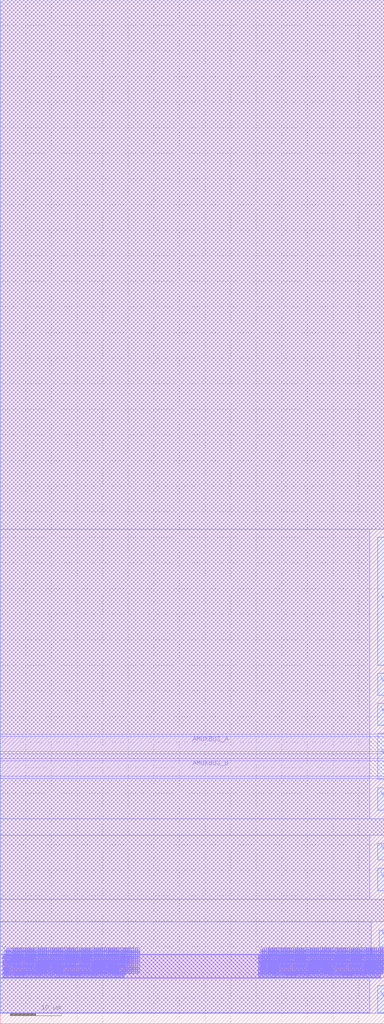
<source format=lef>
# Copyright 2020 The SkyWater PDK Authors
#
# Licensed under the Apache License, Version 2.0 (the "License");
# you may not use this file except in compliance with the License.
# You may obtain a copy of the License at
#
#     https://www.apache.org/licenses/LICENSE-2.0
#
# Unless required by applicable law or agreed to in writing, software
# distributed under the License is distributed on an "AS IS" BASIS,
# WITHOUT WARRANTIES OR CONDITIONS OF ANY KIND, either express or implied.
# See the License for the specific language governing permissions and
# limitations under the License.
#
# SPDX-License-Identifier: Apache-2.0

VERSION 5.7 ;
  NOWIREEXTENSIONATPIN ON ;
  DIVIDERCHAR "/" ;
  BUSBITCHARS "[]" ;
MACRO sky130_fd_io__overlay_vccd_hvc
  CLASS BLOCK ;
  FOREIGN sky130_fd_io__overlay_vccd_hvc ;
  ORIGIN  0.000000  0.000000 ;
  SIZE  75.00000 BY  200.0000 ;
  SYMMETRY X Y R90 ;
  PIN AMUXBUS_A
    DIRECTION INOUT ;
    USE SIGNAL ;
    PORT
      LAYER met4 ;
        RECT 0.000000 53.125000 75.000000 56.105000 ;
    END
  END AMUXBUS_A
  PIN AMUXBUS_B
    DIRECTION INOUT ;
    USE SIGNAL ;
    PORT
      LAYER met4 ;
        RECT 0.000000 48.365000 75.000000 51.345000 ;
    END
  END AMUXBUS_B
  PIN VCCD
    DIRECTION INOUT ;
    USE POWER ;
    PORT
      LAYER met3 ;
        RECT 0.525000 10.190000 0.845000 10.510000 ;
      LAYER met4 ;
        RECT 0.525000 10.190000 0.845000 10.510000 ;
    END
    PORT
      LAYER met3 ;
        RECT 0.525000 10.620000 0.845000 10.940000 ;
      LAYER met4 ;
        RECT 0.525000 10.620000 0.845000 10.940000 ;
    END
    PORT
      LAYER met3 ;
        RECT 0.525000 11.050000 0.845000 11.370000 ;
      LAYER met4 ;
        RECT 0.525000 11.050000 0.845000 11.370000 ;
    END
    PORT
      LAYER met3 ;
        RECT 0.525000 11.480000 0.845000 11.800000 ;
      LAYER met4 ;
        RECT 0.525000 11.480000 0.845000 11.800000 ;
    END
    PORT
      LAYER met3 ;
        RECT 0.525000 11.910000 0.845000 12.230000 ;
      LAYER met4 ;
        RECT 0.525000 11.910000 0.845000 12.230000 ;
    END
    PORT
      LAYER met3 ;
        RECT 0.525000 12.340000 0.845000 12.660000 ;
      LAYER met4 ;
        RECT 0.525000 12.340000 0.845000 12.660000 ;
    END
    PORT
      LAYER met3 ;
        RECT 0.525000 12.770000 0.845000 13.090000 ;
      LAYER met4 ;
        RECT 0.525000 12.770000 0.845000 13.090000 ;
    END
    PORT
      LAYER met3 ;
        RECT 0.525000 13.200000 0.845000 13.520000 ;
      LAYER met4 ;
        RECT 0.525000 13.200000 0.845000 13.520000 ;
    END
    PORT
      LAYER met3 ;
        RECT 0.525000 8.900000 0.845000 9.220000 ;
      LAYER met4 ;
        RECT 0.525000 8.900000 0.845000 9.220000 ;
    END
    PORT
      LAYER met3 ;
        RECT 0.525000 9.330000 0.845000 9.650000 ;
      LAYER met4 ;
        RECT 0.525000 9.330000 0.845000 9.650000 ;
    END
    PORT
      LAYER met3 ;
        RECT 0.525000 9.760000 0.845000 10.080000 ;
      LAYER met4 ;
        RECT 0.525000 9.760000 0.845000 10.080000 ;
    END
    PORT
      LAYER met3 ;
        RECT 0.935000 10.190000 1.255000 10.510000 ;
      LAYER met4 ;
        RECT 0.935000 10.190000 1.255000 10.510000 ;
    END
    PORT
      LAYER met3 ;
        RECT 0.935000 10.620000 1.255000 10.940000 ;
      LAYER met4 ;
        RECT 0.935000 10.620000 1.255000 10.940000 ;
    END
    PORT
      LAYER met3 ;
        RECT 0.935000 11.050000 1.255000 11.370000 ;
      LAYER met4 ;
        RECT 0.935000 11.050000 1.255000 11.370000 ;
    END
    PORT
      LAYER met3 ;
        RECT 0.935000 11.480000 1.255000 11.800000 ;
      LAYER met4 ;
        RECT 0.935000 11.480000 1.255000 11.800000 ;
    END
    PORT
      LAYER met3 ;
        RECT 0.935000 11.910000 1.255000 12.230000 ;
      LAYER met4 ;
        RECT 0.935000 11.910000 1.255000 12.230000 ;
    END
    PORT
      LAYER met3 ;
        RECT 0.935000 12.340000 1.255000 12.660000 ;
      LAYER met4 ;
        RECT 0.935000 12.340000 1.255000 12.660000 ;
    END
    PORT
      LAYER met3 ;
        RECT 0.935000 12.770000 1.255000 13.090000 ;
      LAYER met4 ;
        RECT 0.935000 12.770000 1.255000 13.090000 ;
    END
    PORT
      LAYER met3 ;
        RECT 0.935000 13.200000 1.255000 13.520000 ;
      LAYER met4 ;
        RECT 0.935000 13.200000 1.255000 13.520000 ;
    END
    PORT
      LAYER met3 ;
        RECT 0.935000 8.900000 1.255000 9.220000 ;
      LAYER met4 ;
        RECT 0.935000 8.900000 1.255000 9.220000 ;
    END
    PORT
      LAYER met3 ;
        RECT 0.935000 9.330000 1.255000 9.650000 ;
      LAYER met4 ;
        RECT 0.935000 9.330000 1.255000 9.650000 ;
    END
    PORT
      LAYER met3 ;
        RECT 0.935000 9.760000 1.255000 10.080000 ;
      LAYER met4 ;
        RECT 0.935000 9.760000 1.255000 10.080000 ;
    END
    PORT
      LAYER met3 ;
        RECT 1.345000 10.190000 1.665000 10.510000 ;
      LAYER met4 ;
        RECT 1.345000 10.190000 1.665000 10.510000 ;
    END
    PORT
      LAYER met3 ;
        RECT 1.345000 10.620000 1.665000 10.940000 ;
      LAYER met4 ;
        RECT 1.345000 10.620000 1.665000 10.940000 ;
    END
    PORT
      LAYER met3 ;
        RECT 1.345000 11.050000 1.665000 11.370000 ;
      LAYER met4 ;
        RECT 1.345000 11.050000 1.665000 11.370000 ;
    END
    PORT
      LAYER met3 ;
        RECT 1.345000 11.480000 1.665000 11.800000 ;
      LAYER met4 ;
        RECT 1.345000 11.480000 1.665000 11.800000 ;
    END
    PORT
      LAYER met3 ;
        RECT 1.345000 11.910000 1.665000 12.230000 ;
      LAYER met4 ;
        RECT 1.345000 11.910000 1.665000 12.230000 ;
    END
    PORT
      LAYER met3 ;
        RECT 1.345000 12.340000 1.665000 12.660000 ;
      LAYER met4 ;
        RECT 1.345000 12.340000 1.665000 12.660000 ;
    END
    PORT
      LAYER met3 ;
        RECT 1.345000 12.770000 1.665000 13.090000 ;
      LAYER met4 ;
        RECT 1.345000 12.770000 1.665000 13.090000 ;
    END
    PORT
      LAYER met3 ;
        RECT 1.345000 13.200000 1.665000 13.520000 ;
      LAYER met4 ;
        RECT 1.345000 13.200000 1.665000 13.520000 ;
    END
    PORT
      LAYER met3 ;
        RECT 1.345000 8.900000 1.665000 9.220000 ;
      LAYER met4 ;
        RECT 1.345000 8.900000 1.665000 9.220000 ;
    END
    PORT
      LAYER met3 ;
        RECT 1.345000 9.330000 1.665000 9.650000 ;
      LAYER met4 ;
        RECT 1.345000 9.330000 1.665000 9.650000 ;
    END
    PORT
      LAYER met3 ;
        RECT 1.345000 9.760000 1.665000 10.080000 ;
      LAYER met4 ;
        RECT 1.345000 9.760000 1.665000 10.080000 ;
    END
    PORT
      LAYER met3 ;
        RECT 1.755000 10.190000 2.075000 10.510000 ;
      LAYER met4 ;
        RECT 1.755000 10.190000 2.075000 10.510000 ;
    END
    PORT
      LAYER met3 ;
        RECT 1.755000 10.620000 2.075000 10.940000 ;
      LAYER met4 ;
        RECT 1.755000 10.620000 2.075000 10.940000 ;
    END
    PORT
      LAYER met3 ;
        RECT 1.755000 11.050000 2.075000 11.370000 ;
      LAYER met4 ;
        RECT 1.755000 11.050000 2.075000 11.370000 ;
    END
    PORT
      LAYER met3 ;
        RECT 1.755000 11.480000 2.075000 11.800000 ;
      LAYER met4 ;
        RECT 1.755000 11.480000 2.075000 11.800000 ;
    END
    PORT
      LAYER met3 ;
        RECT 1.755000 11.910000 2.075000 12.230000 ;
      LAYER met4 ;
        RECT 1.755000 11.910000 2.075000 12.230000 ;
    END
    PORT
      LAYER met3 ;
        RECT 1.755000 12.340000 2.075000 12.660000 ;
      LAYER met4 ;
        RECT 1.755000 12.340000 2.075000 12.660000 ;
    END
    PORT
      LAYER met3 ;
        RECT 1.755000 12.770000 2.075000 13.090000 ;
      LAYER met4 ;
        RECT 1.755000 12.770000 2.075000 13.090000 ;
    END
    PORT
      LAYER met3 ;
        RECT 1.755000 13.200000 2.075000 13.520000 ;
      LAYER met4 ;
        RECT 1.755000 13.200000 2.075000 13.520000 ;
    END
    PORT
      LAYER met3 ;
        RECT 1.755000 8.900000 2.075000 9.220000 ;
      LAYER met4 ;
        RECT 1.755000 8.900000 2.075000 9.220000 ;
    END
    PORT
      LAYER met3 ;
        RECT 1.755000 9.330000 2.075000 9.650000 ;
      LAYER met4 ;
        RECT 1.755000 9.330000 2.075000 9.650000 ;
    END
    PORT
      LAYER met3 ;
        RECT 1.755000 9.760000 2.075000 10.080000 ;
      LAYER met4 ;
        RECT 1.755000 9.760000 2.075000 10.080000 ;
    END
    PORT
      LAYER met3 ;
        RECT 10.275000 10.190000 10.595000 10.510000 ;
      LAYER met4 ;
        RECT 10.275000 10.190000 10.595000 10.510000 ;
    END
    PORT
      LAYER met3 ;
        RECT 10.275000 10.620000 10.595000 10.940000 ;
      LAYER met4 ;
        RECT 10.275000 10.620000 10.595000 10.940000 ;
    END
    PORT
      LAYER met3 ;
        RECT 10.275000 11.050000 10.595000 11.370000 ;
      LAYER met4 ;
        RECT 10.275000 11.050000 10.595000 11.370000 ;
    END
    PORT
      LAYER met3 ;
        RECT 10.275000 11.480000 10.595000 11.800000 ;
      LAYER met4 ;
        RECT 10.275000 11.480000 10.595000 11.800000 ;
    END
    PORT
      LAYER met3 ;
        RECT 10.275000 11.910000 10.595000 12.230000 ;
      LAYER met4 ;
        RECT 10.275000 11.910000 10.595000 12.230000 ;
    END
    PORT
      LAYER met3 ;
        RECT 10.275000 12.340000 10.595000 12.660000 ;
      LAYER met4 ;
        RECT 10.275000 12.340000 10.595000 12.660000 ;
    END
    PORT
      LAYER met3 ;
        RECT 10.275000 12.770000 10.595000 13.090000 ;
      LAYER met4 ;
        RECT 10.275000 12.770000 10.595000 13.090000 ;
    END
    PORT
      LAYER met3 ;
        RECT 10.275000 13.200000 10.595000 13.520000 ;
      LAYER met4 ;
        RECT 10.275000 13.200000 10.595000 13.520000 ;
    END
    PORT
      LAYER met3 ;
        RECT 10.275000 8.900000 10.595000 9.220000 ;
      LAYER met4 ;
        RECT 10.275000 8.900000 10.595000 9.220000 ;
    END
    PORT
      LAYER met3 ;
        RECT 10.275000 9.330000 10.595000 9.650000 ;
      LAYER met4 ;
        RECT 10.275000 9.330000 10.595000 9.650000 ;
    END
    PORT
      LAYER met3 ;
        RECT 10.275000 9.760000 10.595000 10.080000 ;
      LAYER met4 ;
        RECT 10.275000 9.760000 10.595000 10.080000 ;
    END
    PORT
      LAYER met3 ;
        RECT 10.680000 10.190000 11.000000 10.510000 ;
      LAYER met4 ;
        RECT 10.680000 10.190000 11.000000 10.510000 ;
    END
    PORT
      LAYER met3 ;
        RECT 10.680000 10.620000 11.000000 10.940000 ;
      LAYER met4 ;
        RECT 10.680000 10.620000 11.000000 10.940000 ;
    END
    PORT
      LAYER met3 ;
        RECT 10.680000 11.050000 11.000000 11.370000 ;
      LAYER met4 ;
        RECT 10.680000 11.050000 11.000000 11.370000 ;
    END
    PORT
      LAYER met3 ;
        RECT 10.680000 11.480000 11.000000 11.800000 ;
      LAYER met4 ;
        RECT 10.680000 11.480000 11.000000 11.800000 ;
    END
    PORT
      LAYER met3 ;
        RECT 10.680000 11.910000 11.000000 12.230000 ;
      LAYER met4 ;
        RECT 10.680000 11.910000 11.000000 12.230000 ;
    END
    PORT
      LAYER met3 ;
        RECT 10.680000 12.340000 11.000000 12.660000 ;
      LAYER met4 ;
        RECT 10.680000 12.340000 11.000000 12.660000 ;
    END
    PORT
      LAYER met3 ;
        RECT 10.680000 12.770000 11.000000 13.090000 ;
      LAYER met4 ;
        RECT 10.680000 12.770000 11.000000 13.090000 ;
    END
    PORT
      LAYER met3 ;
        RECT 10.680000 13.200000 11.000000 13.520000 ;
      LAYER met4 ;
        RECT 10.680000 13.200000 11.000000 13.520000 ;
    END
    PORT
      LAYER met3 ;
        RECT 10.680000 8.900000 11.000000 9.220000 ;
      LAYER met4 ;
        RECT 10.680000 8.900000 11.000000 9.220000 ;
    END
    PORT
      LAYER met3 ;
        RECT 10.680000 9.330000 11.000000 9.650000 ;
      LAYER met4 ;
        RECT 10.680000 9.330000 11.000000 9.650000 ;
    END
    PORT
      LAYER met3 ;
        RECT 10.680000 9.760000 11.000000 10.080000 ;
      LAYER met4 ;
        RECT 10.680000 9.760000 11.000000 10.080000 ;
    END
    PORT
      LAYER met3 ;
        RECT 11.085000 10.190000 11.405000 10.510000 ;
      LAYER met4 ;
        RECT 11.085000 10.190000 11.405000 10.510000 ;
    END
    PORT
      LAYER met3 ;
        RECT 11.085000 10.620000 11.405000 10.940000 ;
      LAYER met4 ;
        RECT 11.085000 10.620000 11.405000 10.940000 ;
    END
    PORT
      LAYER met3 ;
        RECT 11.085000 11.050000 11.405000 11.370000 ;
      LAYER met4 ;
        RECT 11.085000 11.050000 11.405000 11.370000 ;
    END
    PORT
      LAYER met3 ;
        RECT 11.085000 11.480000 11.405000 11.800000 ;
      LAYER met4 ;
        RECT 11.085000 11.480000 11.405000 11.800000 ;
    END
    PORT
      LAYER met3 ;
        RECT 11.085000 11.910000 11.405000 12.230000 ;
      LAYER met4 ;
        RECT 11.085000 11.910000 11.405000 12.230000 ;
    END
    PORT
      LAYER met3 ;
        RECT 11.085000 12.340000 11.405000 12.660000 ;
      LAYER met4 ;
        RECT 11.085000 12.340000 11.405000 12.660000 ;
    END
    PORT
      LAYER met3 ;
        RECT 11.085000 12.770000 11.405000 13.090000 ;
      LAYER met4 ;
        RECT 11.085000 12.770000 11.405000 13.090000 ;
    END
    PORT
      LAYER met3 ;
        RECT 11.085000 13.200000 11.405000 13.520000 ;
      LAYER met4 ;
        RECT 11.085000 13.200000 11.405000 13.520000 ;
    END
    PORT
      LAYER met3 ;
        RECT 11.085000 8.900000 11.405000 9.220000 ;
      LAYER met4 ;
        RECT 11.085000 8.900000 11.405000 9.220000 ;
    END
    PORT
      LAYER met3 ;
        RECT 11.085000 9.330000 11.405000 9.650000 ;
      LAYER met4 ;
        RECT 11.085000 9.330000 11.405000 9.650000 ;
    END
    PORT
      LAYER met3 ;
        RECT 11.085000 9.760000 11.405000 10.080000 ;
      LAYER met4 ;
        RECT 11.085000 9.760000 11.405000 10.080000 ;
    END
    PORT
      LAYER met3 ;
        RECT 11.490000 10.190000 11.810000 10.510000 ;
      LAYER met4 ;
        RECT 11.490000 10.190000 11.810000 10.510000 ;
    END
    PORT
      LAYER met3 ;
        RECT 11.490000 10.620000 11.810000 10.940000 ;
      LAYER met4 ;
        RECT 11.490000 10.620000 11.810000 10.940000 ;
    END
    PORT
      LAYER met3 ;
        RECT 11.490000 11.050000 11.810000 11.370000 ;
      LAYER met4 ;
        RECT 11.490000 11.050000 11.810000 11.370000 ;
    END
    PORT
      LAYER met3 ;
        RECT 11.490000 11.480000 11.810000 11.800000 ;
      LAYER met4 ;
        RECT 11.490000 11.480000 11.810000 11.800000 ;
    END
    PORT
      LAYER met3 ;
        RECT 11.490000 11.910000 11.810000 12.230000 ;
      LAYER met4 ;
        RECT 11.490000 11.910000 11.810000 12.230000 ;
    END
    PORT
      LAYER met3 ;
        RECT 11.490000 12.340000 11.810000 12.660000 ;
      LAYER met4 ;
        RECT 11.490000 12.340000 11.810000 12.660000 ;
    END
    PORT
      LAYER met3 ;
        RECT 11.490000 12.770000 11.810000 13.090000 ;
      LAYER met4 ;
        RECT 11.490000 12.770000 11.810000 13.090000 ;
    END
    PORT
      LAYER met3 ;
        RECT 11.490000 13.200000 11.810000 13.520000 ;
      LAYER met4 ;
        RECT 11.490000 13.200000 11.810000 13.520000 ;
    END
    PORT
      LAYER met3 ;
        RECT 11.490000 8.900000 11.810000 9.220000 ;
      LAYER met4 ;
        RECT 11.490000 8.900000 11.810000 9.220000 ;
    END
    PORT
      LAYER met3 ;
        RECT 11.490000 9.330000 11.810000 9.650000 ;
      LAYER met4 ;
        RECT 11.490000 9.330000 11.810000 9.650000 ;
    END
    PORT
      LAYER met3 ;
        RECT 11.490000 9.760000 11.810000 10.080000 ;
      LAYER met4 ;
        RECT 11.490000 9.760000 11.810000 10.080000 ;
    END
    PORT
      LAYER met3 ;
        RECT 11.895000 10.190000 12.215000 10.510000 ;
      LAYER met4 ;
        RECT 11.895000 10.190000 12.215000 10.510000 ;
    END
    PORT
      LAYER met3 ;
        RECT 11.895000 10.620000 12.215000 10.940000 ;
      LAYER met4 ;
        RECT 11.895000 10.620000 12.215000 10.940000 ;
    END
    PORT
      LAYER met3 ;
        RECT 11.895000 11.050000 12.215000 11.370000 ;
      LAYER met4 ;
        RECT 11.895000 11.050000 12.215000 11.370000 ;
    END
    PORT
      LAYER met3 ;
        RECT 11.895000 11.480000 12.215000 11.800000 ;
      LAYER met4 ;
        RECT 11.895000 11.480000 12.215000 11.800000 ;
    END
    PORT
      LAYER met3 ;
        RECT 11.895000 11.910000 12.215000 12.230000 ;
      LAYER met4 ;
        RECT 11.895000 11.910000 12.215000 12.230000 ;
    END
    PORT
      LAYER met3 ;
        RECT 11.895000 12.340000 12.215000 12.660000 ;
      LAYER met4 ;
        RECT 11.895000 12.340000 12.215000 12.660000 ;
    END
    PORT
      LAYER met3 ;
        RECT 11.895000 12.770000 12.215000 13.090000 ;
      LAYER met4 ;
        RECT 11.895000 12.770000 12.215000 13.090000 ;
    END
    PORT
      LAYER met3 ;
        RECT 11.895000 13.200000 12.215000 13.520000 ;
      LAYER met4 ;
        RECT 11.895000 13.200000 12.215000 13.520000 ;
    END
    PORT
      LAYER met3 ;
        RECT 11.895000 8.900000 12.215000 9.220000 ;
      LAYER met4 ;
        RECT 11.895000 8.900000 12.215000 9.220000 ;
    END
    PORT
      LAYER met3 ;
        RECT 11.895000 9.330000 12.215000 9.650000 ;
      LAYER met4 ;
        RECT 11.895000 9.330000 12.215000 9.650000 ;
    END
    PORT
      LAYER met3 ;
        RECT 11.895000 9.760000 12.215000 10.080000 ;
      LAYER met4 ;
        RECT 11.895000 9.760000 12.215000 10.080000 ;
    END
    PORT
      LAYER met3 ;
        RECT 12.300000 10.190000 12.620000 10.510000 ;
      LAYER met4 ;
        RECT 12.300000 10.190000 12.620000 10.510000 ;
    END
    PORT
      LAYER met3 ;
        RECT 12.300000 10.620000 12.620000 10.940000 ;
      LAYER met4 ;
        RECT 12.300000 10.620000 12.620000 10.940000 ;
    END
    PORT
      LAYER met3 ;
        RECT 12.300000 11.050000 12.620000 11.370000 ;
      LAYER met4 ;
        RECT 12.300000 11.050000 12.620000 11.370000 ;
    END
    PORT
      LAYER met3 ;
        RECT 12.300000 11.480000 12.620000 11.800000 ;
      LAYER met4 ;
        RECT 12.300000 11.480000 12.620000 11.800000 ;
    END
    PORT
      LAYER met3 ;
        RECT 12.300000 11.910000 12.620000 12.230000 ;
      LAYER met4 ;
        RECT 12.300000 11.910000 12.620000 12.230000 ;
    END
    PORT
      LAYER met3 ;
        RECT 12.300000 12.340000 12.620000 12.660000 ;
      LAYER met4 ;
        RECT 12.300000 12.340000 12.620000 12.660000 ;
    END
    PORT
      LAYER met3 ;
        RECT 12.300000 12.770000 12.620000 13.090000 ;
      LAYER met4 ;
        RECT 12.300000 12.770000 12.620000 13.090000 ;
    END
    PORT
      LAYER met3 ;
        RECT 12.300000 13.200000 12.620000 13.520000 ;
      LAYER met4 ;
        RECT 12.300000 13.200000 12.620000 13.520000 ;
    END
    PORT
      LAYER met3 ;
        RECT 12.300000 8.900000 12.620000 9.220000 ;
      LAYER met4 ;
        RECT 12.300000 8.900000 12.620000 9.220000 ;
    END
    PORT
      LAYER met3 ;
        RECT 12.300000 9.330000 12.620000 9.650000 ;
      LAYER met4 ;
        RECT 12.300000 9.330000 12.620000 9.650000 ;
    END
    PORT
      LAYER met3 ;
        RECT 12.300000 9.760000 12.620000 10.080000 ;
      LAYER met4 ;
        RECT 12.300000 9.760000 12.620000 10.080000 ;
    END
    PORT
      LAYER met3 ;
        RECT 12.705000 10.190000 13.025000 10.510000 ;
      LAYER met4 ;
        RECT 12.705000 10.190000 13.025000 10.510000 ;
    END
    PORT
      LAYER met3 ;
        RECT 12.705000 10.620000 13.025000 10.940000 ;
      LAYER met4 ;
        RECT 12.705000 10.620000 13.025000 10.940000 ;
    END
    PORT
      LAYER met3 ;
        RECT 12.705000 11.050000 13.025000 11.370000 ;
      LAYER met4 ;
        RECT 12.705000 11.050000 13.025000 11.370000 ;
    END
    PORT
      LAYER met3 ;
        RECT 12.705000 11.480000 13.025000 11.800000 ;
      LAYER met4 ;
        RECT 12.705000 11.480000 13.025000 11.800000 ;
    END
    PORT
      LAYER met3 ;
        RECT 12.705000 11.910000 13.025000 12.230000 ;
      LAYER met4 ;
        RECT 12.705000 11.910000 13.025000 12.230000 ;
    END
    PORT
      LAYER met3 ;
        RECT 12.705000 12.340000 13.025000 12.660000 ;
      LAYER met4 ;
        RECT 12.705000 12.340000 13.025000 12.660000 ;
    END
    PORT
      LAYER met3 ;
        RECT 12.705000 12.770000 13.025000 13.090000 ;
      LAYER met4 ;
        RECT 12.705000 12.770000 13.025000 13.090000 ;
    END
    PORT
      LAYER met3 ;
        RECT 12.705000 13.200000 13.025000 13.520000 ;
      LAYER met4 ;
        RECT 12.705000 13.200000 13.025000 13.520000 ;
    END
    PORT
      LAYER met3 ;
        RECT 12.705000 8.900000 13.025000 9.220000 ;
      LAYER met4 ;
        RECT 12.705000 8.900000 13.025000 9.220000 ;
    END
    PORT
      LAYER met3 ;
        RECT 12.705000 9.330000 13.025000 9.650000 ;
      LAYER met4 ;
        RECT 12.705000 9.330000 13.025000 9.650000 ;
    END
    PORT
      LAYER met3 ;
        RECT 12.705000 9.760000 13.025000 10.080000 ;
      LAYER met4 ;
        RECT 12.705000 9.760000 13.025000 10.080000 ;
    END
    PORT
      LAYER met3 ;
        RECT 13.110000 10.190000 13.430000 10.510000 ;
      LAYER met4 ;
        RECT 13.110000 10.190000 13.430000 10.510000 ;
    END
    PORT
      LAYER met3 ;
        RECT 13.110000 10.620000 13.430000 10.940000 ;
      LAYER met4 ;
        RECT 13.110000 10.620000 13.430000 10.940000 ;
    END
    PORT
      LAYER met3 ;
        RECT 13.110000 11.050000 13.430000 11.370000 ;
      LAYER met4 ;
        RECT 13.110000 11.050000 13.430000 11.370000 ;
    END
    PORT
      LAYER met3 ;
        RECT 13.110000 11.480000 13.430000 11.800000 ;
      LAYER met4 ;
        RECT 13.110000 11.480000 13.430000 11.800000 ;
    END
    PORT
      LAYER met3 ;
        RECT 13.110000 11.910000 13.430000 12.230000 ;
      LAYER met4 ;
        RECT 13.110000 11.910000 13.430000 12.230000 ;
    END
    PORT
      LAYER met3 ;
        RECT 13.110000 12.340000 13.430000 12.660000 ;
      LAYER met4 ;
        RECT 13.110000 12.340000 13.430000 12.660000 ;
    END
    PORT
      LAYER met3 ;
        RECT 13.110000 12.770000 13.430000 13.090000 ;
      LAYER met4 ;
        RECT 13.110000 12.770000 13.430000 13.090000 ;
    END
    PORT
      LAYER met3 ;
        RECT 13.110000 13.200000 13.430000 13.520000 ;
      LAYER met4 ;
        RECT 13.110000 13.200000 13.430000 13.520000 ;
    END
    PORT
      LAYER met3 ;
        RECT 13.110000 8.900000 13.430000 9.220000 ;
      LAYER met4 ;
        RECT 13.110000 8.900000 13.430000 9.220000 ;
    END
    PORT
      LAYER met3 ;
        RECT 13.110000 9.330000 13.430000 9.650000 ;
      LAYER met4 ;
        RECT 13.110000 9.330000 13.430000 9.650000 ;
    END
    PORT
      LAYER met3 ;
        RECT 13.110000 9.760000 13.430000 10.080000 ;
      LAYER met4 ;
        RECT 13.110000 9.760000 13.430000 10.080000 ;
    END
    PORT
      LAYER met3 ;
        RECT 13.515000 10.190000 13.835000 10.510000 ;
      LAYER met4 ;
        RECT 13.515000 10.190000 13.835000 10.510000 ;
    END
    PORT
      LAYER met3 ;
        RECT 13.515000 10.620000 13.835000 10.940000 ;
      LAYER met4 ;
        RECT 13.515000 10.620000 13.835000 10.940000 ;
    END
    PORT
      LAYER met3 ;
        RECT 13.515000 11.050000 13.835000 11.370000 ;
      LAYER met4 ;
        RECT 13.515000 11.050000 13.835000 11.370000 ;
    END
    PORT
      LAYER met3 ;
        RECT 13.515000 11.480000 13.835000 11.800000 ;
      LAYER met4 ;
        RECT 13.515000 11.480000 13.835000 11.800000 ;
    END
    PORT
      LAYER met3 ;
        RECT 13.515000 11.910000 13.835000 12.230000 ;
      LAYER met4 ;
        RECT 13.515000 11.910000 13.835000 12.230000 ;
    END
    PORT
      LAYER met3 ;
        RECT 13.515000 12.340000 13.835000 12.660000 ;
      LAYER met4 ;
        RECT 13.515000 12.340000 13.835000 12.660000 ;
    END
    PORT
      LAYER met3 ;
        RECT 13.515000 12.770000 13.835000 13.090000 ;
      LAYER met4 ;
        RECT 13.515000 12.770000 13.835000 13.090000 ;
    END
    PORT
      LAYER met3 ;
        RECT 13.515000 13.200000 13.835000 13.520000 ;
      LAYER met4 ;
        RECT 13.515000 13.200000 13.835000 13.520000 ;
    END
    PORT
      LAYER met3 ;
        RECT 13.515000 8.900000 13.835000 9.220000 ;
      LAYER met4 ;
        RECT 13.515000 8.900000 13.835000 9.220000 ;
    END
    PORT
      LAYER met3 ;
        RECT 13.515000 9.330000 13.835000 9.650000 ;
      LAYER met4 ;
        RECT 13.515000 9.330000 13.835000 9.650000 ;
    END
    PORT
      LAYER met3 ;
        RECT 13.515000 9.760000 13.835000 10.080000 ;
      LAYER met4 ;
        RECT 13.515000 9.760000 13.835000 10.080000 ;
    END
    PORT
      LAYER met3 ;
        RECT 13.920000 10.190000 14.240000 10.510000 ;
      LAYER met4 ;
        RECT 13.920000 10.190000 14.240000 10.510000 ;
    END
    PORT
      LAYER met3 ;
        RECT 13.920000 10.620000 14.240000 10.940000 ;
      LAYER met4 ;
        RECT 13.920000 10.620000 14.240000 10.940000 ;
    END
    PORT
      LAYER met3 ;
        RECT 13.920000 11.050000 14.240000 11.370000 ;
      LAYER met4 ;
        RECT 13.920000 11.050000 14.240000 11.370000 ;
    END
    PORT
      LAYER met3 ;
        RECT 13.920000 11.480000 14.240000 11.800000 ;
      LAYER met4 ;
        RECT 13.920000 11.480000 14.240000 11.800000 ;
    END
    PORT
      LAYER met3 ;
        RECT 13.920000 11.910000 14.240000 12.230000 ;
      LAYER met4 ;
        RECT 13.920000 11.910000 14.240000 12.230000 ;
    END
    PORT
      LAYER met3 ;
        RECT 13.920000 12.340000 14.240000 12.660000 ;
      LAYER met4 ;
        RECT 13.920000 12.340000 14.240000 12.660000 ;
    END
    PORT
      LAYER met3 ;
        RECT 13.920000 12.770000 14.240000 13.090000 ;
      LAYER met4 ;
        RECT 13.920000 12.770000 14.240000 13.090000 ;
    END
    PORT
      LAYER met3 ;
        RECT 13.920000 13.200000 14.240000 13.520000 ;
      LAYER met4 ;
        RECT 13.920000 13.200000 14.240000 13.520000 ;
    END
    PORT
      LAYER met3 ;
        RECT 13.920000 8.900000 14.240000 9.220000 ;
      LAYER met4 ;
        RECT 13.920000 8.900000 14.240000 9.220000 ;
    END
    PORT
      LAYER met3 ;
        RECT 13.920000 9.330000 14.240000 9.650000 ;
      LAYER met4 ;
        RECT 13.920000 9.330000 14.240000 9.650000 ;
    END
    PORT
      LAYER met3 ;
        RECT 13.920000 9.760000 14.240000 10.080000 ;
      LAYER met4 ;
        RECT 13.920000 9.760000 14.240000 10.080000 ;
    END
    PORT
      LAYER met3 ;
        RECT 14.325000 10.190000 14.645000 10.510000 ;
      LAYER met4 ;
        RECT 14.325000 10.190000 14.645000 10.510000 ;
    END
    PORT
      LAYER met3 ;
        RECT 14.325000 10.620000 14.645000 10.940000 ;
      LAYER met4 ;
        RECT 14.325000 10.620000 14.645000 10.940000 ;
    END
    PORT
      LAYER met3 ;
        RECT 14.325000 11.050000 14.645000 11.370000 ;
      LAYER met4 ;
        RECT 14.325000 11.050000 14.645000 11.370000 ;
    END
    PORT
      LAYER met3 ;
        RECT 14.325000 11.480000 14.645000 11.800000 ;
      LAYER met4 ;
        RECT 14.325000 11.480000 14.645000 11.800000 ;
    END
    PORT
      LAYER met3 ;
        RECT 14.325000 11.910000 14.645000 12.230000 ;
      LAYER met4 ;
        RECT 14.325000 11.910000 14.645000 12.230000 ;
    END
    PORT
      LAYER met3 ;
        RECT 14.325000 12.340000 14.645000 12.660000 ;
      LAYER met4 ;
        RECT 14.325000 12.340000 14.645000 12.660000 ;
    END
    PORT
      LAYER met3 ;
        RECT 14.325000 12.770000 14.645000 13.090000 ;
      LAYER met4 ;
        RECT 14.325000 12.770000 14.645000 13.090000 ;
    END
    PORT
      LAYER met3 ;
        RECT 14.325000 13.200000 14.645000 13.520000 ;
      LAYER met4 ;
        RECT 14.325000 13.200000 14.645000 13.520000 ;
    END
    PORT
      LAYER met3 ;
        RECT 14.325000 8.900000 14.645000 9.220000 ;
      LAYER met4 ;
        RECT 14.325000 8.900000 14.645000 9.220000 ;
    END
    PORT
      LAYER met3 ;
        RECT 14.325000 9.330000 14.645000 9.650000 ;
      LAYER met4 ;
        RECT 14.325000 9.330000 14.645000 9.650000 ;
    END
    PORT
      LAYER met3 ;
        RECT 14.325000 9.760000 14.645000 10.080000 ;
      LAYER met4 ;
        RECT 14.325000 9.760000 14.645000 10.080000 ;
    END
    PORT
      LAYER met3 ;
        RECT 14.730000 10.190000 15.050000 10.510000 ;
      LAYER met4 ;
        RECT 14.730000 10.190000 15.050000 10.510000 ;
    END
    PORT
      LAYER met3 ;
        RECT 14.730000 10.620000 15.050000 10.940000 ;
      LAYER met4 ;
        RECT 14.730000 10.620000 15.050000 10.940000 ;
    END
    PORT
      LAYER met3 ;
        RECT 14.730000 11.050000 15.050000 11.370000 ;
      LAYER met4 ;
        RECT 14.730000 11.050000 15.050000 11.370000 ;
    END
    PORT
      LAYER met3 ;
        RECT 14.730000 11.480000 15.050000 11.800000 ;
      LAYER met4 ;
        RECT 14.730000 11.480000 15.050000 11.800000 ;
    END
    PORT
      LAYER met3 ;
        RECT 14.730000 11.910000 15.050000 12.230000 ;
      LAYER met4 ;
        RECT 14.730000 11.910000 15.050000 12.230000 ;
    END
    PORT
      LAYER met3 ;
        RECT 14.730000 12.340000 15.050000 12.660000 ;
      LAYER met4 ;
        RECT 14.730000 12.340000 15.050000 12.660000 ;
    END
    PORT
      LAYER met3 ;
        RECT 14.730000 12.770000 15.050000 13.090000 ;
      LAYER met4 ;
        RECT 14.730000 12.770000 15.050000 13.090000 ;
    END
    PORT
      LAYER met3 ;
        RECT 14.730000 13.200000 15.050000 13.520000 ;
      LAYER met4 ;
        RECT 14.730000 13.200000 15.050000 13.520000 ;
    END
    PORT
      LAYER met3 ;
        RECT 14.730000 8.900000 15.050000 9.220000 ;
      LAYER met4 ;
        RECT 14.730000 8.900000 15.050000 9.220000 ;
    END
    PORT
      LAYER met3 ;
        RECT 14.730000 9.330000 15.050000 9.650000 ;
      LAYER met4 ;
        RECT 14.730000 9.330000 15.050000 9.650000 ;
    END
    PORT
      LAYER met3 ;
        RECT 14.730000 9.760000 15.050000 10.080000 ;
      LAYER met4 ;
        RECT 14.730000 9.760000 15.050000 10.080000 ;
    END
    PORT
      LAYER met3 ;
        RECT 15.135000 10.190000 15.455000 10.510000 ;
      LAYER met4 ;
        RECT 15.135000 10.190000 15.455000 10.510000 ;
    END
    PORT
      LAYER met3 ;
        RECT 15.135000 10.620000 15.455000 10.940000 ;
      LAYER met4 ;
        RECT 15.135000 10.620000 15.455000 10.940000 ;
    END
    PORT
      LAYER met3 ;
        RECT 15.135000 11.050000 15.455000 11.370000 ;
      LAYER met4 ;
        RECT 15.135000 11.050000 15.455000 11.370000 ;
    END
    PORT
      LAYER met3 ;
        RECT 15.135000 11.480000 15.455000 11.800000 ;
      LAYER met4 ;
        RECT 15.135000 11.480000 15.455000 11.800000 ;
    END
    PORT
      LAYER met3 ;
        RECT 15.135000 11.910000 15.455000 12.230000 ;
      LAYER met4 ;
        RECT 15.135000 11.910000 15.455000 12.230000 ;
    END
    PORT
      LAYER met3 ;
        RECT 15.135000 12.340000 15.455000 12.660000 ;
      LAYER met4 ;
        RECT 15.135000 12.340000 15.455000 12.660000 ;
    END
    PORT
      LAYER met3 ;
        RECT 15.135000 12.770000 15.455000 13.090000 ;
      LAYER met4 ;
        RECT 15.135000 12.770000 15.455000 13.090000 ;
    END
    PORT
      LAYER met3 ;
        RECT 15.135000 13.200000 15.455000 13.520000 ;
      LAYER met4 ;
        RECT 15.135000 13.200000 15.455000 13.520000 ;
    END
    PORT
      LAYER met3 ;
        RECT 15.135000 8.900000 15.455000 9.220000 ;
      LAYER met4 ;
        RECT 15.135000 8.900000 15.455000 9.220000 ;
    END
    PORT
      LAYER met3 ;
        RECT 15.135000 9.330000 15.455000 9.650000 ;
      LAYER met4 ;
        RECT 15.135000 9.330000 15.455000 9.650000 ;
    END
    PORT
      LAYER met3 ;
        RECT 15.135000 9.760000 15.455000 10.080000 ;
      LAYER met4 ;
        RECT 15.135000 9.760000 15.455000 10.080000 ;
    END
    PORT
      LAYER met3 ;
        RECT 15.540000 10.190000 15.860000 10.510000 ;
      LAYER met4 ;
        RECT 15.540000 10.190000 15.860000 10.510000 ;
    END
    PORT
      LAYER met3 ;
        RECT 15.540000 10.620000 15.860000 10.940000 ;
      LAYER met4 ;
        RECT 15.540000 10.620000 15.860000 10.940000 ;
    END
    PORT
      LAYER met3 ;
        RECT 15.540000 11.050000 15.860000 11.370000 ;
      LAYER met4 ;
        RECT 15.540000 11.050000 15.860000 11.370000 ;
    END
    PORT
      LAYER met3 ;
        RECT 15.540000 11.480000 15.860000 11.800000 ;
      LAYER met4 ;
        RECT 15.540000 11.480000 15.860000 11.800000 ;
    END
    PORT
      LAYER met3 ;
        RECT 15.540000 11.910000 15.860000 12.230000 ;
      LAYER met4 ;
        RECT 15.540000 11.910000 15.860000 12.230000 ;
    END
    PORT
      LAYER met3 ;
        RECT 15.540000 12.340000 15.860000 12.660000 ;
      LAYER met4 ;
        RECT 15.540000 12.340000 15.860000 12.660000 ;
    END
    PORT
      LAYER met3 ;
        RECT 15.540000 12.770000 15.860000 13.090000 ;
      LAYER met4 ;
        RECT 15.540000 12.770000 15.860000 13.090000 ;
    END
    PORT
      LAYER met3 ;
        RECT 15.540000 13.200000 15.860000 13.520000 ;
      LAYER met4 ;
        RECT 15.540000 13.200000 15.860000 13.520000 ;
    END
    PORT
      LAYER met3 ;
        RECT 15.540000 8.900000 15.860000 9.220000 ;
      LAYER met4 ;
        RECT 15.540000 8.900000 15.860000 9.220000 ;
    END
    PORT
      LAYER met3 ;
        RECT 15.540000 9.330000 15.860000 9.650000 ;
      LAYER met4 ;
        RECT 15.540000 9.330000 15.860000 9.650000 ;
    END
    PORT
      LAYER met3 ;
        RECT 15.540000 9.760000 15.860000 10.080000 ;
      LAYER met4 ;
        RECT 15.540000 9.760000 15.860000 10.080000 ;
    END
    PORT
      LAYER met3 ;
        RECT 15.945000 10.190000 16.265000 10.510000 ;
      LAYER met4 ;
        RECT 15.945000 10.190000 16.265000 10.510000 ;
    END
    PORT
      LAYER met3 ;
        RECT 15.945000 10.620000 16.265000 10.940000 ;
      LAYER met4 ;
        RECT 15.945000 10.620000 16.265000 10.940000 ;
    END
    PORT
      LAYER met3 ;
        RECT 15.945000 11.050000 16.265000 11.370000 ;
      LAYER met4 ;
        RECT 15.945000 11.050000 16.265000 11.370000 ;
    END
    PORT
      LAYER met3 ;
        RECT 15.945000 11.480000 16.265000 11.800000 ;
      LAYER met4 ;
        RECT 15.945000 11.480000 16.265000 11.800000 ;
    END
    PORT
      LAYER met3 ;
        RECT 15.945000 11.910000 16.265000 12.230000 ;
      LAYER met4 ;
        RECT 15.945000 11.910000 16.265000 12.230000 ;
    END
    PORT
      LAYER met3 ;
        RECT 15.945000 12.340000 16.265000 12.660000 ;
      LAYER met4 ;
        RECT 15.945000 12.340000 16.265000 12.660000 ;
    END
    PORT
      LAYER met3 ;
        RECT 15.945000 12.770000 16.265000 13.090000 ;
      LAYER met4 ;
        RECT 15.945000 12.770000 16.265000 13.090000 ;
    END
    PORT
      LAYER met3 ;
        RECT 15.945000 13.200000 16.265000 13.520000 ;
      LAYER met4 ;
        RECT 15.945000 13.200000 16.265000 13.520000 ;
    END
    PORT
      LAYER met3 ;
        RECT 15.945000 8.900000 16.265000 9.220000 ;
      LAYER met4 ;
        RECT 15.945000 8.900000 16.265000 9.220000 ;
    END
    PORT
      LAYER met3 ;
        RECT 15.945000 9.330000 16.265000 9.650000 ;
      LAYER met4 ;
        RECT 15.945000 9.330000 16.265000 9.650000 ;
    END
    PORT
      LAYER met3 ;
        RECT 15.945000 9.760000 16.265000 10.080000 ;
      LAYER met4 ;
        RECT 15.945000 9.760000 16.265000 10.080000 ;
    END
    PORT
      LAYER met3 ;
        RECT 16.350000 10.190000 16.670000 10.510000 ;
      LAYER met4 ;
        RECT 16.350000 10.190000 16.670000 10.510000 ;
    END
    PORT
      LAYER met3 ;
        RECT 16.350000 10.620000 16.670000 10.940000 ;
      LAYER met4 ;
        RECT 16.350000 10.620000 16.670000 10.940000 ;
    END
    PORT
      LAYER met3 ;
        RECT 16.350000 11.050000 16.670000 11.370000 ;
      LAYER met4 ;
        RECT 16.350000 11.050000 16.670000 11.370000 ;
    END
    PORT
      LAYER met3 ;
        RECT 16.350000 11.480000 16.670000 11.800000 ;
      LAYER met4 ;
        RECT 16.350000 11.480000 16.670000 11.800000 ;
    END
    PORT
      LAYER met3 ;
        RECT 16.350000 11.910000 16.670000 12.230000 ;
      LAYER met4 ;
        RECT 16.350000 11.910000 16.670000 12.230000 ;
    END
    PORT
      LAYER met3 ;
        RECT 16.350000 12.340000 16.670000 12.660000 ;
      LAYER met4 ;
        RECT 16.350000 12.340000 16.670000 12.660000 ;
    END
    PORT
      LAYER met3 ;
        RECT 16.350000 12.770000 16.670000 13.090000 ;
      LAYER met4 ;
        RECT 16.350000 12.770000 16.670000 13.090000 ;
    END
    PORT
      LAYER met3 ;
        RECT 16.350000 13.200000 16.670000 13.520000 ;
      LAYER met4 ;
        RECT 16.350000 13.200000 16.670000 13.520000 ;
    END
    PORT
      LAYER met3 ;
        RECT 16.350000 8.900000 16.670000 9.220000 ;
      LAYER met4 ;
        RECT 16.350000 8.900000 16.670000 9.220000 ;
    END
    PORT
      LAYER met3 ;
        RECT 16.350000 9.330000 16.670000 9.650000 ;
      LAYER met4 ;
        RECT 16.350000 9.330000 16.670000 9.650000 ;
    END
    PORT
      LAYER met3 ;
        RECT 16.350000 9.760000 16.670000 10.080000 ;
      LAYER met4 ;
        RECT 16.350000 9.760000 16.670000 10.080000 ;
    END
    PORT
      LAYER met3 ;
        RECT 16.755000 10.190000 17.075000 10.510000 ;
      LAYER met4 ;
        RECT 16.755000 10.190000 17.075000 10.510000 ;
    END
    PORT
      LAYER met3 ;
        RECT 16.755000 10.620000 17.075000 10.940000 ;
      LAYER met4 ;
        RECT 16.755000 10.620000 17.075000 10.940000 ;
    END
    PORT
      LAYER met3 ;
        RECT 16.755000 11.050000 17.075000 11.370000 ;
      LAYER met4 ;
        RECT 16.755000 11.050000 17.075000 11.370000 ;
    END
    PORT
      LAYER met3 ;
        RECT 16.755000 11.480000 17.075000 11.800000 ;
      LAYER met4 ;
        RECT 16.755000 11.480000 17.075000 11.800000 ;
    END
    PORT
      LAYER met3 ;
        RECT 16.755000 11.910000 17.075000 12.230000 ;
      LAYER met4 ;
        RECT 16.755000 11.910000 17.075000 12.230000 ;
    END
    PORT
      LAYER met3 ;
        RECT 16.755000 12.340000 17.075000 12.660000 ;
      LAYER met4 ;
        RECT 16.755000 12.340000 17.075000 12.660000 ;
    END
    PORT
      LAYER met3 ;
        RECT 16.755000 12.770000 17.075000 13.090000 ;
      LAYER met4 ;
        RECT 16.755000 12.770000 17.075000 13.090000 ;
    END
    PORT
      LAYER met3 ;
        RECT 16.755000 13.200000 17.075000 13.520000 ;
      LAYER met4 ;
        RECT 16.755000 13.200000 17.075000 13.520000 ;
    END
    PORT
      LAYER met3 ;
        RECT 16.755000 8.900000 17.075000 9.220000 ;
      LAYER met4 ;
        RECT 16.755000 8.900000 17.075000 9.220000 ;
    END
    PORT
      LAYER met3 ;
        RECT 16.755000 9.330000 17.075000 9.650000 ;
      LAYER met4 ;
        RECT 16.755000 9.330000 17.075000 9.650000 ;
    END
    PORT
      LAYER met3 ;
        RECT 16.755000 9.760000 17.075000 10.080000 ;
      LAYER met4 ;
        RECT 16.755000 9.760000 17.075000 10.080000 ;
    END
    PORT
      LAYER met3 ;
        RECT 17.160000 10.190000 17.480000 10.510000 ;
      LAYER met4 ;
        RECT 17.160000 10.190000 17.480000 10.510000 ;
    END
    PORT
      LAYER met3 ;
        RECT 17.160000 10.620000 17.480000 10.940000 ;
      LAYER met4 ;
        RECT 17.160000 10.620000 17.480000 10.940000 ;
    END
    PORT
      LAYER met3 ;
        RECT 17.160000 11.050000 17.480000 11.370000 ;
      LAYER met4 ;
        RECT 17.160000 11.050000 17.480000 11.370000 ;
    END
    PORT
      LAYER met3 ;
        RECT 17.160000 11.480000 17.480000 11.800000 ;
      LAYER met4 ;
        RECT 17.160000 11.480000 17.480000 11.800000 ;
    END
    PORT
      LAYER met3 ;
        RECT 17.160000 11.910000 17.480000 12.230000 ;
      LAYER met4 ;
        RECT 17.160000 11.910000 17.480000 12.230000 ;
    END
    PORT
      LAYER met3 ;
        RECT 17.160000 12.340000 17.480000 12.660000 ;
      LAYER met4 ;
        RECT 17.160000 12.340000 17.480000 12.660000 ;
    END
    PORT
      LAYER met3 ;
        RECT 17.160000 12.770000 17.480000 13.090000 ;
      LAYER met4 ;
        RECT 17.160000 12.770000 17.480000 13.090000 ;
    END
    PORT
      LAYER met3 ;
        RECT 17.160000 13.200000 17.480000 13.520000 ;
      LAYER met4 ;
        RECT 17.160000 13.200000 17.480000 13.520000 ;
    END
    PORT
      LAYER met3 ;
        RECT 17.160000 8.900000 17.480000 9.220000 ;
      LAYER met4 ;
        RECT 17.160000 8.900000 17.480000 9.220000 ;
    END
    PORT
      LAYER met3 ;
        RECT 17.160000 9.330000 17.480000 9.650000 ;
      LAYER met4 ;
        RECT 17.160000 9.330000 17.480000 9.650000 ;
    END
    PORT
      LAYER met3 ;
        RECT 17.160000 9.760000 17.480000 10.080000 ;
      LAYER met4 ;
        RECT 17.160000 9.760000 17.480000 10.080000 ;
    END
    PORT
      LAYER met3 ;
        RECT 17.565000 10.190000 17.885000 10.510000 ;
      LAYER met4 ;
        RECT 17.565000 10.190000 17.885000 10.510000 ;
    END
    PORT
      LAYER met3 ;
        RECT 17.565000 10.620000 17.885000 10.940000 ;
      LAYER met4 ;
        RECT 17.565000 10.620000 17.885000 10.940000 ;
    END
    PORT
      LAYER met3 ;
        RECT 17.565000 11.050000 17.885000 11.370000 ;
      LAYER met4 ;
        RECT 17.565000 11.050000 17.885000 11.370000 ;
    END
    PORT
      LAYER met3 ;
        RECT 17.565000 11.480000 17.885000 11.800000 ;
      LAYER met4 ;
        RECT 17.565000 11.480000 17.885000 11.800000 ;
    END
    PORT
      LAYER met3 ;
        RECT 17.565000 11.910000 17.885000 12.230000 ;
      LAYER met4 ;
        RECT 17.565000 11.910000 17.885000 12.230000 ;
    END
    PORT
      LAYER met3 ;
        RECT 17.565000 12.340000 17.885000 12.660000 ;
      LAYER met4 ;
        RECT 17.565000 12.340000 17.885000 12.660000 ;
    END
    PORT
      LAYER met3 ;
        RECT 17.565000 12.770000 17.885000 13.090000 ;
      LAYER met4 ;
        RECT 17.565000 12.770000 17.885000 13.090000 ;
    END
    PORT
      LAYER met3 ;
        RECT 17.565000 13.200000 17.885000 13.520000 ;
      LAYER met4 ;
        RECT 17.565000 13.200000 17.885000 13.520000 ;
    END
    PORT
      LAYER met3 ;
        RECT 17.565000 8.900000 17.885000 9.220000 ;
      LAYER met4 ;
        RECT 17.565000 8.900000 17.885000 9.220000 ;
    END
    PORT
      LAYER met3 ;
        RECT 17.565000 9.330000 17.885000 9.650000 ;
      LAYER met4 ;
        RECT 17.565000 9.330000 17.885000 9.650000 ;
    END
    PORT
      LAYER met3 ;
        RECT 17.565000 9.760000 17.885000 10.080000 ;
      LAYER met4 ;
        RECT 17.565000 9.760000 17.885000 10.080000 ;
    END
    PORT
      LAYER met3 ;
        RECT 17.970000 10.190000 18.290000 10.510000 ;
      LAYER met4 ;
        RECT 17.970000 10.190000 18.290000 10.510000 ;
    END
    PORT
      LAYER met3 ;
        RECT 17.970000 10.620000 18.290000 10.940000 ;
      LAYER met4 ;
        RECT 17.970000 10.620000 18.290000 10.940000 ;
    END
    PORT
      LAYER met3 ;
        RECT 17.970000 11.050000 18.290000 11.370000 ;
      LAYER met4 ;
        RECT 17.970000 11.050000 18.290000 11.370000 ;
    END
    PORT
      LAYER met3 ;
        RECT 17.970000 11.480000 18.290000 11.800000 ;
      LAYER met4 ;
        RECT 17.970000 11.480000 18.290000 11.800000 ;
    END
    PORT
      LAYER met3 ;
        RECT 17.970000 11.910000 18.290000 12.230000 ;
      LAYER met4 ;
        RECT 17.970000 11.910000 18.290000 12.230000 ;
    END
    PORT
      LAYER met3 ;
        RECT 17.970000 12.340000 18.290000 12.660000 ;
      LAYER met4 ;
        RECT 17.970000 12.340000 18.290000 12.660000 ;
    END
    PORT
      LAYER met3 ;
        RECT 17.970000 12.770000 18.290000 13.090000 ;
      LAYER met4 ;
        RECT 17.970000 12.770000 18.290000 13.090000 ;
    END
    PORT
      LAYER met3 ;
        RECT 17.970000 13.200000 18.290000 13.520000 ;
      LAYER met4 ;
        RECT 17.970000 13.200000 18.290000 13.520000 ;
    END
    PORT
      LAYER met3 ;
        RECT 17.970000 8.900000 18.290000 9.220000 ;
      LAYER met4 ;
        RECT 17.970000 8.900000 18.290000 9.220000 ;
    END
    PORT
      LAYER met3 ;
        RECT 17.970000 9.330000 18.290000 9.650000 ;
      LAYER met4 ;
        RECT 17.970000 9.330000 18.290000 9.650000 ;
    END
    PORT
      LAYER met3 ;
        RECT 17.970000 9.760000 18.290000 10.080000 ;
      LAYER met4 ;
        RECT 17.970000 9.760000 18.290000 10.080000 ;
    END
    PORT
      LAYER met3 ;
        RECT 18.375000 10.190000 18.695000 10.510000 ;
      LAYER met4 ;
        RECT 18.375000 10.190000 18.695000 10.510000 ;
    END
    PORT
      LAYER met3 ;
        RECT 18.375000 10.620000 18.695000 10.940000 ;
      LAYER met4 ;
        RECT 18.375000 10.620000 18.695000 10.940000 ;
    END
    PORT
      LAYER met3 ;
        RECT 18.375000 11.050000 18.695000 11.370000 ;
      LAYER met4 ;
        RECT 18.375000 11.050000 18.695000 11.370000 ;
    END
    PORT
      LAYER met3 ;
        RECT 18.375000 11.480000 18.695000 11.800000 ;
      LAYER met4 ;
        RECT 18.375000 11.480000 18.695000 11.800000 ;
    END
    PORT
      LAYER met3 ;
        RECT 18.375000 11.910000 18.695000 12.230000 ;
      LAYER met4 ;
        RECT 18.375000 11.910000 18.695000 12.230000 ;
    END
    PORT
      LAYER met3 ;
        RECT 18.375000 12.340000 18.695000 12.660000 ;
      LAYER met4 ;
        RECT 18.375000 12.340000 18.695000 12.660000 ;
    END
    PORT
      LAYER met3 ;
        RECT 18.375000 12.770000 18.695000 13.090000 ;
      LAYER met4 ;
        RECT 18.375000 12.770000 18.695000 13.090000 ;
    END
    PORT
      LAYER met3 ;
        RECT 18.375000 13.200000 18.695000 13.520000 ;
      LAYER met4 ;
        RECT 18.375000 13.200000 18.695000 13.520000 ;
    END
    PORT
      LAYER met3 ;
        RECT 18.375000 8.900000 18.695000 9.220000 ;
      LAYER met4 ;
        RECT 18.375000 8.900000 18.695000 9.220000 ;
    END
    PORT
      LAYER met3 ;
        RECT 18.375000 9.330000 18.695000 9.650000 ;
      LAYER met4 ;
        RECT 18.375000 9.330000 18.695000 9.650000 ;
    END
    PORT
      LAYER met3 ;
        RECT 18.375000 9.760000 18.695000 10.080000 ;
      LAYER met4 ;
        RECT 18.375000 9.760000 18.695000 10.080000 ;
    END
    PORT
      LAYER met3 ;
        RECT 18.780000 10.190000 19.100000 10.510000 ;
      LAYER met4 ;
        RECT 18.780000 10.190000 19.100000 10.510000 ;
    END
    PORT
      LAYER met3 ;
        RECT 18.780000 10.620000 19.100000 10.940000 ;
      LAYER met4 ;
        RECT 18.780000 10.620000 19.100000 10.940000 ;
    END
    PORT
      LAYER met3 ;
        RECT 18.780000 11.050000 19.100000 11.370000 ;
      LAYER met4 ;
        RECT 18.780000 11.050000 19.100000 11.370000 ;
    END
    PORT
      LAYER met3 ;
        RECT 18.780000 11.480000 19.100000 11.800000 ;
      LAYER met4 ;
        RECT 18.780000 11.480000 19.100000 11.800000 ;
    END
    PORT
      LAYER met3 ;
        RECT 18.780000 11.910000 19.100000 12.230000 ;
      LAYER met4 ;
        RECT 18.780000 11.910000 19.100000 12.230000 ;
    END
    PORT
      LAYER met3 ;
        RECT 18.780000 12.340000 19.100000 12.660000 ;
      LAYER met4 ;
        RECT 18.780000 12.340000 19.100000 12.660000 ;
    END
    PORT
      LAYER met3 ;
        RECT 18.780000 12.770000 19.100000 13.090000 ;
      LAYER met4 ;
        RECT 18.780000 12.770000 19.100000 13.090000 ;
    END
    PORT
      LAYER met3 ;
        RECT 18.780000 13.200000 19.100000 13.520000 ;
      LAYER met4 ;
        RECT 18.780000 13.200000 19.100000 13.520000 ;
    END
    PORT
      LAYER met3 ;
        RECT 18.780000 8.900000 19.100000 9.220000 ;
      LAYER met4 ;
        RECT 18.780000 8.900000 19.100000 9.220000 ;
    END
    PORT
      LAYER met3 ;
        RECT 18.780000 9.330000 19.100000 9.650000 ;
      LAYER met4 ;
        RECT 18.780000 9.330000 19.100000 9.650000 ;
    END
    PORT
      LAYER met3 ;
        RECT 18.780000 9.760000 19.100000 10.080000 ;
      LAYER met4 ;
        RECT 18.780000 9.760000 19.100000 10.080000 ;
    END
    PORT
      LAYER met3 ;
        RECT 19.185000 10.190000 19.505000 10.510000 ;
      LAYER met4 ;
        RECT 19.185000 10.190000 19.505000 10.510000 ;
    END
    PORT
      LAYER met3 ;
        RECT 19.185000 10.620000 19.505000 10.940000 ;
      LAYER met4 ;
        RECT 19.185000 10.620000 19.505000 10.940000 ;
    END
    PORT
      LAYER met3 ;
        RECT 19.185000 11.050000 19.505000 11.370000 ;
      LAYER met4 ;
        RECT 19.185000 11.050000 19.505000 11.370000 ;
    END
    PORT
      LAYER met3 ;
        RECT 19.185000 11.480000 19.505000 11.800000 ;
      LAYER met4 ;
        RECT 19.185000 11.480000 19.505000 11.800000 ;
    END
    PORT
      LAYER met3 ;
        RECT 19.185000 11.910000 19.505000 12.230000 ;
      LAYER met4 ;
        RECT 19.185000 11.910000 19.505000 12.230000 ;
    END
    PORT
      LAYER met3 ;
        RECT 19.185000 12.340000 19.505000 12.660000 ;
      LAYER met4 ;
        RECT 19.185000 12.340000 19.505000 12.660000 ;
    END
    PORT
      LAYER met3 ;
        RECT 19.185000 12.770000 19.505000 13.090000 ;
      LAYER met4 ;
        RECT 19.185000 12.770000 19.505000 13.090000 ;
    END
    PORT
      LAYER met3 ;
        RECT 19.185000 13.200000 19.505000 13.520000 ;
      LAYER met4 ;
        RECT 19.185000 13.200000 19.505000 13.520000 ;
    END
    PORT
      LAYER met3 ;
        RECT 19.185000 8.900000 19.505000 9.220000 ;
      LAYER met4 ;
        RECT 19.185000 8.900000 19.505000 9.220000 ;
    END
    PORT
      LAYER met3 ;
        RECT 19.185000 9.330000 19.505000 9.650000 ;
      LAYER met4 ;
        RECT 19.185000 9.330000 19.505000 9.650000 ;
    END
    PORT
      LAYER met3 ;
        RECT 19.185000 9.760000 19.505000 10.080000 ;
      LAYER met4 ;
        RECT 19.185000 9.760000 19.505000 10.080000 ;
    END
    PORT
      LAYER met3 ;
        RECT 19.590000 10.190000 19.910000 10.510000 ;
      LAYER met4 ;
        RECT 19.590000 10.190000 19.910000 10.510000 ;
    END
    PORT
      LAYER met3 ;
        RECT 19.590000 10.620000 19.910000 10.940000 ;
      LAYER met4 ;
        RECT 19.590000 10.620000 19.910000 10.940000 ;
    END
    PORT
      LAYER met3 ;
        RECT 19.590000 11.050000 19.910000 11.370000 ;
      LAYER met4 ;
        RECT 19.590000 11.050000 19.910000 11.370000 ;
    END
    PORT
      LAYER met3 ;
        RECT 19.590000 11.480000 19.910000 11.800000 ;
      LAYER met4 ;
        RECT 19.590000 11.480000 19.910000 11.800000 ;
    END
    PORT
      LAYER met3 ;
        RECT 19.590000 11.910000 19.910000 12.230000 ;
      LAYER met4 ;
        RECT 19.590000 11.910000 19.910000 12.230000 ;
    END
    PORT
      LAYER met3 ;
        RECT 19.590000 12.340000 19.910000 12.660000 ;
      LAYER met4 ;
        RECT 19.590000 12.340000 19.910000 12.660000 ;
    END
    PORT
      LAYER met3 ;
        RECT 19.590000 12.770000 19.910000 13.090000 ;
      LAYER met4 ;
        RECT 19.590000 12.770000 19.910000 13.090000 ;
    END
    PORT
      LAYER met3 ;
        RECT 19.590000 13.200000 19.910000 13.520000 ;
      LAYER met4 ;
        RECT 19.590000 13.200000 19.910000 13.520000 ;
    END
    PORT
      LAYER met3 ;
        RECT 19.590000 8.900000 19.910000 9.220000 ;
      LAYER met4 ;
        RECT 19.590000 8.900000 19.910000 9.220000 ;
    END
    PORT
      LAYER met3 ;
        RECT 19.590000 9.330000 19.910000 9.650000 ;
      LAYER met4 ;
        RECT 19.590000 9.330000 19.910000 9.650000 ;
    END
    PORT
      LAYER met3 ;
        RECT 19.590000 9.760000 19.910000 10.080000 ;
      LAYER met4 ;
        RECT 19.590000 9.760000 19.910000 10.080000 ;
    END
    PORT
      LAYER met3 ;
        RECT 19.995000 10.190000 20.315000 10.510000 ;
      LAYER met4 ;
        RECT 19.995000 10.190000 20.315000 10.510000 ;
    END
    PORT
      LAYER met3 ;
        RECT 19.995000 10.620000 20.315000 10.940000 ;
      LAYER met4 ;
        RECT 19.995000 10.620000 20.315000 10.940000 ;
    END
    PORT
      LAYER met3 ;
        RECT 19.995000 11.050000 20.315000 11.370000 ;
      LAYER met4 ;
        RECT 19.995000 11.050000 20.315000 11.370000 ;
    END
    PORT
      LAYER met3 ;
        RECT 19.995000 11.480000 20.315000 11.800000 ;
      LAYER met4 ;
        RECT 19.995000 11.480000 20.315000 11.800000 ;
    END
    PORT
      LAYER met3 ;
        RECT 19.995000 11.910000 20.315000 12.230000 ;
      LAYER met4 ;
        RECT 19.995000 11.910000 20.315000 12.230000 ;
    END
    PORT
      LAYER met3 ;
        RECT 19.995000 12.340000 20.315000 12.660000 ;
      LAYER met4 ;
        RECT 19.995000 12.340000 20.315000 12.660000 ;
    END
    PORT
      LAYER met3 ;
        RECT 19.995000 12.770000 20.315000 13.090000 ;
      LAYER met4 ;
        RECT 19.995000 12.770000 20.315000 13.090000 ;
    END
    PORT
      LAYER met3 ;
        RECT 19.995000 13.200000 20.315000 13.520000 ;
      LAYER met4 ;
        RECT 19.995000 13.200000 20.315000 13.520000 ;
    END
    PORT
      LAYER met3 ;
        RECT 19.995000 8.900000 20.315000 9.220000 ;
      LAYER met4 ;
        RECT 19.995000 8.900000 20.315000 9.220000 ;
    END
    PORT
      LAYER met3 ;
        RECT 19.995000 9.330000 20.315000 9.650000 ;
      LAYER met4 ;
        RECT 19.995000 9.330000 20.315000 9.650000 ;
    END
    PORT
      LAYER met3 ;
        RECT 19.995000 9.760000 20.315000 10.080000 ;
      LAYER met4 ;
        RECT 19.995000 9.760000 20.315000 10.080000 ;
    END
    PORT
      LAYER met3 ;
        RECT 2.165000 10.190000 2.485000 10.510000 ;
      LAYER met4 ;
        RECT 2.165000 10.190000 2.485000 10.510000 ;
    END
    PORT
      LAYER met3 ;
        RECT 2.165000 10.620000 2.485000 10.940000 ;
      LAYER met4 ;
        RECT 2.165000 10.620000 2.485000 10.940000 ;
    END
    PORT
      LAYER met3 ;
        RECT 2.165000 11.050000 2.485000 11.370000 ;
      LAYER met4 ;
        RECT 2.165000 11.050000 2.485000 11.370000 ;
    END
    PORT
      LAYER met3 ;
        RECT 2.165000 11.480000 2.485000 11.800000 ;
      LAYER met4 ;
        RECT 2.165000 11.480000 2.485000 11.800000 ;
    END
    PORT
      LAYER met3 ;
        RECT 2.165000 11.910000 2.485000 12.230000 ;
      LAYER met4 ;
        RECT 2.165000 11.910000 2.485000 12.230000 ;
    END
    PORT
      LAYER met3 ;
        RECT 2.165000 12.340000 2.485000 12.660000 ;
      LAYER met4 ;
        RECT 2.165000 12.340000 2.485000 12.660000 ;
    END
    PORT
      LAYER met3 ;
        RECT 2.165000 12.770000 2.485000 13.090000 ;
      LAYER met4 ;
        RECT 2.165000 12.770000 2.485000 13.090000 ;
    END
    PORT
      LAYER met3 ;
        RECT 2.165000 13.200000 2.485000 13.520000 ;
      LAYER met4 ;
        RECT 2.165000 13.200000 2.485000 13.520000 ;
    END
    PORT
      LAYER met3 ;
        RECT 2.165000 8.900000 2.485000 9.220000 ;
      LAYER met4 ;
        RECT 2.165000 8.900000 2.485000 9.220000 ;
    END
    PORT
      LAYER met3 ;
        RECT 2.165000 9.330000 2.485000 9.650000 ;
      LAYER met4 ;
        RECT 2.165000 9.330000 2.485000 9.650000 ;
    END
    PORT
      LAYER met3 ;
        RECT 2.165000 9.760000 2.485000 10.080000 ;
      LAYER met4 ;
        RECT 2.165000 9.760000 2.485000 10.080000 ;
    END
    PORT
      LAYER met3 ;
        RECT 2.575000 10.190000 2.895000 10.510000 ;
      LAYER met4 ;
        RECT 2.575000 10.190000 2.895000 10.510000 ;
    END
    PORT
      LAYER met3 ;
        RECT 2.575000 10.620000 2.895000 10.940000 ;
      LAYER met4 ;
        RECT 2.575000 10.620000 2.895000 10.940000 ;
    END
    PORT
      LAYER met3 ;
        RECT 2.575000 11.050000 2.895000 11.370000 ;
      LAYER met4 ;
        RECT 2.575000 11.050000 2.895000 11.370000 ;
    END
    PORT
      LAYER met3 ;
        RECT 2.575000 11.480000 2.895000 11.800000 ;
      LAYER met4 ;
        RECT 2.575000 11.480000 2.895000 11.800000 ;
    END
    PORT
      LAYER met3 ;
        RECT 2.575000 11.910000 2.895000 12.230000 ;
      LAYER met4 ;
        RECT 2.575000 11.910000 2.895000 12.230000 ;
    END
    PORT
      LAYER met3 ;
        RECT 2.575000 12.340000 2.895000 12.660000 ;
      LAYER met4 ;
        RECT 2.575000 12.340000 2.895000 12.660000 ;
    END
    PORT
      LAYER met3 ;
        RECT 2.575000 12.770000 2.895000 13.090000 ;
      LAYER met4 ;
        RECT 2.575000 12.770000 2.895000 13.090000 ;
    END
    PORT
      LAYER met3 ;
        RECT 2.575000 13.200000 2.895000 13.520000 ;
      LAYER met4 ;
        RECT 2.575000 13.200000 2.895000 13.520000 ;
    END
    PORT
      LAYER met3 ;
        RECT 2.575000 8.900000 2.895000 9.220000 ;
      LAYER met4 ;
        RECT 2.575000 8.900000 2.895000 9.220000 ;
    END
    PORT
      LAYER met3 ;
        RECT 2.575000 9.330000 2.895000 9.650000 ;
      LAYER met4 ;
        RECT 2.575000 9.330000 2.895000 9.650000 ;
    END
    PORT
      LAYER met3 ;
        RECT 2.575000 9.760000 2.895000 10.080000 ;
      LAYER met4 ;
        RECT 2.575000 9.760000 2.895000 10.080000 ;
    END
    PORT
      LAYER met3 ;
        RECT 2.985000 10.190000 3.305000 10.510000 ;
      LAYER met4 ;
        RECT 2.985000 10.190000 3.305000 10.510000 ;
    END
    PORT
      LAYER met3 ;
        RECT 2.985000 10.620000 3.305000 10.940000 ;
      LAYER met4 ;
        RECT 2.985000 10.620000 3.305000 10.940000 ;
    END
    PORT
      LAYER met3 ;
        RECT 2.985000 11.050000 3.305000 11.370000 ;
      LAYER met4 ;
        RECT 2.985000 11.050000 3.305000 11.370000 ;
    END
    PORT
      LAYER met3 ;
        RECT 2.985000 11.480000 3.305000 11.800000 ;
      LAYER met4 ;
        RECT 2.985000 11.480000 3.305000 11.800000 ;
    END
    PORT
      LAYER met3 ;
        RECT 2.985000 11.910000 3.305000 12.230000 ;
      LAYER met4 ;
        RECT 2.985000 11.910000 3.305000 12.230000 ;
    END
    PORT
      LAYER met3 ;
        RECT 2.985000 12.340000 3.305000 12.660000 ;
      LAYER met4 ;
        RECT 2.985000 12.340000 3.305000 12.660000 ;
    END
    PORT
      LAYER met3 ;
        RECT 2.985000 12.770000 3.305000 13.090000 ;
      LAYER met4 ;
        RECT 2.985000 12.770000 3.305000 13.090000 ;
    END
    PORT
      LAYER met3 ;
        RECT 2.985000 13.200000 3.305000 13.520000 ;
      LAYER met4 ;
        RECT 2.985000 13.200000 3.305000 13.520000 ;
    END
    PORT
      LAYER met3 ;
        RECT 2.985000 8.900000 3.305000 9.220000 ;
      LAYER met4 ;
        RECT 2.985000 8.900000 3.305000 9.220000 ;
    END
    PORT
      LAYER met3 ;
        RECT 2.985000 9.330000 3.305000 9.650000 ;
      LAYER met4 ;
        RECT 2.985000 9.330000 3.305000 9.650000 ;
    END
    PORT
      LAYER met3 ;
        RECT 2.985000 9.760000 3.305000 10.080000 ;
      LAYER met4 ;
        RECT 2.985000 9.760000 3.305000 10.080000 ;
    END
    PORT
      LAYER met3 ;
        RECT 20.400000 10.190000 20.720000 10.510000 ;
      LAYER met4 ;
        RECT 20.400000 10.190000 20.720000 10.510000 ;
    END
    PORT
      LAYER met3 ;
        RECT 20.400000 10.620000 20.720000 10.940000 ;
      LAYER met4 ;
        RECT 20.400000 10.620000 20.720000 10.940000 ;
    END
    PORT
      LAYER met3 ;
        RECT 20.400000 11.050000 20.720000 11.370000 ;
      LAYER met4 ;
        RECT 20.400000 11.050000 20.720000 11.370000 ;
    END
    PORT
      LAYER met3 ;
        RECT 20.400000 11.480000 20.720000 11.800000 ;
      LAYER met4 ;
        RECT 20.400000 11.480000 20.720000 11.800000 ;
    END
    PORT
      LAYER met3 ;
        RECT 20.400000 11.910000 20.720000 12.230000 ;
      LAYER met4 ;
        RECT 20.400000 11.910000 20.720000 12.230000 ;
    END
    PORT
      LAYER met3 ;
        RECT 20.400000 12.340000 20.720000 12.660000 ;
      LAYER met4 ;
        RECT 20.400000 12.340000 20.720000 12.660000 ;
    END
    PORT
      LAYER met3 ;
        RECT 20.400000 12.770000 20.720000 13.090000 ;
      LAYER met4 ;
        RECT 20.400000 12.770000 20.720000 13.090000 ;
    END
    PORT
      LAYER met3 ;
        RECT 20.400000 13.200000 20.720000 13.520000 ;
      LAYER met4 ;
        RECT 20.400000 13.200000 20.720000 13.520000 ;
    END
    PORT
      LAYER met3 ;
        RECT 20.400000 8.900000 20.720000 9.220000 ;
      LAYER met4 ;
        RECT 20.400000 8.900000 20.720000 9.220000 ;
    END
    PORT
      LAYER met3 ;
        RECT 20.400000 9.330000 20.720000 9.650000 ;
      LAYER met4 ;
        RECT 20.400000 9.330000 20.720000 9.650000 ;
    END
    PORT
      LAYER met3 ;
        RECT 20.400000 9.760000 20.720000 10.080000 ;
      LAYER met4 ;
        RECT 20.400000 9.760000 20.720000 10.080000 ;
    END
    PORT
      LAYER met3 ;
        RECT 20.805000 10.190000 21.125000 10.510000 ;
      LAYER met4 ;
        RECT 20.805000 10.190000 21.125000 10.510000 ;
    END
    PORT
      LAYER met3 ;
        RECT 20.805000 10.620000 21.125000 10.940000 ;
      LAYER met4 ;
        RECT 20.805000 10.620000 21.125000 10.940000 ;
    END
    PORT
      LAYER met3 ;
        RECT 20.805000 11.050000 21.125000 11.370000 ;
      LAYER met4 ;
        RECT 20.805000 11.050000 21.125000 11.370000 ;
    END
    PORT
      LAYER met3 ;
        RECT 20.805000 11.480000 21.125000 11.800000 ;
      LAYER met4 ;
        RECT 20.805000 11.480000 21.125000 11.800000 ;
    END
    PORT
      LAYER met3 ;
        RECT 20.805000 11.910000 21.125000 12.230000 ;
      LAYER met4 ;
        RECT 20.805000 11.910000 21.125000 12.230000 ;
    END
    PORT
      LAYER met3 ;
        RECT 20.805000 12.340000 21.125000 12.660000 ;
      LAYER met4 ;
        RECT 20.805000 12.340000 21.125000 12.660000 ;
    END
    PORT
      LAYER met3 ;
        RECT 20.805000 12.770000 21.125000 13.090000 ;
      LAYER met4 ;
        RECT 20.805000 12.770000 21.125000 13.090000 ;
    END
    PORT
      LAYER met3 ;
        RECT 20.805000 13.200000 21.125000 13.520000 ;
      LAYER met4 ;
        RECT 20.805000 13.200000 21.125000 13.520000 ;
    END
    PORT
      LAYER met3 ;
        RECT 20.805000 8.900000 21.125000 9.220000 ;
      LAYER met4 ;
        RECT 20.805000 8.900000 21.125000 9.220000 ;
    END
    PORT
      LAYER met3 ;
        RECT 20.805000 9.330000 21.125000 9.650000 ;
      LAYER met4 ;
        RECT 20.805000 9.330000 21.125000 9.650000 ;
    END
    PORT
      LAYER met3 ;
        RECT 20.805000 9.760000 21.125000 10.080000 ;
      LAYER met4 ;
        RECT 20.805000 9.760000 21.125000 10.080000 ;
    END
    PORT
      LAYER met3 ;
        RECT 21.210000 10.190000 21.530000 10.510000 ;
      LAYER met4 ;
        RECT 21.210000 10.190000 21.530000 10.510000 ;
    END
    PORT
      LAYER met3 ;
        RECT 21.210000 10.620000 21.530000 10.940000 ;
      LAYER met4 ;
        RECT 21.210000 10.620000 21.530000 10.940000 ;
    END
    PORT
      LAYER met3 ;
        RECT 21.210000 11.050000 21.530000 11.370000 ;
      LAYER met4 ;
        RECT 21.210000 11.050000 21.530000 11.370000 ;
    END
    PORT
      LAYER met3 ;
        RECT 21.210000 11.480000 21.530000 11.800000 ;
      LAYER met4 ;
        RECT 21.210000 11.480000 21.530000 11.800000 ;
    END
    PORT
      LAYER met3 ;
        RECT 21.210000 11.910000 21.530000 12.230000 ;
      LAYER met4 ;
        RECT 21.210000 11.910000 21.530000 12.230000 ;
    END
    PORT
      LAYER met3 ;
        RECT 21.210000 12.340000 21.530000 12.660000 ;
      LAYER met4 ;
        RECT 21.210000 12.340000 21.530000 12.660000 ;
    END
    PORT
      LAYER met3 ;
        RECT 21.210000 12.770000 21.530000 13.090000 ;
      LAYER met4 ;
        RECT 21.210000 12.770000 21.530000 13.090000 ;
    END
    PORT
      LAYER met3 ;
        RECT 21.210000 13.200000 21.530000 13.520000 ;
      LAYER met4 ;
        RECT 21.210000 13.200000 21.530000 13.520000 ;
    END
    PORT
      LAYER met3 ;
        RECT 21.210000 8.900000 21.530000 9.220000 ;
      LAYER met4 ;
        RECT 21.210000 8.900000 21.530000 9.220000 ;
    END
    PORT
      LAYER met3 ;
        RECT 21.210000 9.330000 21.530000 9.650000 ;
      LAYER met4 ;
        RECT 21.210000 9.330000 21.530000 9.650000 ;
    END
    PORT
      LAYER met3 ;
        RECT 21.210000 9.760000 21.530000 10.080000 ;
      LAYER met4 ;
        RECT 21.210000 9.760000 21.530000 10.080000 ;
    END
    PORT
      LAYER met3 ;
        RECT 21.615000 10.190000 21.935000 10.510000 ;
      LAYER met4 ;
        RECT 21.615000 10.190000 21.935000 10.510000 ;
    END
    PORT
      LAYER met3 ;
        RECT 21.615000 10.620000 21.935000 10.940000 ;
      LAYER met4 ;
        RECT 21.615000 10.620000 21.935000 10.940000 ;
    END
    PORT
      LAYER met3 ;
        RECT 21.615000 11.050000 21.935000 11.370000 ;
      LAYER met4 ;
        RECT 21.615000 11.050000 21.935000 11.370000 ;
    END
    PORT
      LAYER met3 ;
        RECT 21.615000 11.480000 21.935000 11.800000 ;
      LAYER met4 ;
        RECT 21.615000 11.480000 21.935000 11.800000 ;
    END
    PORT
      LAYER met3 ;
        RECT 21.615000 11.910000 21.935000 12.230000 ;
      LAYER met4 ;
        RECT 21.615000 11.910000 21.935000 12.230000 ;
    END
    PORT
      LAYER met3 ;
        RECT 21.615000 12.340000 21.935000 12.660000 ;
      LAYER met4 ;
        RECT 21.615000 12.340000 21.935000 12.660000 ;
    END
    PORT
      LAYER met3 ;
        RECT 21.615000 12.770000 21.935000 13.090000 ;
      LAYER met4 ;
        RECT 21.615000 12.770000 21.935000 13.090000 ;
    END
    PORT
      LAYER met3 ;
        RECT 21.615000 13.200000 21.935000 13.520000 ;
      LAYER met4 ;
        RECT 21.615000 13.200000 21.935000 13.520000 ;
    END
    PORT
      LAYER met3 ;
        RECT 21.615000 8.900000 21.935000 9.220000 ;
      LAYER met4 ;
        RECT 21.615000 8.900000 21.935000 9.220000 ;
    END
    PORT
      LAYER met3 ;
        RECT 21.615000 9.330000 21.935000 9.650000 ;
      LAYER met4 ;
        RECT 21.615000 9.330000 21.935000 9.650000 ;
    END
    PORT
      LAYER met3 ;
        RECT 21.615000 9.760000 21.935000 10.080000 ;
      LAYER met4 ;
        RECT 21.615000 9.760000 21.935000 10.080000 ;
    END
    PORT
      LAYER met3 ;
        RECT 22.020000 10.190000 22.340000 10.510000 ;
      LAYER met4 ;
        RECT 22.020000 10.190000 22.340000 10.510000 ;
    END
    PORT
      LAYER met3 ;
        RECT 22.020000 10.620000 22.340000 10.940000 ;
      LAYER met4 ;
        RECT 22.020000 10.620000 22.340000 10.940000 ;
    END
    PORT
      LAYER met3 ;
        RECT 22.020000 11.050000 22.340000 11.370000 ;
      LAYER met4 ;
        RECT 22.020000 11.050000 22.340000 11.370000 ;
    END
    PORT
      LAYER met3 ;
        RECT 22.020000 11.480000 22.340000 11.800000 ;
      LAYER met4 ;
        RECT 22.020000 11.480000 22.340000 11.800000 ;
    END
    PORT
      LAYER met3 ;
        RECT 22.020000 11.910000 22.340000 12.230000 ;
      LAYER met4 ;
        RECT 22.020000 11.910000 22.340000 12.230000 ;
    END
    PORT
      LAYER met3 ;
        RECT 22.020000 12.340000 22.340000 12.660000 ;
      LAYER met4 ;
        RECT 22.020000 12.340000 22.340000 12.660000 ;
    END
    PORT
      LAYER met3 ;
        RECT 22.020000 12.770000 22.340000 13.090000 ;
      LAYER met4 ;
        RECT 22.020000 12.770000 22.340000 13.090000 ;
    END
    PORT
      LAYER met3 ;
        RECT 22.020000 13.200000 22.340000 13.520000 ;
      LAYER met4 ;
        RECT 22.020000 13.200000 22.340000 13.520000 ;
    END
    PORT
      LAYER met3 ;
        RECT 22.020000 8.900000 22.340000 9.220000 ;
      LAYER met4 ;
        RECT 22.020000 8.900000 22.340000 9.220000 ;
    END
    PORT
      LAYER met3 ;
        RECT 22.020000 9.330000 22.340000 9.650000 ;
      LAYER met4 ;
        RECT 22.020000 9.330000 22.340000 9.650000 ;
    END
    PORT
      LAYER met3 ;
        RECT 22.020000 9.760000 22.340000 10.080000 ;
      LAYER met4 ;
        RECT 22.020000 9.760000 22.340000 10.080000 ;
    END
    PORT
      LAYER met3 ;
        RECT 22.425000 10.190000 22.745000 10.510000 ;
      LAYER met4 ;
        RECT 22.425000 10.190000 22.745000 10.510000 ;
    END
    PORT
      LAYER met3 ;
        RECT 22.425000 10.620000 22.745000 10.940000 ;
      LAYER met4 ;
        RECT 22.425000 10.620000 22.745000 10.940000 ;
    END
    PORT
      LAYER met3 ;
        RECT 22.425000 11.050000 22.745000 11.370000 ;
      LAYER met4 ;
        RECT 22.425000 11.050000 22.745000 11.370000 ;
    END
    PORT
      LAYER met3 ;
        RECT 22.425000 11.480000 22.745000 11.800000 ;
      LAYER met4 ;
        RECT 22.425000 11.480000 22.745000 11.800000 ;
    END
    PORT
      LAYER met3 ;
        RECT 22.425000 11.910000 22.745000 12.230000 ;
      LAYER met4 ;
        RECT 22.425000 11.910000 22.745000 12.230000 ;
    END
    PORT
      LAYER met3 ;
        RECT 22.425000 12.340000 22.745000 12.660000 ;
      LAYER met4 ;
        RECT 22.425000 12.340000 22.745000 12.660000 ;
    END
    PORT
      LAYER met3 ;
        RECT 22.425000 12.770000 22.745000 13.090000 ;
      LAYER met4 ;
        RECT 22.425000 12.770000 22.745000 13.090000 ;
    END
    PORT
      LAYER met3 ;
        RECT 22.425000 13.200000 22.745000 13.520000 ;
      LAYER met4 ;
        RECT 22.425000 13.200000 22.745000 13.520000 ;
    END
    PORT
      LAYER met3 ;
        RECT 22.425000 8.900000 22.745000 9.220000 ;
      LAYER met4 ;
        RECT 22.425000 8.900000 22.745000 9.220000 ;
    END
    PORT
      LAYER met3 ;
        RECT 22.425000 9.330000 22.745000 9.650000 ;
      LAYER met4 ;
        RECT 22.425000 9.330000 22.745000 9.650000 ;
    END
    PORT
      LAYER met3 ;
        RECT 22.425000 9.760000 22.745000 10.080000 ;
      LAYER met4 ;
        RECT 22.425000 9.760000 22.745000 10.080000 ;
    END
    PORT
      LAYER met3 ;
        RECT 22.830000 10.190000 23.150000 10.510000 ;
      LAYER met4 ;
        RECT 22.830000 10.190000 23.150000 10.510000 ;
    END
    PORT
      LAYER met3 ;
        RECT 22.830000 10.620000 23.150000 10.940000 ;
      LAYER met4 ;
        RECT 22.830000 10.620000 23.150000 10.940000 ;
    END
    PORT
      LAYER met3 ;
        RECT 22.830000 11.050000 23.150000 11.370000 ;
      LAYER met4 ;
        RECT 22.830000 11.050000 23.150000 11.370000 ;
    END
    PORT
      LAYER met3 ;
        RECT 22.830000 11.480000 23.150000 11.800000 ;
      LAYER met4 ;
        RECT 22.830000 11.480000 23.150000 11.800000 ;
    END
    PORT
      LAYER met3 ;
        RECT 22.830000 11.910000 23.150000 12.230000 ;
      LAYER met4 ;
        RECT 22.830000 11.910000 23.150000 12.230000 ;
    END
    PORT
      LAYER met3 ;
        RECT 22.830000 12.340000 23.150000 12.660000 ;
      LAYER met4 ;
        RECT 22.830000 12.340000 23.150000 12.660000 ;
    END
    PORT
      LAYER met3 ;
        RECT 22.830000 12.770000 23.150000 13.090000 ;
      LAYER met4 ;
        RECT 22.830000 12.770000 23.150000 13.090000 ;
    END
    PORT
      LAYER met3 ;
        RECT 22.830000 13.200000 23.150000 13.520000 ;
      LAYER met4 ;
        RECT 22.830000 13.200000 23.150000 13.520000 ;
    END
    PORT
      LAYER met3 ;
        RECT 22.830000 8.900000 23.150000 9.220000 ;
      LAYER met4 ;
        RECT 22.830000 8.900000 23.150000 9.220000 ;
    END
    PORT
      LAYER met3 ;
        RECT 22.830000 9.330000 23.150000 9.650000 ;
      LAYER met4 ;
        RECT 22.830000 9.330000 23.150000 9.650000 ;
    END
    PORT
      LAYER met3 ;
        RECT 22.830000 9.760000 23.150000 10.080000 ;
      LAYER met4 ;
        RECT 22.830000 9.760000 23.150000 10.080000 ;
    END
    PORT
      LAYER met3 ;
        RECT 23.235000 10.190000 23.555000 10.510000 ;
      LAYER met4 ;
        RECT 23.235000 10.190000 23.555000 10.510000 ;
    END
    PORT
      LAYER met3 ;
        RECT 23.235000 10.620000 23.555000 10.940000 ;
      LAYER met4 ;
        RECT 23.235000 10.620000 23.555000 10.940000 ;
    END
    PORT
      LAYER met3 ;
        RECT 23.235000 11.050000 23.555000 11.370000 ;
      LAYER met4 ;
        RECT 23.235000 11.050000 23.555000 11.370000 ;
    END
    PORT
      LAYER met3 ;
        RECT 23.235000 11.480000 23.555000 11.800000 ;
      LAYER met4 ;
        RECT 23.235000 11.480000 23.555000 11.800000 ;
    END
    PORT
      LAYER met3 ;
        RECT 23.235000 11.910000 23.555000 12.230000 ;
      LAYER met4 ;
        RECT 23.235000 11.910000 23.555000 12.230000 ;
    END
    PORT
      LAYER met3 ;
        RECT 23.235000 12.340000 23.555000 12.660000 ;
      LAYER met4 ;
        RECT 23.235000 12.340000 23.555000 12.660000 ;
    END
    PORT
      LAYER met3 ;
        RECT 23.235000 12.770000 23.555000 13.090000 ;
      LAYER met4 ;
        RECT 23.235000 12.770000 23.555000 13.090000 ;
    END
    PORT
      LAYER met3 ;
        RECT 23.235000 13.200000 23.555000 13.520000 ;
      LAYER met4 ;
        RECT 23.235000 13.200000 23.555000 13.520000 ;
    END
    PORT
      LAYER met3 ;
        RECT 23.235000 8.900000 23.555000 9.220000 ;
      LAYER met4 ;
        RECT 23.235000 8.900000 23.555000 9.220000 ;
    END
    PORT
      LAYER met3 ;
        RECT 23.235000 9.330000 23.555000 9.650000 ;
      LAYER met4 ;
        RECT 23.235000 9.330000 23.555000 9.650000 ;
    END
    PORT
      LAYER met3 ;
        RECT 23.235000 9.760000 23.555000 10.080000 ;
      LAYER met4 ;
        RECT 23.235000 9.760000 23.555000 10.080000 ;
    END
    PORT
      LAYER met3 ;
        RECT 23.640000 10.190000 23.960000 10.510000 ;
      LAYER met4 ;
        RECT 23.640000 10.190000 23.960000 10.510000 ;
    END
    PORT
      LAYER met3 ;
        RECT 23.640000 10.620000 23.960000 10.940000 ;
      LAYER met4 ;
        RECT 23.640000 10.620000 23.960000 10.940000 ;
    END
    PORT
      LAYER met3 ;
        RECT 23.640000 11.050000 23.960000 11.370000 ;
      LAYER met4 ;
        RECT 23.640000 11.050000 23.960000 11.370000 ;
    END
    PORT
      LAYER met3 ;
        RECT 23.640000 11.480000 23.960000 11.800000 ;
      LAYER met4 ;
        RECT 23.640000 11.480000 23.960000 11.800000 ;
    END
    PORT
      LAYER met3 ;
        RECT 23.640000 11.910000 23.960000 12.230000 ;
      LAYER met4 ;
        RECT 23.640000 11.910000 23.960000 12.230000 ;
    END
    PORT
      LAYER met3 ;
        RECT 23.640000 12.340000 23.960000 12.660000 ;
      LAYER met4 ;
        RECT 23.640000 12.340000 23.960000 12.660000 ;
    END
    PORT
      LAYER met3 ;
        RECT 23.640000 12.770000 23.960000 13.090000 ;
      LAYER met4 ;
        RECT 23.640000 12.770000 23.960000 13.090000 ;
    END
    PORT
      LAYER met3 ;
        RECT 23.640000 13.200000 23.960000 13.520000 ;
      LAYER met4 ;
        RECT 23.640000 13.200000 23.960000 13.520000 ;
    END
    PORT
      LAYER met3 ;
        RECT 23.640000 8.900000 23.960000 9.220000 ;
      LAYER met4 ;
        RECT 23.640000 8.900000 23.960000 9.220000 ;
    END
    PORT
      LAYER met3 ;
        RECT 23.640000 9.330000 23.960000 9.650000 ;
      LAYER met4 ;
        RECT 23.640000 9.330000 23.960000 9.650000 ;
    END
    PORT
      LAYER met3 ;
        RECT 23.640000 9.760000 23.960000 10.080000 ;
      LAYER met4 ;
        RECT 23.640000 9.760000 23.960000 10.080000 ;
    END
    PORT
      LAYER met3 ;
        RECT 24.045000 10.190000 24.365000 10.510000 ;
      LAYER met4 ;
        RECT 24.045000 10.190000 24.365000 10.510000 ;
    END
    PORT
      LAYER met3 ;
        RECT 24.045000 10.620000 24.365000 10.940000 ;
      LAYER met4 ;
        RECT 24.045000 10.620000 24.365000 10.940000 ;
    END
    PORT
      LAYER met3 ;
        RECT 24.045000 11.050000 24.365000 11.370000 ;
      LAYER met4 ;
        RECT 24.045000 11.050000 24.365000 11.370000 ;
    END
    PORT
      LAYER met3 ;
        RECT 24.045000 11.480000 24.365000 11.800000 ;
      LAYER met4 ;
        RECT 24.045000 11.480000 24.365000 11.800000 ;
    END
    PORT
      LAYER met3 ;
        RECT 24.045000 11.910000 24.365000 12.230000 ;
      LAYER met4 ;
        RECT 24.045000 11.910000 24.365000 12.230000 ;
    END
    PORT
      LAYER met3 ;
        RECT 24.045000 12.340000 24.365000 12.660000 ;
      LAYER met4 ;
        RECT 24.045000 12.340000 24.365000 12.660000 ;
    END
    PORT
      LAYER met3 ;
        RECT 24.045000 12.770000 24.365000 13.090000 ;
      LAYER met4 ;
        RECT 24.045000 12.770000 24.365000 13.090000 ;
    END
    PORT
      LAYER met3 ;
        RECT 24.045000 13.200000 24.365000 13.520000 ;
      LAYER met4 ;
        RECT 24.045000 13.200000 24.365000 13.520000 ;
    END
    PORT
      LAYER met3 ;
        RECT 24.045000 8.900000 24.365000 9.220000 ;
      LAYER met4 ;
        RECT 24.045000 8.900000 24.365000 9.220000 ;
    END
    PORT
      LAYER met3 ;
        RECT 24.045000 9.330000 24.365000 9.650000 ;
      LAYER met4 ;
        RECT 24.045000 9.330000 24.365000 9.650000 ;
    END
    PORT
      LAYER met3 ;
        RECT 24.045000 9.760000 24.365000 10.080000 ;
      LAYER met4 ;
        RECT 24.045000 9.760000 24.365000 10.080000 ;
    END
    PORT
      LAYER met3 ;
        RECT 3.390000 10.190000 3.710000 10.510000 ;
      LAYER met4 ;
        RECT 3.390000 10.190000 3.710000 10.510000 ;
    END
    PORT
      LAYER met3 ;
        RECT 3.390000 10.620000 3.710000 10.940000 ;
      LAYER met4 ;
        RECT 3.390000 10.620000 3.710000 10.940000 ;
    END
    PORT
      LAYER met3 ;
        RECT 3.390000 11.050000 3.710000 11.370000 ;
      LAYER met4 ;
        RECT 3.390000 11.050000 3.710000 11.370000 ;
    END
    PORT
      LAYER met3 ;
        RECT 3.390000 11.480000 3.710000 11.800000 ;
      LAYER met4 ;
        RECT 3.390000 11.480000 3.710000 11.800000 ;
    END
    PORT
      LAYER met3 ;
        RECT 3.390000 11.910000 3.710000 12.230000 ;
      LAYER met4 ;
        RECT 3.390000 11.910000 3.710000 12.230000 ;
    END
    PORT
      LAYER met3 ;
        RECT 3.390000 12.340000 3.710000 12.660000 ;
      LAYER met4 ;
        RECT 3.390000 12.340000 3.710000 12.660000 ;
    END
    PORT
      LAYER met3 ;
        RECT 3.390000 12.770000 3.710000 13.090000 ;
      LAYER met4 ;
        RECT 3.390000 12.770000 3.710000 13.090000 ;
    END
    PORT
      LAYER met3 ;
        RECT 3.390000 13.200000 3.710000 13.520000 ;
      LAYER met4 ;
        RECT 3.390000 13.200000 3.710000 13.520000 ;
    END
    PORT
      LAYER met3 ;
        RECT 3.390000 8.900000 3.710000 9.220000 ;
      LAYER met4 ;
        RECT 3.390000 8.900000 3.710000 9.220000 ;
    END
    PORT
      LAYER met3 ;
        RECT 3.390000 9.330000 3.710000 9.650000 ;
      LAYER met4 ;
        RECT 3.390000 9.330000 3.710000 9.650000 ;
    END
    PORT
      LAYER met3 ;
        RECT 3.390000 9.760000 3.710000 10.080000 ;
      LAYER met4 ;
        RECT 3.390000 9.760000 3.710000 10.080000 ;
    END
    PORT
      LAYER met3 ;
        RECT 3.795000 10.190000 4.115000 10.510000 ;
      LAYER met4 ;
        RECT 3.795000 10.190000 4.115000 10.510000 ;
    END
    PORT
      LAYER met3 ;
        RECT 3.795000 10.620000 4.115000 10.940000 ;
      LAYER met4 ;
        RECT 3.795000 10.620000 4.115000 10.940000 ;
    END
    PORT
      LAYER met3 ;
        RECT 3.795000 11.050000 4.115000 11.370000 ;
      LAYER met4 ;
        RECT 3.795000 11.050000 4.115000 11.370000 ;
    END
    PORT
      LAYER met3 ;
        RECT 3.795000 11.480000 4.115000 11.800000 ;
      LAYER met4 ;
        RECT 3.795000 11.480000 4.115000 11.800000 ;
    END
    PORT
      LAYER met3 ;
        RECT 3.795000 11.910000 4.115000 12.230000 ;
      LAYER met4 ;
        RECT 3.795000 11.910000 4.115000 12.230000 ;
    END
    PORT
      LAYER met3 ;
        RECT 3.795000 12.340000 4.115000 12.660000 ;
      LAYER met4 ;
        RECT 3.795000 12.340000 4.115000 12.660000 ;
    END
    PORT
      LAYER met3 ;
        RECT 3.795000 12.770000 4.115000 13.090000 ;
      LAYER met4 ;
        RECT 3.795000 12.770000 4.115000 13.090000 ;
    END
    PORT
      LAYER met3 ;
        RECT 3.795000 13.200000 4.115000 13.520000 ;
      LAYER met4 ;
        RECT 3.795000 13.200000 4.115000 13.520000 ;
    END
    PORT
      LAYER met3 ;
        RECT 3.795000 8.900000 4.115000 9.220000 ;
      LAYER met4 ;
        RECT 3.795000 8.900000 4.115000 9.220000 ;
    END
    PORT
      LAYER met3 ;
        RECT 3.795000 9.330000 4.115000 9.650000 ;
      LAYER met4 ;
        RECT 3.795000 9.330000 4.115000 9.650000 ;
    END
    PORT
      LAYER met3 ;
        RECT 3.795000 9.760000 4.115000 10.080000 ;
      LAYER met4 ;
        RECT 3.795000 9.760000 4.115000 10.080000 ;
    END
    PORT
      LAYER met3 ;
        RECT 4.200000 10.190000 4.520000 10.510000 ;
      LAYER met4 ;
        RECT 4.200000 10.190000 4.520000 10.510000 ;
    END
    PORT
      LAYER met3 ;
        RECT 4.200000 10.620000 4.520000 10.940000 ;
      LAYER met4 ;
        RECT 4.200000 10.620000 4.520000 10.940000 ;
    END
    PORT
      LAYER met3 ;
        RECT 4.200000 11.050000 4.520000 11.370000 ;
      LAYER met4 ;
        RECT 4.200000 11.050000 4.520000 11.370000 ;
    END
    PORT
      LAYER met3 ;
        RECT 4.200000 11.480000 4.520000 11.800000 ;
      LAYER met4 ;
        RECT 4.200000 11.480000 4.520000 11.800000 ;
    END
    PORT
      LAYER met3 ;
        RECT 4.200000 11.910000 4.520000 12.230000 ;
      LAYER met4 ;
        RECT 4.200000 11.910000 4.520000 12.230000 ;
    END
    PORT
      LAYER met3 ;
        RECT 4.200000 12.340000 4.520000 12.660000 ;
      LAYER met4 ;
        RECT 4.200000 12.340000 4.520000 12.660000 ;
    END
    PORT
      LAYER met3 ;
        RECT 4.200000 12.770000 4.520000 13.090000 ;
      LAYER met4 ;
        RECT 4.200000 12.770000 4.520000 13.090000 ;
    END
    PORT
      LAYER met3 ;
        RECT 4.200000 13.200000 4.520000 13.520000 ;
      LAYER met4 ;
        RECT 4.200000 13.200000 4.520000 13.520000 ;
    END
    PORT
      LAYER met3 ;
        RECT 4.200000 8.900000 4.520000 9.220000 ;
      LAYER met4 ;
        RECT 4.200000 8.900000 4.520000 9.220000 ;
    END
    PORT
      LAYER met3 ;
        RECT 4.200000 9.330000 4.520000 9.650000 ;
      LAYER met4 ;
        RECT 4.200000 9.330000 4.520000 9.650000 ;
    END
    PORT
      LAYER met3 ;
        RECT 4.200000 9.760000 4.520000 10.080000 ;
      LAYER met4 ;
        RECT 4.200000 9.760000 4.520000 10.080000 ;
    END
    PORT
      LAYER met3 ;
        RECT 4.605000 10.190000 4.925000 10.510000 ;
      LAYER met4 ;
        RECT 4.605000 10.190000 4.925000 10.510000 ;
    END
    PORT
      LAYER met3 ;
        RECT 4.605000 10.620000 4.925000 10.940000 ;
      LAYER met4 ;
        RECT 4.605000 10.620000 4.925000 10.940000 ;
    END
    PORT
      LAYER met3 ;
        RECT 4.605000 11.050000 4.925000 11.370000 ;
      LAYER met4 ;
        RECT 4.605000 11.050000 4.925000 11.370000 ;
    END
    PORT
      LAYER met3 ;
        RECT 4.605000 11.480000 4.925000 11.800000 ;
      LAYER met4 ;
        RECT 4.605000 11.480000 4.925000 11.800000 ;
    END
    PORT
      LAYER met3 ;
        RECT 4.605000 11.910000 4.925000 12.230000 ;
      LAYER met4 ;
        RECT 4.605000 11.910000 4.925000 12.230000 ;
    END
    PORT
      LAYER met3 ;
        RECT 4.605000 12.340000 4.925000 12.660000 ;
      LAYER met4 ;
        RECT 4.605000 12.340000 4.925000 12.660000 ;
    END
    PORT
      LAYER met3 ;
        RECT 4.605000 12.770000 4.925000 13.090000 ;
      LAYER met4 ;
        RECT 4.605000 12.770000 4.925000 13.090000 ;
    END
    PORT
      LAYER met3 ;
        RECT 4.605000 13.200000 4.925000 13.520000 ;
      LAYER met4 ;
        RECT 4.605000 13.200000 4.925000 13.520000 ;
    END
    PORT
      LAYER met3 ;
        RECT 4.605000 8.900000 4.925000 9.220000 ;
      LAYER met4 ;
        RECT 4.605000 8.900000 4.925000 9.220000 ;
    END
    PORT
      LAYER met3 ;
        RECT 4.605000 9.330000 4.925000 9.650000 ;
      LAYER met4 ;
        RECT 4.605000 9.330000 4.925000 9.650000 ;
    END
    PORT
      LAYER met3 ;
        RECT 4.605000 9.760000 4.925000 10.080000 ;
      LAYER met4 ;
        RECT 4.605000 9.760000 4.925000 10.080000 ;
    END
    PORT
      LAYER met3 ;
        RECT 5.010000 10.190000 5.330000 10.510000 ;
      LAYER met4 ;
        RECT 5.010000 10.190000 5.330000 10.510000 ;
    END
    PORT
      LAYER met3 ;
        RECT 5.010000 10.620000 5.330000 10.940000 ;
      LAYER met4 ;
        RECT 5.010000 10.620000 5.330000 10.940000 ;
    END
    PORT
      LAYER met3 ;
        RECT 5.010000 11.050000 5.330000 11.370000 ;
      LAYER met4 ;
        RECT 5.010000 11.050000 5.330000 11.370000 ;
    END
    PORT
      LAYER met3 ;
        RECT 5.010000 11.480000 5.330000 11.800000 ;
      LAYER met4 ;
        RECT 5.010000 11.480000 5.330000 11.800000 ;
    END
    PORT
      LAYER met3 ;
        RECT 5.010000 11.910000 5.330000 12.230000 ;
      LAYER met4 ;
        RECT 5.010000 11.910000 5.330000 12.230000 ;
    END
    PORT
      LAYER met3 ;
        RECT 5.010000 12.340000 5.330000 12.660000 ;
      LAYER met4 ;
        RECT 5.010000 12.340000 5.330000 12.660000 ;
    END
    PORT
      LAYER met3 ;
        RECT 5.010000 12.770000 5.330000 13.090000 ;
      LAYER met4 ;
        RECT 5.010000 12.770000 5.330000 13.090000 ;
    END
    PORT
      LAYER met3 ;
        RECT 5.010000 13.200000 5.330000 13.520000 ;
      LAYER met4 ;
        RECT 5.010000 13.200000 5.330000 13.520000 ;
    END
    PORT
      LAYER met3 ;
        RECT 5.010000 8.900000 5.330000 9.220000 ;
      LAYER met4 ;
        RECT 5.010000 8.900000 5.330000 9.220000 ;
    END
    PORT
      LAYER met3 ;
        RECT 5.010000 9.330000 5.330000 9.650000 ;
      LAYER met4 ;
        RECT 5.010000 9.330000 5.330000 9.650000 ;
    END
    PORT
      LAYER met3 ;
        RECT 5.010000 9.760000 5.330000 10.080000 ;
      LAYER met4 ;
        RECT 5.010000 9.760000 5.330000 10.080000 ;
    END
    PORT
      LAYER met3 ;
        RECT 5.415000 10.190000 5.735000 10.510000 ;
      LAYER met4 ;
        RECT 5.415000 10.190000 5.735000 10.510000 ;
    END
    PORT
      LAYER met3 ;
        RECT 5.415000 10.620000 5.735000 10.940000 ;
      LAYER met4 ;
        RECT 5.415000 10.620000 5.735000 10.940000 ;
    END
    PORT
      LAYER met3 ;
        RECT 5.415000 11.050000 5.735000 11.370000 ;
      LAYER met4 ;
        RECT 5.415000 11.050000 5.735000 11.370000 ;
    END
    PORT
      LAYER met3 ;
        RECT 5.415000 11.480000 5.735000 11.800000 ;
      LAYER met4 ;
        RECT 5.415000 11.480000 5.735000 11.800000 ;
    END
    PORT
      LAYER met3 ;
        RECT 5.415000 11.910000 5.735000 12.230000 ;
      LAYER met4 ;
        RECT 5.415000 11.910000 5.735000 12.230000 ;
    END
    PORT
      LAYER met3 ;
        RECT 5.415000 12.340000 5.735000 12.660000 ;
      LAYER met4 ;
        RECT 5.415000 12.340000 5.735000 12.660000 ;
    END
    PORT
      LAYER met3 ;
        RECT 5.415000 12.770000 5.735000 13.090000 ;
      LAYER met4 ;
        RECT 5.415000 12.770000 5.735000 13.090000 ;
    END
    PORT
      LAYER met3 ;
        RECT 5.415000 13.200000 5.735000 13.520000 ;
      LAYER met4 ;
        RECT 5.415000 13.200000 5.735000 13.520000 ;
    END
    PORT
      LAYER met3 ;
        RECT 5.415000 8.900000 5.735000 9.220000 ;
      LAYER met4 ;
        RECT 5.415000 8.900000 5.735000 9.220000 ;
    END
    PORT
      LAYER met3 ;
        RECT 5.415000 9.330000 5.735000 9.650000 ;
      LAYER met4 ;
        RECT 5.415000 9.330000 5.735000 9.650000 ;
    END
    PORT
      LAYER met3 ;
        RECT 5.415000 9.760000 5.735000 10.080000 ;
      LAYER met4 ;
        RECT 5.415000 9.760000 5.735000 10.080000 ;
    END
    PORT
      LAYER met3 ;
        RECT 5.820000 10.190000 6.140000 10.510000 ;
      LAYER met4 ;
        RECT 5.820000 10.190000 6.140000 10.510000 ;
    END
    PORT
      LAYER met3 ;
        RECT 5.820000 10.620000 6.140000 10.940000 ;
      LAYER met4 ;
        RECT 5.820000 10.620000 6.140000 10.940000 ;
    END
    PORT
      LAYER met3 ;
        RECT 5.820000 11.050000 6.140000 11.370000 ;
      LAYER met4 ;
        RECT 5.820000 11.050000 6.140000 11.370000 ;
    END
    PORT
      LAYER met3 ;
        RECT 5.820000 11.480000 6.140000 11.800000 ;
      LAYER met4 ;
        RECT 5.820000 11.480000 6.140000 11.800000 ;
    END
    PORT
      LAYER met3 ;
        RECT 5.820000 11.910000 6.140000 12.230000 ;
      LAYER met4 ;
        RECT 5.820000 11.910000 6.140000 12.230000 ;
    END
    PORT
      LAYER met3 ;
        RECT 5.820000 12.340000 6.140000 12.660000 ;
      LAYER met4 ;
        RECT 5.820000 12.340000 6.140000 12.660000 ;
    END
    PORT
      LAYER met3 ;
        RECT 5.820000 12.770000 6.140000 13.090000 ;
      LAYER met4 ;
        RECT 5.820000 12.770000 6.140000 13.090000 ;
    END
    PORT
      LAYER met3 ;
        RECT 5.820000 13.200000 6.140000 13.520000 ;
      LAYER met4 ;
        RECT 5.820000 13.200000 6.140000 13.520000 ;
    END
    PORT
      LAYER met3 ;
        RECT 5.820000 8.900000 6.140000 9.220000 ;
      LAYER met4 ;
        RECT 5.820000 8.900000 6.140000 9.220000 ;
    END
    PORT
      LAYER met3 ;
        RECT 5.820000 9.330000 6.140000 9.650000 ;
      LAYER met4 ;
        RECT 5.820000 9.330000 6.140000 9.650000 ;
    END
    PORT
      LAYER met3 ;
        RECT 5.820000 9.760000 6.140000 10.080000 ;
      LAYER met4 ;
        RECT 5.820000 9.760000 6.140000 10.080000 ;
    END
    PORT
      LAYER met3 ;
        RECT 50.420000 10.190000 50.740000 10.510000 ;
      LAYER met4 ;
        RECT 50.420000 10.190000 50.740000 10.510000 ;
    END
    PORT
      LAYER met3 ;
        RECT 50.420000 10.620000 50.740000 10.940000 ;
      LAYER met4 ;
        RECT 50.420000 10.620000 50.740000 10.940000 ;
    END
    PORT
      LAYER met3 ;
        RECT 50.420000 11.050000 50.740000 11.370000 ;
      LAYER met4 ;
        RECT 50.420000 11.050000 50.740000 11.370000 ;
    END
    PORT
      LAYER met3 ;
        RECT 50.420000 11.480000 50.740000 11.800000 ;
      LAYER met4 ;
        RECT 50.420000 11.480000 50.740000 11.800000 ;
    END
    PORT
      LAYER met3 ;
        RECT 50.420000 11.910000 50.740000 12.230000 ;
      LAYER met4 ;
        RECT 50.420000 11.910000 50.740000 12.230000 ;
    END
    PORT
      LAYER met3 ;
        RECT 50.420000 12.340000 50.740000 12.660000 ;
      LAYER met4 ;
        RECT 50.420000 12.340000 50.740000 12.660000 ;
    END
    PORT
      LAYER met3 ;
        RECT 50.420000 12.770000 50.740000 13.090000 ;
      LAYER met4 ;
        RECT 50.420000 12.770000 50.740000 13.090000 ;
    END
    PORT
      LAYER met3 ;
        RECT 50.420000 13.200000 50.740000 13.520000 ;
      LAYER met4 ;
        RECT 50.420000 13.200000 50.740000 13.520000 ;
    END
    PORT
      LAYER met3 ;
        RECT 50.420000 8.900000 50.740000 9.220000 ;
      LAYER met4 ;
        RECT 50.420000 8.900000 50.740000 9.220000 ;
    END
    PORT
      LAYER met3 ;
        RECT 50.420000 9.330000 50.740000 9.650000 ;
      LAYER met4 ;
        RECT 50.420000 9.330000 50.740000 9.650000 ;
    END
    PORT
      LAYER met3 ;
        RECT 50.420000 9.760000 50.740000 10.080000 ;
      LAYER met4 ;
        RECT 50.420000 9.760000 50.740000 10.080000 ;
    END
    PORT
      LAYER met3 ;
        RECT 50.830000 10.190000 51.150000 10.510000 ;
      LAYER met4 ;
        RECT 50.830000 10.190000 51.150000 10.510000 ;
    END
    PORT
      LAYER met3 ;
        RECT 50.830000 10.620000 51.150000 10.940000 ;
      LAYER met4 ;
        RECT 50.830000 10.620000 51.150000 10.940000 ;
    END
    PORT
      LAYER met3 ;
        RECT 50.830000 11.050000 51.150000 11.370000 ;
      LAYER met4 ;
        RECT 50.830000 11.050000 51.150000 11.370000 ;
    END
    PORT
      LAYER met3 ;
        RECT 50.830000 11.480000 51.150000 11.800000 ;
      LAYER met4 ;
        RECT 50.830000 11.480000 51.150000 11.800000 ;
    END
    PORT
      LAYER met3 ;
        RECT 50.830000 11.910000 51.150000 12.230000 ;
      LAYER met4 ;
        RECT 50.830000 11.910000 51.150000 12.230000 ;
    END
    PORT
      LAYER met3 ;
        RECT 50.830000 12.340000 51.150000 12.660000 ;
      LAYER met4 ;
        RECT 50.830000 12.340000 51.150000 12.660000 ;
    END
    PORT
      LAYER met3 ;
        RECT 50.830000 12.770000 51.150000 13.090000 ;
      LAYER met4 ;
        RECT 50.830000 12.770000 51.150000 13.090000 ;
    END
    PORT
      LAYER met3 ;
        RECT 50.830000 13.200000 51.150000 13.520000 ;
      LAYER met4 ;
        RECT 50.830000 13.200000 51.150000 13.520000 ;
    END
    PORT
      LAYER met3 ;
        RECT 50.830000 8.900000 51.150000 9.220000 ;
      LAYER met4 ;
        RECT 50.830000 8.900000 51.150000 9.220000 ;
    END
    PORT
      LAYER met3 ;
        RECT 50.830000 9.330000 51.150000 9.650000 ;
      LAYER met4 ;
        RECT 50.830000 9.330000 51.150000 9.650000 ;
    END
    PORT
      LAYER met3 ;
        RECT 50.830000 9.760000 51.150000 10.080000 ;
      LAYER met4 ;
        RECT 50.830000 9.760000 51.150000 10.080000 ;
    END
    PORT
      LAYER met3 ;
        RECT 51.240000 10.190000 51.560000 10.510000 ;
      LAYER met4 ;
        RECT 51.240000 10.190000 51.560000 10.510000 ;
    END
    PORT
      LAYER met3 ;
        RECT 51.240000 10.620000 51.560000 10.940000 ;
      LAYER met4 ;
        RECT 51.240000 10.620000 51.560000 10.940000 ;
    END
    PORT
      LAYER met3 ;
        RECT 51.240000 11.050000 51.560000 11.370000 ;
      LAYER met4 ;
        RECT 51.240000 11.050000 51.560000 11.370000 ;
    END
    PORT
      LAYER met3 ;
        RECT 51.240000 11.480000 51.560000 11.800000 ;
      LAYER met4 ;
        RECT 51.240000 11.480000 51.560000 11.800000 ;
    END
    PORT
      LAYER met3 ;
        RECT 51.240000 11.910000 51.560000 12.230000 ;
      LAYER met4 ;
        RECT 51.240000 11.910000 51.560000 12.230000 ;
    END
    PORT
      LAYER met3 ;
        RECT 51.240000 12.340000 51.560000 12.660000 ;
      LAYER met4 ;
        RECT 51.240000 12.340000 51.560000 12.660000 ;
    END
    PORT
      LAYER met3 ;
        RECT 51.240000 12.770000 51.560000 13.090000 ;
      LAYER met4 ;
        RECT 51.240000 12.770000 51.560000 13.090000 ;
    END
    PORT
      LAYER met3 ;
        RECT 51.240000 13.200000 51.560000 13.520000 ;
      LAYER met4 ;
        RECT 51.240000 13.200000 51.560000 13.520000 ;
    END
    PORT
      LAYER met3 ;
        RECT 51.240000 8.900000 51.560000 9.220000 ;
      LAYER met4 ;
        RECT 51.240000 8.900000 51.560000 9.220000 ;
    END
    PORT
      LAYER met3 ;
        RECT 51.240000 9.330000 51.560000 9.650000 ;
      LAYER met4 ;
        RECT 51.240000 9.330000 51.560000 9.650000 ;
    END
    PORT
      LAYER met3 ;
        RECT 51.240000 9.760000 51.560000 10.080000 ;
      LAYER met4 ;
        RECT 51.240000 9.760000 51.560000 10.080000 ;
    END
    PORT
      LAYER met3 ;
        RECT 51.650000 10.190000 51.970000 10.510000 ;
      LAYER met4 ;
        RECT 51.650000 10.190000 51.970000 10.510000 ;
    END
    PORT
      LAYER met3 ;
        RECT 51.650000 10.620000 51.970000 10.940000 ;
      LAYER met4 ;
        RECT 51.650000 10.620000 51.970000 10.940000 ;
    END
    PORT
      LAYER met3 ;
        RECT 51.650000 11.050000 51.970000 11.370000 ;
      LAYER met4 ;
        RECT 51.650000 11.050000 51.970000 11.370000 ;
    END
    PORT
      LAYER met3 ;
        RECT 51.650000 11.480000 51.970000 11.800000 ;
      LAYER met4 ;
        RECT 51.650000 11.480000 51.970000 11.800000 ;
    END
    PORT
      LAYER met3 ;
        RECT 51.650000 11.910000 51.970000 12.230000 ;
      LAYER met4 ;
        RECT 51.650000 11.910000 51.970000 12.230000 ;
    END
    PORT
      LAYER met3 ;
        RECT 51.650000 12.340000 51.970000 12.660000 ;
      LAYER met4 ;
        RECT 51.650000 12.340000 51.970000 12.660000 ;
    END
    PORT
      LAYER met3 ;
        RECT 51.650000 12.770000 51.970000 13.090000 ;
      LAYER met4 ;
        RECT 51.650000 12.770000 51.970000 13.090000 ;
    END
    PORT
      LAYER met3 ;
        RECT 51.650000 13.200000 51.970000 13.520000 ;
      LAYER met4 ;
        RECT 51.650000 13.200000 51.970000 13.520000 ;
    END
    PORT
      LAYER met3 ;
        RECT 51.650000 8.900000 51.970000 9.220000 ;
      LAYER met4 ;
        RECT 51.650000 8.900000 51.970000 9.220000 ;
    END
    PORT
      LAYER met3 ;
        RECT 51.650000 9.330000 51.970000 9.650000 ;
      LAYER met4 ;
        RECT 51.650000 9.330000 51.970000 9.650000 ;
    END
    PORT
      LAYER met3 ;
        RECT 51.650000 9.760000 51.970000 10.080000 ;
      LAYER met4 ;
        RECT 51.650000 9.760000 51.970000 10.080000 ;
    END
    PORT
      LAYER met3 ;
        RECT 52.060000 10.190000 52.380000 10.510000 ;
      LAYER met4 ;
        RECT 52.060000 10.190000 52.380000 10.510000 ;
    END
    PORT
      LAYER met3 ;
        RECT 52.060000 10.620000 52.380000 10.940000 ;
      LAYER met4 ;
        RECT 52.060000 10.620000 52.380000 10.940000 ;
    END
    PORT
      LAYER met3 ;
        RECT 52.060000 11.050000 52.380000 11.370000 ;
      LAYER met4 ;
        RECT 52.060000 11.050000 52.380000 11.370000 ;
    END
    PORT
      LAYER met3 ;
        RECT 52.060000 11.480000 52.380000 11.800000 ;
      LAYER met4 ;
        RECT 52.060000 11.480000 52.380000 11.800000 ;
    END
    PORT
      LAYER met3 ;
        RECT 52.060000 11.910000 52.380000 12.230000 ;
      LAYER met4 ;
        RECT 52.060000 11.910000 52.380000 12.230000 ;
    END
    PORT
      LAYER met3 ;
        RECT 52.060000 12.340000 52.380000 12.660000 ;
      LAYER met4 ;
        RECT 52.060000 12.340000 52.380000 12.660000 ;
    END
    PORT
      LAYER met3 ;
        RECT 52.060000 12.770000 52.380000 13.090000 ;
      LAYER met4 ;
        RECT 52.060000 12.770000 52.380000 13.090000 ;
    END
    PORT
      LAYER met3 ;
        RECT 52.060000 13.200000 52.380000 13.520000 ;
      LAYER met4 ;
        RECT 52.060000 13.200000 52.380000 13.520000 ;
    END
    PORT
      LAYER met3 ;
        RECT 52.060000 8.900000 52.380000 9.220000 ;
      LAYER met4 ;
        RECT 52.060000 8.900000 52.380000 9.220000 ;
    END
    PORT
      LAYER met3 ;
        RECT 52.060000 9.330000 52.380000 9.650000 ;
      LAYER met4 ;
        RECT 52.060000 9.330000 52.380000 9.650000 ;
    END
    PORT
      LAYER met3 ;
        RECT 52.060000 9.760000 52.380000 10.080000 ;
      LAYER met4 ;
        RECT 52.060000 9.760000 52.380000 10.080000 ;
    END
    PORT
      LAYER met3 ;
        RECT 52.470000 10.190000 52.790000 10.510000 ;
      LAYER met4 ;
        RECT 52.470000 10.190000 52.790000 10.510000 ;
    END
    PORT
      LAYER met3 ;
        RECT 52.470000 10.620000 52.790000 10.940000 ;
      LAYER met4 ;
        RECT 52.470000 10.620000 52.790000 10.940000 ;
    END
    PORT
      LAYER met3 ;
        RECT 52.470000 11.050000 52.790000 11.370000 ;
      LAYER met4 ;
        RECT 52.470000 11.050000 52.790000 11.370000 ;
    END
    PORT
      LAYER met3 ;
        RECT 52.470000 11.480000 52.790000 11.800000 ;
      LAYER met4 ;
        RECT 52.470000 11.480000 52.790000 11.800000 ;
    END
    PORT
      LAYER met3 ;
        RECT 52.470000 11.910000 52.790000 12.230000 ;
      LAYER met4 ;
        RECT 52.470000 11.910000 52.790000 12.230000 ;
    END
    PORT
      LAYER met3 ;
        RECT 52.470000 12.340000 52.790000 12.660000 ;
      LAYER met4 ;
        RECT 52.470000 12.340000 52.790000 12.660000 ;
    END
    PORT
      LAYER met3 ;
        RECT 52.470000 12.770000 52.790000 13.090000 ;
      LAYER met4 ;
        RECT 52.470000 12.770000 52.790000 13.090000 ;
    END
    PORT
      LAYER met3 ;
        RECT 52.470000 13.200000 52.790000 13.520000 ;
      LAYER met4 ;
        RECT 52.470000 13.200000 52.790000 13.520000 ;
    END
    PORT
      LAYER met3 ;
        RECT 52.470000 8.900000 52.790000 9.220000 ;
      LAYER met4 ;
        RECT 52.470000 8.900000 52.790000 9.220000 ;
    END
    PORT
      LAYER met3 ;
        RECT 52.470000 9.330000 52.790000 9.650000 ;
      LAYER met4 ;
        RECT 52.470000 9.330000 52.790000 9.650000 ;
    END
    PORT
      LAYER met3 ;
        RECT 52.470000 9.760000 52.790000 10.080000 ;
      LAYER met4 ;
        RECT 52.470000 9.760000 52.790000 10.080000 ;
    END
    PORT
      LAYER met3 ;
        RECT 52.880000 10.190000 53.200000 10.510000 ;
      LAYER met4 ;
        RECT 52.880000 10.190000 53.200000 10.510000 ;
    END
    PORT
      LAYER met3 ;
        RECT 52.880000 10.620000 53.200000 10.940000 ;
      LAYER met4 ;
        RECT 52.880000 10.620000 53.200000 10.940000 ;
    END
    PORT
      LAYER met3 ;
        RECT 52.880000 11.050000 53.200000 11.370000 ;
      LAYER met4 ;
        RECT 52.880000 11.050000 53.200000 11.370000 ;
    END
    PORT
      LAYER met3 ;
        RECT 52.880000 11.480000 53.200000 11.800000 ;
      LAYER met4 ;
        RECT 52.880000 11.480000 53.200000 11.800000 ;
    END
    PORT
      LAYER met3 ;
        RECT 52.880000 11.910000 53.200000 12.230000 ;
      LAYER met4 ;
        RECT 52.880000 11.910000 53.200000 12.230000 ;
    END
    PORT
      LAYER met3 ;
        RECT 52.880000 12.340000 53.200000 12.660000 ;
      LAYER met4 ;
        RECT 52.880000 12.340000 53.200000 12.660000 ;
    END
    PORT
      LAYER met3 ;
        RECT 52.880000 12.770000 53.200000 13.090000 ;
      LAYER met4 ;
        RECT 52.880000 12.770000 53.200000 13.090000 ;
    END
    PORT
      LAYER met3 ;
        RECT 52.880000 13.200000 53.200000 13.520000 ;
      LAYER met4 ;
        RECT 52.880000 13.200000 53.200000 13.520000 ;
    END
    PORT
      LAYER met3 ;
        RECT 52.880000 8.900000 53.200000 9.220000 ;
      LAYER met4 ;
        RECT 52.880000 8.900000 53.200000 9.220000 ;
    END
    PORT
      LAYER met3 ;
        RECT 52.880000 9.330000 53.200000 9.650000 ;
      LAYER met4 ;
        RECT 52.880000 9.330000 53.200000 9.650000 ;
    END
    PORT
      LAYER met3 ;
        RECT 52.880000 9.760000 53.200000 10.080000 ;
      LAYER met4 ;
        RECT 52.880000 9.760000 53.200000 10.080000 ;
    END
    PORT
      LAYER met3 ;
        RECT 53.285000 10.190000 53.605000 10.510000 ;
      LAYER met4 ;
        RECT 53.285000 10.190000 53.605000 10.510000 ;
    END
    PORT
      LAYER met3 ;
        RECT 53.285000 10.620000 53.605000 10.940000 ;
      LAYER met4 ;
        RECT 53.285000 10.620000 53.605000 10.940000 ;
    END
    PORT
      LAYER met3 ;
        RECT 53.285000 11.050000 53.605000 11.370000 ;
      LAYER met4 ;
        RECT 53.285000 11.050000 53.605000 11.370000 ;
    END
    PORT
      LAYER met3 ;
        RECT 53.285000 11.480000 53.605000 11.800000 ;
      LAYER met4 ;
        RECT 53.285000 11.480000 53.605000 11.800000 ;
    END
    PORT
      LAYER met3 ;
        RECT 53.285000 11.910000 53.605000 12.230000 ;
      LAYER met4 ;
        RECT 53.285000 11.910000 53.605000 12.230000 ;
    END
    PORT
      LAYER met3 ;
        RECT 53.285000 12.340000 53.605000 12.660000 ;
      LAYER met4 ;
        RECT 53.285000 12.340000 53.605000 12.660000 ;
    END
    PORT
      LAYER met3 ;
        RECT 53.285000 12.770000 53.605000 13.090000 ;
      LAYER met4 ;
        RECT 53.285000 12.770000 53.605000 13.090000 ;
    END
    PORT
      LAYER met3 ;
        RECT 53.285000 13.200000 53.605000 13.520000 ;
      LAYER met4 ;
        RECT 53.285000 13.200000 53.605000 13.520000 ;
    END
    PORT
      LAYER met3 ;
        RECT 53.285000 8.900000 53.605000 9.220000 ;
      LAYER met4 ;
        RECT 53.285000 8.900000 53.605000 9.220000 ;
    END
    PORT
      LAYER met3 ;
        RECT 53.285000 9.330000 53.605000 9.650000 ;
      LAYER met4 ;
        RECT 53.285000 9.330000 53.605000 9.650000 ;
    END
    PORT
      LAYER met3 ;
        RECT 53.285000 9.760000 53.605000 10.080000 ;
      LAYER met4 ;
        RECT 53.285000 9.760000 53.605000 10.080000 ;
    END
    PORT
      LAYER met3 ;
        RECT 53.690000 10.190000 54.010000 10.510000 ;
      LAYER met4 ;
        RECT 53.690000 10.190000 54.010000 10.510000 ;
    END
    PORT
      LAYER met3 ;
        RECT 53.690000 10.620000 54.010000 10.940000 ;
      LAYER met4 ;
        RECT 53.690000 10.620000 54.010000 10.940000 ;
    END
    PORT
      LAYER met3 ;
        RECT 53.690000 11.050000 54.010000 11.370000 ;
      LAYER met4 ;
        RECT 53.690000 11.050000 54.010000 11.370000 ;
    END
    PORT
      LAYER met3 ;
        RECT 53.690000 11.480000 54.010000 11.800000 ;
      LAYER met4 ;
        RECT 53.690000 11.480000 54.010000 11.800000 ;
    END
    PORT
      LAYER met3 ;
        RECT 53.690000 11.910000 54.010000 12.230000 ;
      LAYER met4 ;
        RECT 53.690000 11.910000 54.010000 12.230000 ;
    END
    PORT
      LAYER met3 ;
        RECT 53.690000 12.340000 54.010000 12.660000 ;
      LAYER met4 ;
        RECT 53.690000 12.340000 54.010000 12.660000 ;
    END
    PORT
      LAYER met3 ;
        RECT 53.690000 12.770000 54.010000 13.090000 ;
      LAYER met4 ;
        RECT 53.690000 12.770000 54.010000 13.090000 ;
    END
    PORT
      LAYER met3 ;
        RECT 53.690000 13.200000 54.010000 13.520000 ;
      LAYER met4 ;
        RECT 53.690000 13.200000 54.010000 13.520000 ;
    END
    PORT
      LAYER met3 ;
        RECT 53.690000 8.900000 54.010000 9.220000 ;
      LAYER met4 ;
        RECT 53.690000 8.900000 54.010000 9.220000 ;
    END
    PORT
      LAYER met3 ;
        RECT 53.690000 9.330000 54.010000 9.650000 ;
      LAYER met4 ;
        RECT 53.690000 9.330000 54.010000 9.650000 ;
    END
    PORT
      LAYER met3 ;
        RECT 53.690000 9.760000 54.010000 10.080000 ;
      LAYER met4 ;
        RECT 53.690000 9.760000 54.010000 10.080000 ;
    END
    PORT
      LAYER met3 ;
        RECT 54.095000 10.190000 54.415000 10.510000 ;
      LAYER met4 ;
        RECT 54.095000 10.190000 54.415000 10.510000 ;
    END
    PORT
      LAYER met3 ;
        RECT 54.095000 10.620000 54.415000 10.940000 ;
      LAYER met4 ;
        RECT 54.095000 10.620000 54.415000 10.940000 ;
    END
    PORT
      LAYER met3 ;
        RECT 54.095000 11.050000 54.415000 11.370000 ;
      LAYER met4 ;
        RECT 54.095000 11.050000 54.415000 11.370000 ;
    END
    PORT
      LAYER met3 ;
        RECT 54.095000 11.480000 54.415000 11.800000 ;
      LAYER met4 ;
        RECT 54.095000 11.480000 54.415000 11.800000 ;
    END
    PORT
      LAYER met3 ;
        RECT 54.095000 11.910000 54.415000 12.230000 ;
      LAYER met4 ;
        RECT 54.095000 11.910000 54.415000 12.230000 ;
    END
    PORT
      LAYER met3 ;
        RECT 54.095000 12.340000 54.415000 12.660000 ;
      LAYER met4 ;
        RECT 54.095000 12.340000 54.415000 12.660000 ;
    END
    PORT
      LAYER met3 ;
        RECT 54.095000 12.770000 54.415000 13.090000 ;
      LAYER met4 ;
        RECT 54.095000 12.770000 54.415000 13.090000 ;
    END
    PORT
      LAYER met3 ;
        RECT 54.095000 13.200000 54.415000 13.520000 ;
      LAYER met4 ;
        RECT 54.095000 13.200000 54.415000 13.520000 ;
    END
    PORT
      LAYER met3 ;
        RECT 54.095000 8.900000 54.415000 9.220000 ;
      LAYER met4 ;
        RECT 54.095000 8.900000 54.415000 9.220000 ;
    END
    PORT
      LAYER met3 ;
        RECT 54.095000 9.330000 54.415000 9.650000 ;
      LAYER met4 ;
        RECT 54.095000 9.330000 54.415000 9.650000 ;
    END
    PORT
      LAYER met3 ;
        RECT 54.095000 9.760000 54.415000 10.080000 ;
      LAYER met4 ;
        RECT 54.095000 9.760000 54.415000 10.080000 ;
    END
    PORT
      LAYER met3 ;
        RECT 54.500000 10.190000 54.820000 10.510000 ;
      LAYER met4 ;
        RECT 54.500000 10.190000 54.820000 10.510000 ;
    END
    PORT
      LAYER met3 ;
        RECT 54.500000 10.620000 54.820000 10.940000 ;
      LAYER met4 ;
        RECT 54.500000 10.620000 54.820000 10.940000 ;
    END
    PORT
      LAYER met3 ;
        RECT 54.500000 11.050000 54.820000 11.370000 ;
      LAYER met4 ;
        RECT 54.500000 11.050000 54.820000 11.370000 ;
    END
    PORT
      LAYER met3 ;
        RECT 54.500000 11.480000 54.820000 11.800000 ;
      LAYER met4 ;
        RECT 54.500000 11.480000 54.820000 11.800000 ;
    END
    PORT
      LAYER met3 ;
        RECT 54.500000 11.910000 54.820000 12.230000 ;
      LAYER met4 ;
        RECT 54.500000 11.910000 54.820000 12.230000 ;
    END
    PORT
      LAYER met3 ;
        RECT 54.500000 12.340000 54.820000 12.660000 ;
      LAYER met4 ;
        RECT 54.500000 12.340000 54.820000 12.660000 ;
    END
    PORT
      LAYER met3 ;
        RECT 54.500000 12.770000 54.820000 13.090000 ;
      LAYER met4 ;
        RECT 54.500000 12.770000 54.820000 13.090000 ;
    END
    PORT
      LAYER met3 ;
        RECT 54.500000 13.200000 54.820000 13.520000 ;
      LAYER met4 ;
        RECT 54.500000 13.200000 54.820000 13.520000 ;
    END
    PORT
      LAYER met3 ;
        RECT 54.500000 8.900000 54.820000 9.220000 ;
      LAYER met4 ;
        RECT 54.500000 8.900000 54.820000 9.220000 ;
    END
    PORT
      LAYER met3 ;
        RECT 54.500000 9.330000 54.820000 9.650000 ;
      LAYER met4 ;
        RECT 54.500000 9.330000 54.820000 9.650000 ;
    END
    PORT
      LAYER met3 ;
        RECT 54.500000 9.760000 54.820000 10.080000 ;
      LAYER met4 ;
        RECT 54.500000 9.760000 54.820000 10.080000 ;
    END
    PORT
      LAYER met3 ;
        RECT 54.905000 10.190000 55.225000 10.510000 ;
      LAYER met4 ;
        RECT 54.905000 10.190000 55.225000 10.510000 ;
    END
    PORT
      LAYER met3 ;
        RECT 54.905000 10.620000 55.225000 10.940000 ;
      LAYER met4 ;
        RECT 54.905000 10.620000 55.225000 10.940000 ;
    END
    PORT
      LAYER met3 ;
        RECT 54.905000 11.050000 55.225000 11.370000 ;
      LAYER met4 ;
        RECT 54.905000 11.050000 55.225000 11.370000 ;
    END
    PORT
      LAYER met3 ;
        RECT 54.905000 11.480000 55.225000 11.800000 ;
      LAYER met4 ;
        RECT 54.905000 11.480000 55.225000 11.800000 ;
    END
    PORT
      LAYER met3 ;
        RECT 54.905000 11.910000 55.225000 12.230000 ;
      LAYER met4 ;
        RECT 54.905000 11.910000 55.225000 12.230000 ;
    END
    PORT
      LAYER met3 ;
        RECT 54.905000 12.340000 55.225000 12.660000 ;
      LAYER met4 ;
        RECT 54.905000 12.340000 55.225000 12.660000 ;
    END
    PORT
      LAYER met3 ;
        RECT 54.905000 12.770000 55.225000 13.090000 ;
      LAYER met4 ;
        RECT 54.905000 12.770000 55.225000 13.090000 ;
    END
    PORT
      LAYER met3 ;
        RECT 54.905000 13.200000 55.225000 13.520000 ;
      LAYER met4 ;
        RECT 54.905000 13.200000 55.225000 13.520000 ;
    END
    PORT
      LAYER met3 ;
        RECT 54.905000 8.900000 55.225000 9.220000 ;
      LAYER met4 ;
        RECT 54.905000 8.900000 55.225000 9.220000 ;
    END
    PORT
      LAYER met3 ;
        RECT 54.905000 9.330000 55.225000 9.650000 ;
      LAYER met4 ;
        RECT 54.905000 9.330000 55.225000 9.650000 ;
    END
    PORT
      LAYER met3 ;
        RECT 54.905000 9.760000 55.225000 10.080000 ;
      LAYER met4 ;
        RECT 54.905000 9.760000 55.225000 10.080000 ;
    END
    PORT
      LAYER met3 ;
        RECT 55.310000 10.190000 55.630000 10.510000 ;
      LAYER met4 ;
        RECT 55.310000 10.190000 55.630000 10.510000 ;
    END
    PORT
      LAYER met3 ;
        RECT 55.310000 10.620000 55.630000 10.940000 ;
      LAYER met4 ;
        RECT 55.310000 10.620000 55.630000 10.940000 ;
    END
    PORT
      LAYER met3 ;
        RECT 55.310000 11.050000 55.630000 11.370000 ;
      LAYER met4 ;
        RECT 55.310000 11.050000 55.630000 11.370000 ;
    END
    PORT
      LAYER met3 ;
        RECT 55.310000 11.480000 55.630000 11.800000 ;
      LAYER met4 ;
        RECT 55.310000 11.480000 55.630000 11.800000 ;
    END
    PORT
      LAYER met3 ;
        RECT 55.310000 11.910000 55.630000 12.230000 ;
      LAYER met4 ;
        RECT 55.310000 11.910000 55.630000 12.230000 ;
    END
    PORT
      LAYER met3 ;
        RECT 55.310000 12.340000 55.630000 12.660000 ;
      LAYER met4 ;
        RECT 55.310000 12.340000 55.630000 12.660000 ;
    END
    PORT
      LAYER met3 ;
        RECT 55.310000 12.770000 55.630000 13.090000 ;
      LAYER met4 ;
        RECT 55.310000 12.770000 55.630000 13.090000 ;
    END
    PORT
      LAYER met3 ;
        RECT 55.310000 13.200000 55.630000 13.520000 ;
      LAYER met4 ;
        RECT 55.310000 13.200000 55.630000 13.520000 ;
    END
    PORT
      LAYER met3 ;
        RECT 55.310000 8.900000 55.630000 9.220000 ;
      LAYER met4 ;
        RECT 55.310000 8.900000 55.630000 9.220000 ;
    END
    PORT
      LAYER met3 ;
        RECT 55.310000 9.330000 55.630000 9.650000 ;
      LAYER met4 ;
        RECT 55.310000 9.330000 55.630000 9.650000 ;
    END
    PORT
      LAYER met3 ;
        RECT 55.310000 9.760000 55.630000 10.080000 ;
      LAYER met4 ;
        RECT 55.310000 9.760000 55.630000 10.080000 ;
    END
    PORT
      LAYER met3 ;
        RECT 55.715000 10.190000 56.035000 10.510000 ;
      LAYER met4 ;
        RECT 55.715000 10.190000 56.035000 10.510000 ;
    END
    PORT
      LAYER met3 ;
        RECT 55.715000 10.620000 56.035000 10.940000 ;
      LAYER met4 ;
        RECT 55.715000 10.620000 56.035000 10.940000 ;
    END
    PORT
      LAYER met3 ;
        RECT 55.715000 11.050000 56.035000 11.370000 ;
      LAYER met4 ;
        RECT 55.715000 11.050000 56.035000 11.370000 ;
    END
    PORT
      LAYER met3 ;
        RECT 55.715000 11.480000 56.035000 11.800000 ;
      LAYER met4 ;
        RECT 55.715000 11.480000 56.035000 11.800000 ;
    END
    PORT
      LAYER met3 ;
        RECT 55.715000 11.910000 56.035000 12.230000 ;
      LAYER met4 ;
        RECT 55.715000 11.910000 56.035000 12.230000 ;
    END
    PORT
      LAYER met3 ;
        RECT 55.715000 12.340000 56.035000 12.660000 ;
      LAYER met4 ;
        RECT 55.715000 12.340000 56.035000 12.660000 ;
    END
    PORT
      LAYER met3 ;
        RECT 55.715000 12.770000 56.035000 13.090000 ;
      LAYER met4 ;
        RECT 55.715000 12.770000 56.035000 13.090000 ;
    END
    PORT
      LAYER met3 ;
        RECT 55.715000 13.200000 56.035000 13.520000 ;
      LAYER met4 ;
        RECT 55.715000 13.200000 56.035000 13.520000 ;
    END
    PORT
      LAYER met3 ;
        RECT 55.715000 8.900000 56.035000 9.220000 ;
      LAYER met4 ;
        RECT 55.715000 8.900000 56.035000 9.220000 ;
    END
    PORT
      LAYER met3 ;
        RECT 55.715000 9.330000 56.035000 9.650000 ;
      LAYER met4 ;
        RECT 55.715000 9.330000 56.035000 9.650000 ;
    END
    PORT
      LAYER met3 ;
        RECT 55.715000 9.760000 56.035000 10.080000 ;
      LAYER met4 ;
        RECT 55.715000 9.760000 56.035000 10.080000 ;
    END
    PORT
      LAYER met3 ;
        RECT 56.120000 10.190000 56.440000 10.510000 ;
      LAYER met4 ;
        RECT 56.120000 10.190000 56.440000 10.510000 ;
    END
    PORT
      LAYER met3 ;
        RECT 56.120000 10.620000 56.440000 10.940000 ;
      LAYER met4 ;
        RECT 56.120000 10.620000 56.440000 10.940000 ;
    END
    PORT
      LAYER met3 ;
        RECT 56.120000 11.050000 56.440000 11.370000 ;
      LAYER met4 ;
        RECT 56.120000 11.050000 56.440000 11.370000 ;
    END
    PORT
      LAYER met3 ;
        RECT 56.120000 11.480000 56.440000 11.800000 ;
      LAYER met4 ;
        RECT 56.120000 11.480000 56.440000 11.800000 ;
    END
    PORT
      LAYER met3 ;
        RECT 56.120000 11.910000 56.440000 12.230000 ;
      LAYER met4 ;
        RECT 56.120000 11.910000 56.440000 12.230000 ;
    END
    PORT
      LAYER met3 ;
        RECT 56.120000 12.340000 56.440000 12.660000 ;
      LAYER met4 ;
        RECT 56.120000 12.340000 56.440000 12.660000 ;
    END
    PORT
      LAYER met3 ;
        RECT 56.120000 12.770000 56.440000 13.090000 ;
      LAYER met4 ;
        RECT 56.120000 12.770000 56.440000 13.090000 ;
    END
    PORT
      LAYER met3 ;
        RECT 56.120000 13.200000 56.440000 13.520000 ;
      LAYER met4 ;
        RECT 56.120000 13.200000 56.440000 13.520000 ;
    END
    PORT
      LAYER met3 ;
        RECT 56.120000 8.900000 56.440000 9.220000 ;
      LAYER met4 ;
        RECT 56.120000 8.900000 56.440000 9.220000 ;
    END
    PORT
      LAYER met3 ;
        RECT 56.120000 9.330000 56.440000 9.650000 ;
      LAYER met4 ;
        RECT 56.120000 9.330000 56.440000 9.650000 ;
    END
    PORT
      LAYER met3 ;
        RECT 56.120000 9.760000 56.440000 10.080000 ;
      LAYER met4 ;
        RECT 56.120000 9.760000 56.440000 10.080000 ;
    END
    PORT
      LAYER met3 ;
        RECT 56.525000 10.190000 56.845000 10.510000 ;
      LAYER met4 ;
        RECT 56.525000 10.190000 56.845000 10.510000 ;
    END
    PORT
      LAYER met3 ;
        RECT 56.525000 10.620000 56.845000 10.940000 ;
      LAYER met4 ;
        RECT 56.525000 10.620000 56.845000 10.940000 ;
    END
    PORT
      LAYER met3 ;
        RECT 56.525000 11.050000 56.845000 11.370000 ;
      LAYER met4 ;
        RECT 56.525000 11.050000 56.845000 11.370000 ;
    END
    PORT
      LAYER met3 ;
        RECT 56.525000 11.480000 56.845000 11.800000 ;
      LAYER met4 ;
        RECT 56.525000 11.480000 56.845000 11.800000 ;
    END
    PORT
      LAYER met3 ;
        RECT 56.525000 11.910000 56.845000 12.230000 ;
      LAYER met4 ;
        RECT 56.525000 11.910000 56.845000 12.230000 ;
    END
    PORT
      LAYER met3 ;
        RECT 56.525000 12.340000 56.845000 12.660000 ;
      LAYER met4 ;
        RECT 56.525000 12.340000 56.845000 12.660000 ;
    END
    PORT
      LAYER met3 ;
        RECT 56.525000 12.770000 56.845000 13.090000 ;
      LAYER met4 ;
        RECT 56.525000 12.770000 56.845000 13.090000 ;
    END
    PORT
      LAYER met3 ;
        RECT 56.525000 13.200000 56.845000 13.520000 ;
      LAYER met4 ;
        RECT 56.525000 13.200000 56.845000 13.520000 ;
    END
    PORT
      LAYER met3 ;
        RECT 56.525000 8.900000 56.845000 9.220000 ;
      LAYER met4 ;
        RECT 56.525000 8.900000 56.845000 9.220000 ;
    END
    PORT
      LAYER met3 ;
        RECT 56.525000 9.330000 56.845000 9.650000 ;
      LAYER met4 ;
        RECT 56.525000 9.330000 56.845000 9.650000 ;
    END
    PORT
      LAYER met3 ;
        RECT 56.525000 9.760000 56.845000 10.080000 ;
      LAYER met4 ;
        RECT 56.525000 9.760000 56.845000 10.080000 ;
    END
    PORT
      LAYER met3 ;
        RECT 56.930000 10.190000 57.250000 10.510000 ;
      LAYER met4 ;
        RECT 56.930000 10.190000 57.250000 10.510000 ;
    END
    PORT
      LAYER met3 ;
        RECT 56.930000 10.620000 57.250000 10.940000 ;
      LAYER met4 ;
        RECT 56.930000 10.620000 57.250000 10.940000 ;
    END
    PORT
      LAYER met3 ;
        RECT 56.930000 11.050000 57.250000 11.370000 ;
      LAYER met4 ;
        RECT 56.930000 11.050000 57.250000 11.370000 ;
    END
    PORT
      LAYER met3 ;
        RECT 56.930000 11.480000 57.250000 11.800000 ;
      LAYER met4 ;
        RECT 56.930000 11.480000 57.250000 11.800000 ;
    END
    PORT
      LAYER met3 ;
        RECT 56.930000 11.910000 57.250000 12.230000 ;
      LAYER met4 ;
        RECT 56.930000 11.910000 57.250000 12.230000 ;
    END
    PORT
      LAYER met3 ;
        RECT 56.930000 12.340000 57.250000 12.660000 ;
      LAYER met4 ;
        RECT 56.930000 12.340000 57.250000 12.660000 ;
    END
    PORT
      LAYER met3 ;
        RECT 56.930000 12.770000 57.250000 13.090000 ;
      LAYER met4 ;
        RECT 56.930000 12.770000 57.250000 13.090000 ;
    END
    PORT
      LAYER met3 ;
        RECT 56.930000 13.200000 57.250000 13.520000 ;
      LAYER met4 ;
        RECT 56.930000 13.200000 57.250000 13.520000 ;
    END
    PORT
      LAYER met3 ;
        RECT 56.930000 8.900000 57.250000 9.220000 ;
      LAYER met4 ;
        RECT 56.930000 8.900000 57.250000 9.220000 ;
    END
    PORT
      LAYER met3 ;
        RECT 56.930000 9.330000 57.250000 9.650000 ;
      LAYER met4 ;
        RECT 56.930000 9.330000 57.250000 9.650000 ;
    END
    PORT
      LAYER met3 ;
        RECT 56.930000 9.760000 57.250000 10.080000 ;
      LAYER met4 ;
        RECT 56.930000 9.760000 57.250000 10.080000 ;
    END
    PORT
      LAYER met3 ;
        RECT 57.335000 10.190000 57.655000 10.510000 ;
      LAYER met4 ;
        RECT 57.335000 10.190000 57.655000 10.510000 ;
    END
    PORT
      LAYER met3 ;
        RECT 57.335000 10.620000 57.655000 10.940000 ;
      LAYER met4 ;
        RECT 57.335000 10.620000 57.655000 10.940000 ;
    END
    PORT
      LAYER met3 ;
        RECT 57.335000 11.050000 57.655000 11.370000 ;
      LAYER met4 ;
        RECT 57.335000 11.050000 57.655000 11.370000 ;
    END
    PORT
      LAYER met3 ;
        RECT 57.335000 11.480000 57.655000 11.800000 ;
      LAYER met4 ;
        RECT 57.335000 11.480000 57.655000 11.800000 ;
    END
    PORT
      LAYER met3 ;
        RECT 57.335000 11.910000 57.655000 12.230000 ;
      LAYER met4 ;
        RECT 57.335000 11.910000 57.655000 12.230000 ;
    END
    PORT
      LAYER met3 ;
        RECT 57.335000 12.340000 57.655000 12.660000 ;
      LAYER met4 ;
        RECT 57.335000 12.340000 57.655000 12.660000 ;
    END
    PORT
      LAYER met3 ;
        RECT 57.335000 12.770000 57.655000 13.090000 ;
      LAYER met4 ;
        RECT 57.335000 12.770000 57.655000 13.090000 ;
    END
    PORT
      LAYER met3 ;
        RECT 57.335000 13.200000 57.655000 13.520000 ;
      LAYER met4 ;
        RECT 57.335000 13.200000 57.655000 13.520000 ;
    END
    PORT
      LAYER met3 ;
        RECT 57.335000 8.900000 57.655000 9.220000 ;
      LAYER met4 ;
        RECT 57.335000 8.900000 57.655000 9.220000 ;
    END
    PORT
      LAYER met3 ;
        RECT 57.335000 9.330000 57.655000 9.650000 ;
      LAYER met4 ;
        RECT 57.335000 9.330000 57.655000 9.650000 ;
    END
    PORT
      LAYER met3 ;
        RECT 57.335000 9.760000 57.655000 10.080000 ;
      LAYER met4 ;
        RECT 57.335000 9.760000 57.655000 10.080000 ;
    END
    PORT
      LAYER met3 ;
        RECT 57.740000 10.190000 58.060000 10.510000 ;
      LAYER met4 ;
        RECT 57.740000 10.190000 58.060000 10.510000 ;
    END
    PORT
      LAYER met3 ;
        RECT 57.740000 10.620000 58.060000 10.940000 ;
      LAYER met4 ;
        RECT 57.740000 10.620000 58.060000 10.940000 ;
    END
    PORT
      LAYER met3 ;
        RECT 57.740000 11.050000 58.060000 11.370000 ;
      LAYER met4 ;
        RECT 57.740000 11.050000 58.060000 11.370000 ;
    END
    PORT
      LAYER met3 ;
        RECT 57.740000 11.480000 58.060000 11.800000 ;
      LAYER met4 ;
        RECT 57.740000 11.480000 58.060000 11.800000 ;
    END
    PORT
      LAYER met3 ;
        RECT 57.740000 11.910000 58.060000 12.230000 ;
      LAYER met4 ;
        RECT 57.740000 11.910000 58.060000 12.230000 ;
    END
    PORT
      LAYER met3 ;
        RECT 57.740000 12.340000 58.060000 12.660000 ;
      LAYER met4 ;
        RECT 57.740000 12.340000 58.060000 12.660000 ;
    END
    PORT
      LAYER met3 ;
        RECT 57.740000 12.770000 58.060000 13.090000 ;
      LAYER met4 ;
        RECT 57.740000 12.770000 58.060000 13.090000 ;
    END
    PORT
      LAYER met3 ;
        RECT 57.740000 13.200000 58.060000 13.520000 ;
      LAYER met4 ;
        RECT 57.740000 13.200000 58.060000 13.520000 ;
    END
    PORT
      LAYER met3 ;
        RECT 57.740000 8.900000 58.060000 9.220000 ;
      LAYER met4 ;
        RECT 57.740000 8.900000 58.060000 9.220000 ;
    END
    PORT
      LAYER met3 ;
        RECT 57.740000 9.330000 58.060000 9.650000 ;
      LAYER met4 ;
        RECT 57.740000 9.330000 58.060000 9.650000 ;
    END
    PORT
      LAYER met3 ;
        RECT 57.740000 9.760000 58.060000 10.080000 ;
      LAYER met4 ;
        RECT 57.740000 9.760000 58.060000 10.080000 ;
    END
    PORT
      LAYER met3 ;
        RECT 58.145000 10.190000 58.465000 10.510000 ;
      LAYER met4 ;
        RECT 58.145000 10.190000 58.465000 10.510000 ;
    END
    PORT
      LAYER met3 ;
        RECT 58.145000 10.620000 58.465000 10.940000 ;
      LAYER met4 ;
        RECT 58.145000 10.620000 58.465000 10.940000 ;
    END
    PORT
      LAYER met3 ;
        RECT 58.145000 11.050000 58.465000 11.370000 ;
      LAYER met4 ;
        RECT 58.145000 11.050000 58.465000 11.370000 ;
    END
    PORT
      LAYER met3 ;
        RECT 58.145000 11.480000 58.465000 11.800000 ;
      LAYER met4 ;
        RECT 58.145000 11.480000 58.465000 11.800000 ;
    END
    PORT
      LAYER met3 ;
        RECT 58.145000 11.910000 58.465000 12.230000 ;
      LAYER met4 ;
        RECT 58.145000 11.910000 58.465000 12.230000 ;
    END
    PORT
      LAYER met3 ;
        RECT 58.145000 12.340000 58.465000 12.660000 ;
      LAYER met4 ;
        RECT 58.145000 12.340000 58.465000 12.660000 ;
    END
    PORT
      LAYER met3 ;
        RECT 58.145000 12.770000 58.465000 13.090000 ;
      LAYER met4 ;
        RECT 58.145000 12.770000 58.465000 13.090000 ;
    END
    PORT
      LAYER met3 ;
        RECT 58.145000 13.200000 58.465000 13.520000 ;
      LAYER met4 ;
        RECT 58.145000 13.200000 58.465000 13.520000 ;
    END
    PORT
      LAYER met3 ;
        RECT 58.145000 8.900000 58.465000 9.220000 ;
      LAYER met4 ;
        RECT 58.145000 8.900000 58.465000 9.220000 ;
    END
    PORT
      LAYER met3 ;
        RECT 58.145000 9.330000 58.465000 9.650000 ;
      LAYER met4 ;
        RECT 58.145000 9.330000 58.465000 9.650000 ;
    END
    PORT
      LAYER met3 ;
        RECT 58.145000 9.760000 58.465000 10.080000 ;
      LAYER met4 ;
        RECT 58.145000 9.760000 58.465000 10.080000 ;
    END
    PORT
      LAYER met3 ;
        RECT 58.550000 10.190000 58.870000 10.510000 ;
      LAYER met4 ;
        RECT 58.550000 10.190000 58.870000 10.510000 ;
    END
    PORT
      LAYER met3 ;
        RECT 58.550000 10.620000 58.870000 10.940000 ;
      LAYER met4 ;
        RECT 58.550000 10.620000 58.870000 10.940000 ;
    END
    PORT
      LAYER met3 ;
        RECT 58.550000 11.050000 58.870000 11.370000 ;
      LAYER met4 ;
        RECT 58.550000 11.050000 58.870000 11.370000 ;
    END
    PORT
      LAYER met3 ;
        RECT 58.550000 11.480000 58.870000 11.800000 ;
      LAYER met4 ;
        RECT 58.550000 11.480000 58.870000 11.800000 ;
    END
    PORT
      LAYER met3 ;
        RECT 58.550000 11.910000 58.870000 12.230000 ;
      LAYER met4 ;
        RECT 58.550000 11.910000 58.870000 12.230000 ;
    END
    PORT
      LAYER met3 ;
        RECT 58.550000 12.340000 58.870000 12.660000 ;
      LAYER met4 ;
        RECT 58.550000 12.340000 58.870000 12.660000 ;
    END
    PORT
      LAYER met3 ;
        RECT 58.550000 12.770000 58.870000 13.090000 ;
      LAYER met4 ;
        RECT 58.550000 12.770000 58.870000 13.090000 ;
    END
    PORT
      LAYER met3 ;
        RECT 58.550000 13.200000 58.870000 13.520000 ;
      LAYER met4 ;
        RECT 58.550000 13.200000 58.870000 13.520000 ;
    END
    PORT
      LAYER met3 ;
        RECT 58.550000 8.900000 58.870000 9.220000 ;
      LAYER met4 ;
        RECT 58.550000 8.900000 58.870000 9.220000 ;
    END
    PORT
      LAYER met3 ;
        RECT 58.550000 9.330000 58.870000 9.650000 ;
      LAYER met4 ;
        RECT 58.550000 9.330000 58.870000 9.650000 ;
    END
    PORT
      LAYER met3 ;
        RECT 58.550000 9.760000 58.870000 10.080000 ;
      LAYER met4 ;
        RECT 58.550000 9.760000 58.870000 10.080000 ;
    END
    PORT
      LAYER met3 ;
        RECT 58.955000 10.190000 59.275000 10.510000 ;
      LAYER met4 ;
        RECT 58.955000 10.190000 59.275000 10.510000 ;
    END
    PORT
      LAYER met3 ;
        RECT 58.955000 10.620000 59.275000 10.940000 ;
      LAYER met4 ;
        RECT 58.955000 10.620000 59.275000 10.940000 ;
    END
    PORT
      LAYER met3 ;
        RECT 58.955000 11.050000 59.275000 11.370000 ;
      LAYER met4 ;
        RECT 58.955000 11.050000 59.275000 11.370000 ;
    END
    PORT
      LAYER met3 ;
        RECT 58.955000 11.480000 59.275000 11.800000 ;
      LAYER met4 ;
        RECT 58.955000 11.480000 59.275000 11.800000 ;
    END
    PORT
      LAYER met3 ;
        RECT 58.955000 11.910000 59.275000 12.230000 ;
      LAYER met4 ;
        RECT 58.955000 11.910000 59.275000 12.230000 ;
    END
    PORT
      LAYER met3 ;
        RECT 58.955000 12.340000 59.275000 12.660000 ;
      LAYER met4 ;
        RECT 58.955000 12.340000 59.275000 12.660000 ;
    END
    PORT
      LAYER met3 ;
        RECT 58.955000 12.770000 59.275000 13.090000 ;
      LAYER met4 ;
        RECT 58.955000 12.770000 59.275000 13.090000 ;
    END
    PORT
      LAYER met3 ;
        RECT 58.955000 13.200000 59.275000 13.520000 ;
      LAYER met4 ;
        RECT 58.955000 13.200000 59.275000 13.520000 ;
    END
    PORT
      LAYER met3 ;
        RECT 58.955000 8.900000 59.275000 9.220000 ;
      LAYER met4 ;
        RECT 58.955000 8.900000 59.275000 9.220000 ;
    END
    PORT
      LAYER met3 ;
        RECT 58.955000 9.330000 59.275000 9.650000 ;
      LAYER met4 ;
        RECT 58.955000 9.330000 59.275000 9.650000 ;
    END
    PORT
      LAYER met3 ;
        RECT 58.955000 9.760000 59.275000 10.080000 ;
      LAYER met4 ;
        RECT 58.955000 9.760000 59.275000 10.080000 ;
    END
    PORT
      LAYER met3 ;
        RECT 59.360000 10.190000 59.680000 10.510000 ;
      LAYER met4 ;
        RECT 59.360000 10.190000 59.680000 10.510000 ;
    END
    PORT
      LAYER met3 ;
        RECT 59.360000 10.620000 59.680000 10.940000 ;
      LAYER met4 ;
        RECT 59.360000 10.620000 59.680000 10.940000 ;
    END
    PORT
      LAYER met3 ;
        RECT 59.360000 11.050000 59.680000 11.370000 ;
      LAYER met4 ;
        RECT 59.360000 11.050000 59.680000 11.370000 ;
    END
    PORT
      LAYER met3 ;
        RECT 59.360000 11.480000 59.680000 11.800000 ;
      LAYER met4 ;
        RECT 59.360000 11.480000 59.680000 11.800000 ;
    END
    PORT
      LAYER met3 ;
        RECT 59.360000 11.910000 59.680000 12.230000 ;
      LAYER met4 ;
        RECT 59.360000 11.910000 59.680000 12.230000 ;
    END
    PORT
      LAYER met3 ;
        RECT 59.360000 12.340000 59.680000 12.660000 ;
      LAYER met4 ;
        RECT 59.360000 12.340000 59.680000 12.660000 ;
    END
    PORT
      LAYER met3 ;
        RECT 59.360000 12.770000 59.680000 13.090000 ;
      LAYER met4 ;
        RECT 59.360000 12.770000 59.680000 13.090000 ;
    END
    PORT
      LAYER met3 ;
        RECT 59.360000 13.200000 59.680000 13.520000 ;
      LAYER met4 ;
        RECT 59.360000 13.200000 59.680000 13.520000 ;
    END
    PORT
      LAYER met3 ;
        RECT 59.360000 8.900000 59.680000 9.220000 ;
      LAYER met4 ;
        RECT 59.360000 8.900000 59.680000 9.220000 ;
    END
    PORT
      LAYER met3 ;
        RECT 59.360000 9.330000 59.680000 9.650000 ;
      LAYER met4 ;
        RECT 59.360000 9.330000 59.680000 9.650000 ;
    END
    PORT
      LAYER met3 ;
        RECT 59.360000 9.760000 59.680000 10.080000 ;
      LAYER met4 ;
        RECT 59.360000 9.760000 59.680000 10.080000 ;
    END
    PORT
      LAYER met3 ;
        RECT 59.765000 10.190000 60.085000 10.510000 ;
      LAYER met4 ;
        RECT 59.765000 10.190000 60.085000 10.510000 ;
    END
    PORT
      LAYER met3 ;
        RECT 59.765000 10.620000 60.085000 10.940000 ;
      LAYER met4 ;
        RECT 59.765000 10.620000 60.085000 10.940000 ;
    END
    PORT
      LAYER met3 ;
        RECT 59.765000 11.050000 60.085000 11.370000 ;
      LAYER met4 ;
        RECT 59.765000 11.050000 60.085000 11.370000 ;
    END
    PORT
      LAYER met3 ;
        RECT 59.765000 11.480000 60.085000 11.800000 ;
      LAYER met4 ;
        RECT 59.765000 11.480000 60.085000 11.800000 ;
    END
    PORT
      LAYER met3 ;
        RECT 59.765000 11.910000 60.085000 12.230000 ;
      LAYER met4 ;
        RECT 59.765000 11.910000 60.085000 12.230000 ;
    END
    PORT
      LAYER met3 ;
        RECT 59.765000 12.340000 60.085000 12.660000 ;
      LAYER met4 ;
        RECT 59.765000 12.340000 60.085000 12.660000 ;
    END
    PORT
      LAYER met3 ;
        RECT 59.765000 12.770000 60.085000 13.090000 ;
      LAYER met4 ;
        RECT 59.765000 12.770000 60.085000 13.090000 ;
    END
    PORT
      LAYER met3 ;
        RECT 59.765000 13.200000 60.085000 13.520000 ;
      LAYER met4 ;
        RECT 59.765000 13.200000 60.085000 13.520000 ;
    END
    PORT
      LAYER met3 ;
        RECT 59.765000 8.900000 60.085000 9.220000 ;
      LAYER met4 ;
        RECT 59.765000 8.900000 60.085000 9.220000 ;
    END
    PORT
      LAYER met3 ;
        RECT 59.765000 9.330000 60.085000 9.650000 ;
      LAYER met4 ;
        RECT 59.765000 9.330000 60.085000 9.650000 ;
    END
    PORT
      LAYER met3 ;
        RECT 59.765000 9.760000 60.085000 10.080000 ;
      LAYER met4 ;
        RECT 59.765000 9.760000 60.085000 10.080000 ;
    END
    PORT
      LAYER met3 ;
        RECT 6.225000 10.190000 6.545000 10.510000 ;
      LAYER met4 ;
        RECT 6.225000 10.190000 6.545000 10.510000 ;
    END
    PORT
      LAYER met3 ;
        RECT 6.225000 10.620000 6.545000 10.940000 ;
      LAYER met4 ;
        RECT 6.225000 10.620000 6.545000 10.940000 ;
    END
    PORT
      LAYER met3 ;
        RECT 6.225000 11.050000 6.545000 11.370000 ;
      LAYER met4 ;
        RECT 6.225000 11.050000 6.545000 11.370000 ;
    END
    PORT
      LAYER met3 ;
        RECT 6.225000 11.480000 6.545000 11.800000 ;
      LAYER met4 ;
        RECT 6.225000 11.480000 6.545000 11.800000 ;
    END
    PORT
      LAYER met3 ;
        RECT 6.225000 11.910000 6.545000 12.230000 ;
      LAYER met4 ;
        RECT 6.225000 11.910000 6.545000 12.230000 ;
    END
    PORT
      LAYER met3 ;
        RECT 6.225000 12.340000 6.545000 12.660000 ;
      LAYER met4 ;
        RECT 6.225000 12.340000 6.545000 12.660000 ;
    END
    PORT
      LAYER met3 ;
        RECT 6.225000 12.770000 6.545000 13.090000 ;
      LAYER met4 ;
        RECT 6.225000 12.770000 6.545000 13.090000 ;
    END
    PORT
      LAYER met3 ;
        RECT 6.225000 13.200000 6.545000 13.520000 ;
      LAYER met4 ;
        RECT 6.225000 13.200000 6.545000 13.520000 ;
    END
    PORT
      LAYER met3 ;
        RECT 6.225000 8.900000 6.545000 9.220000 ;
      LAYER met4 ;
        RECT 6.225000 8.900000 6.545000 9.220000 ;
    END
    PORT
      LAYER met3 ;
        RECT 6.225000 9.330000 6.545000 9.650000 ;
      LAYER met4 ;
        RECT 6.225000 9.330000 6.545000 9.650000 ;
    END
    PORT
      LAYER met3 ;
        RECT 6.225000 9.760000 6.545000 10.080000 ;
      LAYER met4 ;
        RECT 6.225000 9.760000 6.545000 10.080000 ;
    END
    PORT
      LAYER met3 ;
        RECT 6.630000 10.190000 6.950000 10.510000 ;
      LAYER met4 ;
        RECT 6.630000 10.190000 6.950000 10.510000 ;
    END
    PORT
      LAYER met3 ;
        RECT 6.630000 10.620000 6.950000 10.940000 ;
      LAYER met4 ;
        RECT 6.630000 10.620000 6.950000 10.940000 ;
    END
    PORT
      LAYER met3 ;
        RECT 6.630000 11.050000 6.950000 11.370000 ;
      LAYER met4 ;
        RECT 6.630000 11.050000 6.950000 11.370000 ;
    END
    PORT
      LAYER met3 ;
        RECT 6.630000 11.480000 6.950000 11.800000 ;
      LAYER met4 ;
        RECT 6.630000 11.480000 6.950000 11.800000 ;
    END
    PORT
      LAYER met3 ;
        RECT 6.630000 11.910000 6.950000 12.230000 ;
      LAYER met4 ;
        RECT 6.630000 11.910000 6.950000 12.230000 ;
    END
    PORT
      LAYER met3 ;
        RECT 6.630000 12.340000 6.950000 12.660000 ;
      LAYER met4 ;
        RECT 6.630000 12.340000 6.950000 12.660000 ;
    END
    PORT
      LAYER met3 ;
        RECT 6.630000 12.770000 6.950000 13.090000 ;
      LAYER met4 ;
        RECT 6.630000 12.770000 6.950000 13.090000 ;
    END
    PORT
      LAYER met3 ;
        RECT 6.630000 13.200000 6.950000 13.520000 ;
      LAYER met4 ;
        RECT 6.630000 13.200000 6.950000 13.520000 ;
    END
    PORT
      LAYER met3 ;
        RECT 6.630000 8.900000 6.950000 9.220000 ;
      LAYER met4 ;
        RECT 6.630000 8.900000 6.950000 9.220000 ;
    END
    PORT
      LAYER met3 ;
        RECT 6.630000 9.330000 6.950000 9.650000 ;
      LAYER met4 ;
        RECT 6.630000 9.330000 6.950000 9.650000 ;
    END
    PORT
      LAYER met3 ;
        RECT 6.630000 9.760000 6.950000 10.080000 ;
      LAYER met4 ;
        RECT 6.630000 9.760000 6.950000 10.080000 ;
    END
    PORT
      LAYER met3 ;
        RECT 60.170000 10.190000 60.490000 10.510000 ;
      LAYER met4 ;
        RECT 60.170000 10.190000 60.490000 10.510000 ;
    END
    PORT
      LAYER met3 ;
        RECT 60.170000 10.620000 60.490000 10.940000 ;
      LAYER met4 ;
        RECT 60.170000 10.620000 60.490000 10.940000 ;
    END
    PORT
      LAYER met3 ;
        RECT 60.170000 11.050000 60.490000 11.370000 ;
      LAYER met4 ;
        RECT 60.170000 11.050000 60.490000 11.370000 ;
    END
    PORT
      LAYER met3 ;
        RECT 60.170000 11.480000 60.490000 11.800000 ;
      LAYER met4 ;
        RECT 60.170000 11.480000 60.490000 11.800000 ;
    END
    PORT
      LAYER met3 ;
        RECT 60.170000 11.910000 60.490000 12.230000 ;
      LAYER met4 ;
        RECT 60.170000 11.910000 60.490000 12.230000 ;
    END
    PORT
      LAYER met3 ;
        RECT 60.170000 12.340000 60.490000 12.660000 ;
      LAYER met4 ;
        RECT 60.170000 12.340000 60.490000 12.660000 ;
    END
    PORT
      LAYER met3 ;
        RECT 60.170000 12.770000 60.490000 13.090000 ;
      LAYER met4 ;
        RECT 60.170000 12.770000 60.490000 13.090000 ;
    END
    PORT
      LAYER met3 ;
        RECT 60.170000 13.200000 60.490000 13.520000 ;
      LAYER met4 ;
        RECT 60.170000 13.200000 60.490000 13.520000 ;
    END
    PORT
      LAYER met3 ;
        RECT 60.170000 8.900000 60.490000 9.220000 ;
      LAYER met4 ;
        RECT 60.170000 8.900000 60.490000 9.220000 ;
    END
    PORT
      LAYER met3 ;
        RECT 60.170000 9.330000 60.490000 9.650000 ;
      LAYER met4 ;
        RECT 60.170000 9.330000 60.490000 9.650000 ;
    END
    PORT
      LAYER met3 ;
        RECT 60.170000 9.760000 60.490000 10.080000 ;
      LAYER met4 ;
        RECT 60.170000 9.760000 60.490000 10.080000 ;
    END
    PORT
      LAYER met3 ;
        RECT 60.575000 10.190000 60.895000 10.510000 ;
      LAYER met4 ;
        RECT 60.575000 10.190000 60.895000 10.510000 ;
    END
    PORT
      LAYER met3 ;
        RECT 60.575000 10.620000 60.895000 10.940000 ;
      LAYER met4 ;
        RECT 60.575000 10.620000 60.895000 10.940000 ;
    END
    PORT
      LAYER met3 ;
        RECT 60.575000 11.050000 60.895000 11.370000 ;
      LAYER met4 ;
        RECT 60.575000 11.050000 60.895000 11.370000 ;
    END
    PORT
      LAYER met3 ;
        RECT 60.575000 11.480000 60.895000 11.800000 ;
      LAYER met4 ;
        RECT 60.575000 11.480000 60.895000 11.800000 ;
    END
    PORT
      LAYER met3 ;
        RECT 60.575000 11.910000 60.895000 12.230000 ;
      LAYER met4 ;
        RECT 60.575000 11.910000 60.895000 12.230000 ;
    END
    PORT
      LAYER met3 ;
        RECT 60.575000 12.340000 60.895000 12.660000 ;
      LAYER met4 ;
        RECT 60.575000 12.340000 60.895000 12.660000 ;
    END
    PORT
      LAYER met3 ;
        RECT 60.575000 12.770000 60.895000 13.090000 ;
      LAYER met4 ;
        RECT 60.575000 12.770000 60.895000 13.090000 ;
    END
    PORT
      LAYER met3 ;
        RECT 60.575000 13.200000 60.895000 13.520000 ;
      LAYER met4 ;
        RECT 60.575000 13.200000 60.895000 13.520000 ;
    END
    PORT
      LAYER met3 ;
        RECT 60.575000 8.900000 60.895000 9.220000 ;
      LAYER met4 ;
        RECT 60.575000 8.900000 60.895000 9.220000 ;
    END
    PORT
      LAYER met3 ;
        RECT 60.575000 9.330000 60.895000 9.650000 ;
      LAYER met4 ;
        RECT 60.575000 9.330000 60.895000 9.650000 ;
    END
    PORT
      LAYER met3 ;
        RECT 60.575000 9.760000 60.895000 10.080000 ;
      LAYER met4 ;
        RECT 60.575000 9.760000 60.895000 10.080000 ;
    END
    PORT
      LAYER met3 ;
        RECT 60.980000 10.190000 61.300000 10.510000 ;
      LAYER met4 ;
        RECT 60.980000 10.190000 61.300000 10.510000 ;
    END
    PORT
      LAYER met3 ;
        RECT 60.980000 10.620000 61.300000 10.940000 ;
      LAYER met4 ;
        RECT 60.980000 10.620000 61.300000 10.940000 ;
    END
    PORT
      LAYER met3 ;
        RECT 60.980000 11.050000 61.300000 11.370000 ;
      LAYER met4 ;
        RECT 60.980000 11.050000 61.300000 11.370000 ;
    END
    PORT
      LAYER met3 ;
        RECT 60.980000 11.480000 61.300000 11.800000 ;
      LAYER met4 ;
        RECT 60.980000 11.480000 61.300000 11.800000 ;
    END
    PORT
      LAYER met3 ;
        RECT 60.980000 11.910000 61.300000 12.230000 ;
      LAYER met4 ;
        RECT 60.980000 11.910000 61.300000 12.230000 ;
    END
    PORT
      LAYER met3 ;
        RECT 60.980000 12.340000 61.300000 12.660000 ;
      LAYER met4 ;
        RECT 60.980000 12.340000 61.300000 12.660000 ;
    END
    PORT
      LAYER met3 ;
        RECT 60.980000 12.770000 61.300000 13.090000 ;
      LAYER met4 ;
        RECT 60.980000 12.770000 61.300000 13.090000 ;
    END
    PORT
      LAYER met3 ;
        RECT 60.980000 13.200000 61.300000 13.520000 ;
      LAYER met4 ;
        RECT 60.980000 13.200000 61.300000 13.520000 ;
    END
    PORT
      LAYER met3 ;
        RECT 60.980000 8.900000 61.300000 9.220000 ;
      LAYER met4 ;
        RECT 60.980000 8.900000 61.300000 9.220000 ;
    END
    PORT
      LAYER met3 ;
        RECT 60.980000 9.330000 61.300000 9.650000 ;
      LAYER met4 ;
        RECT 60.980000 9.330000 61.300000 9.650000 ;
    END
    PORT
      LAYER met3 ;
        RECT 60.980000 9.760000 61.300000 10.080000 ;
      LAYER met4 ;
        RECT 60.980000 9.760000 61.300000 10.080000 ;
    END
    PORT
      LAYER met3 ;
        RECT 61.385000 10.190000 61.705000 10.510000 ;
      LAYER met4 ;
        RECT 61.385000 10.190000 61.705000 10.510000 ;
    END
    PORT
      LAYER met3 ;
        RECT 61.385000 10.620000 61.705000 10.940000 ;
      LAYER met4 ;
        RECT 61.385000 10.620000 61.705000 10.940000 ;
    END
    PORT
      LAYER met3 ;
        RECT 61.385000 11.050000 61.705000 11.370000 ;
      LAYER met4 ;
        RECT 61.385000 11.050000 61.705000 11.370000 ;
    END
    PORT
      LAYER met3 ;
        RECT 61.385000 11.480000 61.705000 11.800000 ;
      LAYER met4 ;
        RECT 61.385000 11.480000 61.705000 11.800000 ;
    END
    PORT
      LAYER met3 ;
        RECT 61.385000 11.910000 61.705000 12.230000 ;
      LAYER met4 ;
        RECT 61.385000 11.910000 61.705000 12.230000 ;
    END
    PORT
      LAYER met3 ;
        RECT 61.385000 12.340000 61.705000 12.660000 ;
      LAYER met4 ;
        RECT 61.385000 12.340000 61.705000 12.660000 ;
    END
    PORT
      LAYER met3 ;
        RECT 61.385000 12.770000 61.705000 13.090000 ;
      LAYER met4 ;
        RECT 61.385000 12.770000 61.705000 13.090000 ;
    END
    PORT
      LAYER met3 ;
        RECT 61.385000 13.200000 61.705000 13.520000 ;
      LAYER met4 ;
        RECT 61.385000 13.200000 61.705000 13.520000 ;
    END
    PORT
      LAYER met3 ;
        RECT 61.385000 8.900000 61.705000 9.220000 ;
      LAYER met4 ;
        RECT 61.385000 8.900000 61.705000 9.220000 ;
    END
    PORT
      LAYER met3 ;
        RECT 61.385000 9.330000 61.705000 9.650000 ;
      LAYER met4 ;
        RECT 61.385000 9.330000 61.705000 9.650000 ;
    END
    PORT
      LAYER met3 ;
        RECT 61.385000 9.760000 61.705000 10.080000 ;
      LAYER met4 ;
        RECT 61.385000 9.760000 61.705000 10.080000 ;
    END
    PORT
      LAYER met3 ;
        RECT 61.790000 10.190000 62.110000 10.510000 ;
      LAYER met4 ;
        RECT 61.790000 10.190000 62.110000 10.510000 ;
    END
    PORT
      LAYER met3 ;
        RECT 61.790000 10.620000 62.110000 10.940000 ;
      LAYER met4 ;
        RECT 61.790000 10.620000 62.110000 10.940000 ;
    END
    PORT
      LAYER met3 ;
        RECT 61.790000 11.050000 62.110000 11.370000 ;
      LAYER met4 ;
        RECT 61.790000 11.050000 62.110000 11.370000 ;
    END
    PORT
      LAYER met3 ;
        RECT 61.790000 11.480000 62.110000 11.800000 ;
      LAYER met4 ;
        RECT 61.790000 11.480000 62.110000 11.800000 ;
    END
    PORT
      LAYER met3 ;
        RECT 61.790000 11.910000 62.110000 12.230000 ;
      LAYER met4 ;
        RECT 61.790000 11.910000 62.110000 12.230000 ;
    END
    PORT
      LAYER met3 ;
        RECT 61.790000 12.340000 62.110000 12.660000 ;
      LAYER met4 ;
        RECT 61.790000 12.340000 62.110000 12.660000 ;
    END
    PORT
      LAYER met3 ;
        RECT 61.790000 12.770000 62.110000 13.090000 ;
      LAYER met4 ;
        RECT 61.790000 12.770000 62.110000 13.090000 ;
    END
    PORT
      LAYER met3 ;
        RECT 61.790000 13.200000 62.110000 13.520000 ;
      LAYER met4 ;
        RECT 61.790000 13.200000 62.110000 13.520000 ;
    END
    PORT
      LAYER met3 ;
        RECT 61.790000 8.900000 62.110000 9.220000 ;
      LAYER met4 ;
        RECT 61.790000 8.900000 62.110000 9.220000 ;
    END
    PORT
      LAYER met3 ;
        RECT 61.790000 9.330000 62.110000 9.650000 ;
      LAYER met4 ;
        RECT 61.790000 9.330000 62.110000 9.650000 ;
    END
    PORT
      LAYER met3 ;
        RECT 61.790000 9.760000 62.110000 10.080000 ;
      LAYER met4 ;
        RECT 61.790000 9.760000 62.110000 10.080000 ;
    END
    PORT
      LAYER met3 ;
        RECT 62.195000 10.190000 62.515000 10.510000 ;
      LAYER met4 ;
        RECT 62.195000 10.190000 62.515000 10.510000 ;
    END
    PORT
      LAYER met3 ;
        RECT 62.195000 10.620000 62.515000 10.940000 ;
      LAYER met4 ;
        RECT 62.195000 10.620000 62.515000 10.940000 ;
    END
    PORT
      LAYER met3 ;
        RECT 62.195000 11.050000 62.515000 11.370000 ;
      LAYER met4 ;
        RECT 62.195000 11.050000 62.515000 11.370000 ;
    END
    PORT
      LAYER met3 ;
        RECT 62.195000 11.480000 62.515000 11.800000 ;
      LAYER met4 ;
        RECT 62.195000 11.480000 62.515000 11.800000 ;
    END
    PORT
      LAYER met3 ;
        RECT 62.195000 11.910000 62.515000 12.230000 ;
      LAYER met4 ;
        RECT 62.195000 11.910000 62.515000 12.230000 ;
    END
    PORT
      LAYER met3 ;
        RECT 62.195000 12.340000 62.515000 12.660000 ;
      LAYER met4 ;
        RECT 62.195000 12.340000 62.515000 12.660000 ;
    END
    PORT
      LAYER met3 ;
        RECT 62.195000 12.770000 62.515000 13.090000 ;
      LAYER met4 ;
        RECT 62.195000 12.770000 62.515000 13.090000 ;
    END
    PORT
      LAYER met3 ;
        RECT 62.195000 13.200000 62.515000 13.520000 ;
      LAYER met4 ;
        RECT 62.195000 13.200000 62.515000 13.520000 ;
    END
    PORT
      LAYER met3 ;
        RECT 62.195000 8.900000 62.515000 9.220000 ;
      LAYER met4 ;
        RECT 62.195000 8.900000 62.515000 9.220000 ;
    END
    PORT
      LAYER met3 ;
        RECT 62.195000 9.330000 62.515000 9.650000 ;
      LAYER met4 ;
        RECT 62.195000 9.330000 62.515000 9.650000 ;
    END
    PORT
      LAYER met3 ;
        RECT 62.195000 9.760000 62.515000 10.080000 ;
      LAYER met4 ;
        RECT 62.195000 9.760000 62.515000 10.080000 ;
    END
    PORT
      LAYER met3 ;
        RECT 62.600000 10.190000 62.920000 10.510000 ;
      LAYER met4 ;
        RECT 62.600000 10.190000 62.920000 10.510000 ;
    END
    PORT
      LAYER met3 ;
        RECT 62.600000 10.620000 62.920000 10.940000 ;
      LAYER met4 ;
        RECT 62.600000 10.620000 62.920000 10.940000 ;
    END
    PORT
      LAYER met3 ;
        RECT 62.600000 11.050000 62.920000 11.370000 ;
      LAYER met4 ;
        RECT 62.600000 11.050000 62.920000 11.370000 ;
    END
    PORT
      LAYER met3 ;
        RECT 62.600000 11.480000 62.920000 11.800000 ;
      LAYER met4 ;
        RECT 62.600000 11.480000 62.920000 11.800000 ;
    END
    PORT
      LAYER met3 ;
        RECT 62.600000 11.910000 62.920000 12.230000 ;
      LAYER met4 ;
        RECT 62.600000 11.910000 62.920000 12.230000 ;
    END
    PORT
      LAYER met3 ;
        RECT 62.600000 12.340000 62.920000 12.660000 ;
      LAYER met4 ;
        RECT 62.600000 12.340000 62.920000 12.660000 ;
    END
    PORT
      LAYER met3 ;
        RECT 62.600000 12.770000 62.920000 13.090000 ;
      LAYER met4 ;
        RECT 62.600000 12.770000 62.920000 13.090000 ;
    END
    PORT
      LAYER met3 ;
        RECT 62.600000 13.200000 62.920000 13.520000 ;
      LAYER met4 ;
        RECT 62.600000 13.200000 62.920000 13.520000 ;
    END
    PORT
      LAYER met3 ;
        RECT 62.600000 8.900000 62.920000 9.220000 ;
      LAYER met4 ;
        RECT 62.600000 8.900000 62.920000 9.220000 ;
    END
    PORT
      LAYER met3 ;
        RECT 62.600000 9.330000 62.920000 9.650000 ;
      LAYER met4 ;
        RECT 62.600000 9.330000 62.920000 9.650000 ;
    END
    PORT
      LAYER met3 ;
        RECT 62.600000 9.760000 62.920000 10.080000 ;
      LAYER met4 ;
        RECT 62.600000 9.760000 62.920000 10.080000 ;
    END
    PORT
      LAYER met3 ;
        RECT 63.005000 10.190000 63.325000 10.510000 ;
      LAYER met4 ;
        RECT 63.005000 10.190000 63.325000 10.510000 ;
    END
    PORT
      LAYER met3 ;
        RECT 63.005000 10.620000 63.325000 10.940000 ;
      LAYER met4 ;
        RECT 63.005000 10.620000 63.325000 10.940000 ;
    END
    PORT
      LAYER met3 ;
        RECT 63.005000 11.050000 63.325000 11.370000 ;
      LAYER met4 ;
        RECT 63.005000 11.050000 63.325000 11.370000 ;
    END
    PORT
      LAYER met3 ;
        RECT 63.005000 11.480000 63.325000 11.800000 ;
      LAYER met4 ;
        RECT 63.005000 11.480000 63.325000 11.800000 ;
    END
    PORT
      LAYER met3 ;
        RECT 63.005000 11.910000 63.325000 12.230000 ;
      LAYER met4 ;
        RECT 63.005000 11.910000 63.325000 12.230000 ;
    END
    PORT
      LAYER met3 ;
        RECT 63.005000 12.340000 63.325000 12.660000 ;
      LAYER met4 ;
        RECT 63.005000 12.340000 63.325000 12.660000 ;
    END
    PORT
      LAYER met3 ;
        RECT 63.005000 12.770000 63.325000 13.090000 ;
      LAYER met4 ;
        RECT 63.005000 12.770000 63.325000 13.090000 ;
    END
    PORT
      LAYER met3 ;
        RECT 63.005000 13.200000 63.325000 13.520000 ;
      LAYER met4 ;
        RECT 63.005000 13.200000 63.325000 13.520000 ;
    END
    PORT
      LAYER met3 ;
        RECT 63.005000 8.900000 63.325000 9.220000 ;
      LAYER met4 ;
        RECT 63.005000 8.900000 63.325000 9.220000 ;
    END
    PORT
      LAYER met3 ;
        RECT 63.005000 9.330000 63.325000 9.650000 ;
      LAYER met4 ;
        RECT 63.005000 9.330000 63.325000 9.650000 ;
    END
    PORT
      LAYER met3 ;
        RECT 63.005000 9.760000 63.325000 10.080000 ;
      LAYER met4 ;
        RECT 63.005000 9.760000 63.325000 10.080000 ;
    END
    PORT
      LAYER met3 ;
        RECT 63.410000 10.190000 63.730000 10.510000 ;
      LAYER met4 ;
        RECT 63.410000 10.190000 63.730000 10.510000 ;
    END
    PORT
      LAYER met3 ;
        RECT 63.410000 10.620000 63.730000 10.940000 ;
      LAYER met4 ;
        RECT 63.410000 10.620000 63.730000 10.940000 ;
    END
    PORT
      LAYER met3 ;
        RECT 63.410000 11.050000 63.730000 11.370000 ;
      LAYER met4 ;
        RECT 63.410000 11.050000 63.730000 11.370000 ;
    END
    PORT
      LAYER met3 ;
        RECT 63.410000 11.480000 63.730000 11.800000 ;
      LAYER met4 ;
        RECT 63.410000 11.480000 63.730000 11.800000 ;
    END
    PORT
      LAYER met3 ;
        RECT 63.410000 11.910000 63.730000 12.230000 ;
      LAYER met4 ;
        RECT 63.410000 11.910000 63.730000 12.230000 ;
    END
    PORT
      LAYER met3 ;
        RECT 63.410000 12.340000 63.730000 12.660000 ;
      LAYER met4 ;
        RECT 63.410000 12.340000 63.730000 12.660000 ;
    END
    PORT
      LAYER met3 ;
        RECT 63.410000 12.770000 63.730000 13.090000 ;
      LAYER met4 ;
        RECT 63.410000 12.770000 63.730000 13.090000 ;
    END
    PORT
      LAYER met3 ;
        RECT 63.410000 13.200000 63.730000 13.520000 ;
      LAYER met4 ;
        RECT 63.410000 13.200000 63.730000 13.520000 ;
    END
    PORT
      LAYER met3 ;
        RECT 63.410000 8.900000 63.730000 9.220000 ;
      LAYER met4 ;
        RECT 63.410000 8.900000 63.730000 9.220000 ;
    END
    PORT
      LAYER met3 ;
        RECT 63.410000 9.330000 63.730000 9.650000 ;
      LAYER met4 ;
        RECT 63.410000 9.330000 63.730000 9.650000 ;
    END
    PORT
      LAYER met3 ;
        RECT 63.410000 9.760000 63.730000 10.080000 ;
      LAYER met4 ;
        RECT 63.410000 9.760000 63.730000 10.080000 ;
    END
    PORT
      LAYER met3 ;
        RECT 63.815000 10.190000 64.135000 10.510000 ;
      LAYER met4 ;
        RECT 63.815000 10.190000 64.135000 10.510000 ;
    END
    PORT
      LAYER met3 ;
        RECT 63.815000 10.620000 64.135000 10.940000 ;
      LAYER met4 ;
        RECT 63.815000 10.620000 64.135000 10.940000 ;
    END
    PORT
      LAYER met3 ;
        RECT 63.815000 11.050000 64.135000 11.370000 ;
      LAYER met4 ;
        RECT 63.815000 11.050000 64.135000 11.370000 ;
    END
    PORT
      LAYER met3 ;
        RECT 63.815000 11.480000 64.135000 11.800000 ;
      LAYER met4 ;
        RECT 63.815000 11.480000 64.135000 11.800000 ;
    END
    PORT
      LAYER met3 ;
        RECT 63.815000 11.910000 64.135000 12.230000 ;
      LAYER met4 ;
        RECT 63.815000 11.910000 64.135000 12.230000 ;
    END
    PORT
      LAYER met3 ;
        RECT 63.815000 12.340000 64.135000 12.660000 ;
      LAYER met4 ;
        RECT 63.815000 12.340000 64.135000 12.660000 ;
    END
    PORT
      LAYER met3 ;
        RECT 63.815000 12.770000 64.135000 13.090000 ;
      LAYER met4 ;
        RECT 63.815000 12.770000 64.135000 13.090000 ;
    END
    PORT
      LAYER met3 ;
        RECT 63.815000 13.200000 64.135000 13.520000 ;
      LAYER met4 ;
        RECT 63.815000 13.200000 64.135000 13.520000 ;
    END
    PORT
      LAYER met3 ;
        RECT 63.815000 8.900000 64.135000 9.220000 ;
      LAYER met4 ;
        RECT 63.815000 8.900000 64.135000 9.220000 ;
    END
    PORT
      LAYER met3 ;
        RECT 63.815000 9.330000 64.135000 9.650000 ;
      LAYER met4 ;
        RECT 63.815000 9.330000 64.135000 9.650000 ;
    END
    PORT
      LAYER met3 ;
        RECT 63.815000 9.760000 64.135000 10.080000 ;
      LAYER met4 ;
        RECT 63.815000 9.760000 64.135000 10.080000 ;
    END
    PORT
      LAYER met3 ;
        RECT 64.220000 10.190000 64.540000 10.510000 ;
      LAYER met4 ;
        RECT 64.220000 10.190000 64.540000 10.510000 ;
    END
    PORT
      LAYER met3 ;
        RECT 64.220000 10.620000 64.540000 10.940000 ;
      LAYER met4 ;
        RECT 64.220000 10.620000 64.540000 10.940000 ;
    END
    PORT
      LAYER met3 ;
        RECT 64.220000 11.050000 64.540000 11.370000 ;
      LAYER met4 ;
        RECT 64.220000 11.050000 64.540000 11.370000 ;
    END
    PORT
      LAYER met3 ;
        RECT 64.220000 11.480000 64.540000 11.800000 ;
      LAYER met4 ;
        RECT 64.220000 11.480000 64.540000 11.800000 ;
    END
    PORT
      LAYER met3 ;
        RECT 64.220000 11.910000 64.540000 12.230000 ;
      LAYER met4 ;
        RECT 64.220000 11.910000 64.540000 12.230000 ;
    END
    PORT
      LAYER met3 ;
        RECT 64.220000 12.340000 64.540000 12.660000 ;
      LAYER met4 ;
        RECT 64.220000 12.340000 64.540000 12.660000 ;
    END
    PORT
      LAYER met3 ;
        RECT 64.220000 12.770000 64.540000 13.090000 ;
      LAYER met4 ;
        RECT 64.220000 12.770000 64.540000 13.090000 ;
    END
    PORT
      LAYER met3 ;
        RECT 64.220000 13.200000 64.540000 13.520000 ;
      LAYER met4 ;
        RECT 64.220000 13.200000 64.540000 13.520000 ;
    END
    PORT
      LAYER met3 ;
        RECT 64.220000 8.900000 64.540000 9.220000 ;
      LAYER met4 ;
        RECT 64.220000 8.900000 64.540000 9.220000 ;
    END
    PORT
      LAYER met3 ;
        RECT 64.220000 9.330000 64.540000 9.650000 ;
      LAYER met4 ;
        RECT 64.220000 9.330000 64.540000 9.650000 ;
    END
    PORT
      LAYER met3 ;
        RECT 64.220000 9.760000 64.540000 10.080000 ;
      LAYER met4 ;
        RECT 64.220000 9.760000 64.540000 10.080000 ;
    END
    PORT
      LAYER met3 ;
        RECT 64.625000 10.190000 64.945000 10.510000 ;
      LAYER met4 ;
        RECT 64.625000 10.190000 64.945000 10.510000 ;
    END
    PORT
      LAYER met3 ;
        RECT 64.625000 10.620000 64.945000 10.940000 ;
      LAYER met4 ;
        RECT 64.625000 10.620000 64.945000 10.940000 ;
    END
    PORT
      LAYER met3 ;
        RECT 64.625000 11.050000 64.945000 11.370000 ;
      LAYER met4 ;
        RECT 64.625000 11.050000 64.945000 11.370000 ;
    END
    PORT
      LAYER met3 ;
        RECT 64.625000 11.480000 64.945000 11.800000 ;
      LAYER met4 ;
        RECT 64.625000 11.480000 64.945000 11.800000 ;
    END
    PORT
      LAYER met3 ;
        RECT 64.625000 11.910000 64.945000 12.230000 ;
      LAYER met4 ;
        RECT 64.625000 11.910000 64.945000 12.230000 ;
    END
    PORT
      LAYER met3 ;
        RECT 64.625000 12.340000 64.945000 12.660000 ;
      LAYER met4 ;
        RECT 64.625000 12.340000 64.945000 12.660000 ;
    END
    PORT
      LAYER met3 ;
        RECT 64.625000 12.770000 64.945000 13.090000 ;
      LAYER met4 ;
        RECT 64.625000 12.770000 64.945000 13.090000 ;
    END
    PORT
      LAYER met3 ;
        RECT 64.625000 13.200000 64.945000 13.520000 ;
      LAYER met4 ;
        RECT 64.625000 13.200000 64.945000 13.520000 ;
    END
    PORT
      LAYER met3 ;
        RECT 64.625000 8.900000 64.945000 9.220000 ;
      LAYER met4 ;
        RECT 64.625000 8.900000 64.945000 9.220000 ;
    END
    PORT
      LAYER met3 ;
        RECT 64.625000 9.330000 64.945000 9.650000 ;
      LAYER met4 ;
        RECT 64.625000 9.330000 64.945000 9.650000 ;
    END
    PORT
      LAYER met3 ;
        RECT 64.625000 9.760000 64.945000 10.080000 ;
      LAYER met4 ;
        RECT 64.625000 9.760000 64.945000 10.080000 ;
    END
    PORT
      LAYER met3 ;
        RECT 65.030000 10.190000 65.350000 10.510000 ;
      LAYER met4 ;
        RECT 65.030000 10.190000 65.350000 10.510000 ;
    END
    PORT
      LAYER met3 ;
        RECT 65.030000 10.620000 65.350000 10.940000 ;
      LAYER met4 ;
        RECT 65.030000 10.620000 65.350000 10.940000 ;
    END
    PORT
      LAYER met3 ;
        RECT 65.030000 11.050000 65.350000 11.370000 ;
      LAYER met4 ;
        RECT 65.030000 11.050000 65.350000 11.370000 ;
    END
    PORT
      LAYER met3 ;
        RECT 65.030000 11.480000 65.350000 11.800000 ;
      LAYER met4 ;
        RECT 65.030000 11.480000 65.350000 11.800000 ;
    END
    PORT
      LAYER met3 ;
        RECT 65.030000 11.910000 65.350000 12.230000 ;
      LAYER met4 ;
        RECT 65.030000 11.910000 65.350000 12.230000 ;
    END
    PORT
      LAYER met3 ;
        RECT 65.030000 12.340000 65.350000 12.660000 ;
      LAYER met4 ;
        RECT 65.030000 12.340000 65.350000 12.660000 ;
    END
    PORT
      LAYER met3 ;
        RECT 65.030000 12.770000 65.350000 13.090000 ;
      LAYER met4 ;
        RECT 65.030000 12.770000 65.350000 13.090000 ;
    END
    PORT
      LAYER met3 ;
        RECT 65.030000 13.200000 65.350000 13.520000 ;
      LAYER met4 ;
        RECT 65.030000 13.200000 65.350000 13.520000 ;
    END
    PORT
      LAYER met3 ;
        RECT 65.030000 8.900000 65.350000 9.220000 ;
      LAYER met4 ;
        RECT 65.030000 8.900000 65.350000 9.220000 ;
    END
    PORT
      LAYER met3 ;
        RECT 65.030000 9.330000 65.350000 9.650000 ;
      LAYER met4 ;
        RECT 65.030000 9.330000 65.350000 9.650000 ;
    END
    PORT
      LAYER met3 ;
        RECT 65.030000 9.760000 65.350000 10.080000 ;
      LAYER met4 ;
        RECT 65.030000 9.760000 65.350000 10.080000 ;
    END
    PORT
      LAYER met3 ;
        RECT 65.435000 10.190000 65.755000 10.510000 ;
      LAYER met4 ;
        RECT 65.435000 10.190000 65.755000 10.510000 ;
    END
    PORT
      LAYER met3 ;
        RECT 65.435000 10.620000 65.755000 10.940000 ;
      LAYER met4 ;
        RECT 65.435000 10.620000 65.755000 10.940000 ;
    END
    PORT
      LAYER met3 ;
        RECT 65.435000 11.050000 65.755000 11.370000 ;
      LAYER met4 ;
        RECT 65.435000 11.050000 65.755000 11.370000 ;
    END
    PORT
      LAYER met3 ;
        RECT 65.435000 11.480000 65.755000 11.800000 ;
      LAYER met4 ;
        RECT 65.435000 11.480000 65.755000 11.800000 ;
    END
    PORT
      LAYER met3 ;
        RECT 65.435000 11.910000 65.755000 12.230000 ;
      LAYER met4 ;
        RECT 65.435000 11.910000 65.755000 12.230000 ;
    END
    PORT
      LAYER met3 ;
        RECT 65.435000 12.340000 65.755000 12.660000 ;
      LAYER met4 ;
        RECT 65.435000 12.340000 65.755000 12.660000 ;
    END
    PORT
      LAYER met3 ;
        RECT 65.435000 12.770000 65.755000 13.090000 ;
      LAYER met4 ;
        RECT 65.435000 12.770000 65.755000 13.090000 ;
    END
    PORT
      LAYER met3 ;
        RECT 65.435000 13.200000 65.755000 13.520000 ;
      LAYER met4 ;
        RECT 65.435000 13.200000 65.755000 13.520000 ;
    END
    PORT
      LAYER met3 ;
        RECT 65.435000 8.900000 65.755000 9.220000 ;
      LAYER met4 ;
        RECT 65.435000 8.900000 65.755000 9.220000 ;
    END
    PORT
      LAYER met3 ;
        RECT 65.435000 9.330000 65.755000 9.650000 ;
      LAYER met4 ;
        RECT 65.435000 9.330000 65.755000 9.650000 ;
    END
    PORT
      LAYER met3 ;
        RECT 65.435000 9.760000 65.755000 10.080000 ;
      LAYER met4 ;
        RECT 65.435000 9.760000 65.755000 10.080000 ;
    END
    PORT
      LAYER met3 ;
        RECT 65.840000 10.190000 66.160000 10.510000 ;
      LAYER met4 ;
        RECT 65.840000 10.190000 66.160000 10.510000 ;
    END
    PORT
      LAYER met3 ;
        RECT 65.840000 10.620000 66.160000 10.940000 ;
      LAYER met4 ;
        RECT 65.840000 10.620000 66.160000 10.940000 ;
    END
    PORT
      LAYER met3 ;
        RECT 65.840000 11.050000 66.160000 11.370000 ;
      LAYER met4 ;
        RECT 65.840000 11.050000 66.160000 11.370000 ;
    END
    PORT
      LAYER met3 ;
        RECT 65.840000 11.480000 66.160000 11.800000 ;
      LAYER met4 ;
        RECT 65.840000 11.480000 66.160000 11.800000 ;
    END
    PORT
      LAYER met3 ;
        RECT 65.840000 11.910000 66.160000 12.230000 ;
      LAYER met4 ;
        RECT 65.840000 11.910000 66.160000 12.230000 ;
    END
    PORT
      LAYER met3 ;
        RECT 65.840000 12.340000 66.160000 12.660000 ;
      LAYER met4 ;
        RECT 65.840000 12.340000 66.160000 12.660000 ;
    END
    PORT
      LAYER met3 ;
        RECT 65.840000 12.770000 66.160000 13.090000 ;
      LAYER met4 ;
        RECT 65.840000 12.770000 66.160000 13.090000 ;
    END
    PORT
      LAYER met3 ;
        RECT 65.840000 13.200000 66.160000 13.520000 ;
      LAYER met4 ;
        RECT 65.840000 13.200000 66.160000 13.520000 ;
    END
    PORT
      LAYER met3 ;
        RECT 65.840000 8.900000 66.160000 9.220000 ;
      LAYER met4 ;
        RECT 65.840000 8.900000 66.160000 9.220000 ;
    END
    PORT
      LAYER met3 ;
        RECT 65.840000 9.330000 66.160000 9.650000 ;
      LAYER met4 ;
        RECT 65.840000 9.330000 66.160000 9.650000 ;
    END
    PORT
      LAYER met3 ;
        RECT 65.840000 9.760000 66.160000 10.080000 ;
      LAYER met4 ;
        RECT 65.840000 9.760000 66.160000 10.080000 ;
    END
    PORT
      LAYER met3 ;
        RECT 66.245000 10.190000 66.565000 10.510000 ;
      LAYER met4 ;
        RECT 66.245000 10.190000 66.565000 10.510000 ;
    END
    PORT
      LAYER met3 ;
        RECT 66.245000 10.620000 66.565000 10.940000 ;
      LAYER met4 ;
        RECT 66.245000 10.620000 66.565000 10.940000 ;
    END
    PORT
      LAYER met3 ;
        RECT 66.245000 11.050000 66.565000 11.370000 ;
      LAYER met4 ;
        RECT 66.245000 11.050000 66.565000 11.370000 ;
    END
    PORT
      LAYER met3 ;
        RECT 66.245000 11.480000 66.565000 11.800000 ;
      LAYER met4 ;
        RECT 66.245000 11.480000 66.565000 11.800000 ;
    END
    PORT
      LAYER met3 ;
        RECT 66.245000 11.910000 66.565000 12.230000 ;
      LAYER met4 ;
        RECT 66.245000 11.910000 66.565000 12.230000 ;
    END
    PORT
      LAYER met3 ;
        RECT 66.245000 12.340000 66.565000 12.660000 ;
      LAYER met4 ;
        RECT 66.245000 12.340000 66.565000 12.660000 ;
    END
    PORT
      LAYER met3 ;
        RECT 66.245000 12.770000 66.565000 13.090000 ;
      LAYER met4 ;
        RECT 66.245000 12.770000 66.565000 13.090000 ;
    END
    PORT
      LAYER met3 ;
        RECT 66.245000 13.200000 66.565000 13.520000 ;
      LAYER met4 ;
        RECT 66.245000 13.200000 66.565000 13.520000 ;
    END
    PORT
      LAYER met3 ;
        RECT 66.245000 8.900000 66.565000 9.220000 ;
      LAYER met4 ;
        RECT 66.245000 8.900000 66.565000 9.220000 ;
    END
    PORT
      LAYER met3 ;
        RECT 66.245000 9.330000 66.565000 9.650000 ;
      LAYER met4 ;
        RECT 66.245000 9.330000 66.565000 9.650000 ;
    END
    PORT
      LAYER met3 ;
        RECT 66.245000 9.760000 66.565000 10.080000 ;
      LAYER met4 ;
        RECT 66.245000 9.760000 66.565000 10.080000 ;
    END
    PORT
      LAYER met3 ;
        RECT 66.650000 10.190000 66.970000 10.510000 ;
      LAYER met4 ;
        RECT 66.650000 10.190000 66.970000 10.510000 ;
    END
    PORT
      LAYER met3 ;
        RECT 66.650000 10.620000 66.970000 10.940000 ;
      LAYER met4 ;
        RECT 66.650000 10.620000 66.970000 10.940000 ;
    END
    PORT
      LAYER met3 ;
        RECT 66.650000 11.050000 66.970000 11.370000 ;
      LAYER met4 ;
        RECT 66.650000 11.050000 66.970000 11.370000 ;
    END
    PORT
      LAYER met3 ;
        RECT 66.650000 11.480000 66.970000 11.800000 ;
      LAYER met4 ;
        RECT 66.650000 11.480000 66.970000 11.800000 ;
    END
    PORT
      LAYER met3 ;
        RECT 66.650000 11.910000 66.970000 12.230000 ;
      LAYER met4 ;
        RECT 66.650000 11.910000 66.970000 12.230000 ;
    END
    PORT
      LAYER met3 ;
        RECT 66.650000 12.340000 66.970000 12.660000 ;
      LAYER met4 ;
        RECT 66.650000 12.340000 66.970000 12.660000 ;
    END
    PORT
      LAYER met3 ;
        RECT 66.650000 12.770000 66.970000 13.090000 ;
      LAYER met4 ;
        RECT 66.650000 12.770000 66.970000 13.090000 ;
    END
    PORT
      LAYER met3 ;
        RECT 66.650000 13.200000 66.970000 13.520000 ;
      LAYER met4 ;
        RECT 66.650000 13.200000 66.970000 13.520000 ;
    END
    PORT
      LAYER met3 ;
        RECT 66.650000 8.900000 66.970000 9.220000 ;
      LAYER met4 ;
        RECT 66.650000 8.900000 66.970000 9.220000 ;
    END
    PORT
      LAYER met3 ;
        RECT 66.650000 9.330000 66.970000 9.650000 ;
      LAYER met4 ;
        RECT 66.650000 9.330000 66.970000 9.650000 ;
    END
    PORT
      LAYER met3 ;
        RECT 66.650000 9.760000 66.970000 10.080000 ;
      LAYER met4 ;
        RECT 66.650000 9.760000 66.970000 10.080000 ;
    END
    PORT
      LAYER met3 ;
        RECT 67.055000 10.190000 67.375000 10.510000 ;
      LAYER met4 ;
        RECT 67.055000 10.190000 67.375000 10.510000 ;
    END
    PORT
      LAYER met3 ;
        RECT 67.055000 10.620000 67.375000 10.940000 ;
      LAYER met4 ;
        RECT 67.055000 10.620000 67.375000 10.940000 ;
    END
    PORT
      LAYER met3 ;
        RECT 67.055000 11.050000 67.375000 11.370000 ;
      LAYER met4 ;
        RECT 67.055000 11.050000 67.375000 11.370000 ;
    END
    PORT
      LAYER met3 ;
        RECT 67.055000 11.480000 67.375000 11.800000 ;
      LAYER met4 ;
        RECT 67.055000 11.480000 67.375000 11.800000 ;
    END
    PORT
      LAYER met3 ;
        RECT 67.055000 11.910000 67.375000 12.230000 ;
      LAYER met4 ;
        RECT 67.055000 11.910000 67.375000 12.230000 ;
    END
    PORT
      LAYER met3 ;
        RECT 67.055000 12.340000 67.375000 12.660000 ;
      LAYER met4 ;
        RECT 67.055000 12.340000 67.375000 12.660000 ;
    END
    PORT
      LAYER met3 ;
        RECT 67.055000 12.770000 67.375000 13.090000 ;
      LAYER met4 ;
        RECT 67.055000 12.770000 67.375000 13.090000 ;
    END
    PORT
      LAYER met3 ;
        RECT 67.055000 13.200000 67.375000 13.520000 ;
      LAYER met4 ;
        RECT 67.055000 13.200000 67.375000 13.520000 ;
    END
    PORT
      LAYER met3 ;
        RECT 67.055000 8.900000 67.375000 9.220000 ;
      LAYER met4 ;
        RECT 67.055000 8.900000 67.375000 9.220000 ;
    END
    PORT
      LAYER met3 ;
        RECT 67.055000 9.330000 67.375000 9.650000 ;
      LAYER met4 ;
        RECT 67.055000 9.330000 67.375000 9.650000 ;
    END
    PORT
      LAYER met3 ;
        RECT 67.055000 9.760000 67.375000 10.080000 ;
      LAYER met4 ;
        RECT 67.055000 9.760000 67.375000 10.080000 ;
    END
    PORT
      LAYER met3 ;
        RECT 67.460000 10.190000 67.780000 10.510000 ;
      LAYER met4 ;
        RECT 67.460000 10.190000 67.780000 10.510000 ;
    END
    PORT
      LAYER met3 ;
        RECT 67.460000 10.620000 67.780000 10.940000 ;
      LAYER met4 ;
        RECT 67.460000 10.620000 67.780000 10.940000 ;
    END
    PORT
      LAYER met3 ;
        RECT 67.460000 11.050000 67.780000 11.370000 ;
      LAYER met4 ;
        RECT 67.460000 11.050000 67.780000 11.370000 ;
    END
    PORT
      LAYER met3 ;
        RECT 67.460000 11.480000 67.780000 11.800000 ;
      LAYER met4 ;
        RECT 67.460000 11.480000 67.780000 11.800000 ;
    END
    PORT
      LAYER met3 ;
        RECT 67.460000 11.910000 67.780000 12.230000 ;
      LAYER met4 ;
        RECT 67.460000 11.910000 67.780000 12.230000 ;
    END
    PORT
      LAYER met3 ;
        RECT 67.460000 12.340000 67.780000 12.660000 ;
      LAYER met4 ;
        RECT 67.460000 12.340000 67.780000 12.660000 ;
    END
    PORT
      LAYER met3 ;
        RECT 67.460000 12.770000 67.780000 13.090000 ;
      LAYER met4 ;
        RECT 67.460000 12.770000 67.780000 13.090000 ;
    END
    PORT
      LAYER met3 ;
        RECT 67.460000 13.200000 67.780000 13.520000 ;
      LAYER met4 ;
        RECT 67.460000 13.200000 67.780000 13.520000 ;
    END
    PORT
      LAYER met3 ;
        RECT 67.460000 8.900000 67.780000 9.220000 ;
      LAYER met4 ;
        RECT 67.460000 8.900000 67.780000 9.220000 ;
    END
    PORT
      LAYER met3 ;
        RECT 67.460000 9.330000 67.780000 9.650000 ;
      LAYER met4 ;
        RECT 67.460000 9.330000 67.780000 9.650000 ;
    END
    PORT
      LAYER met3 ;
        RECT 67.460000 9.760000 67.780000 10.080000 ;
      LAYER met4 ;
        RECT 67.460000 9.760000 67.780000 10.080000 ;
    END
    PORT
      LAYER met3 ;
        RECT 67.865000 10.190000 68.185000 10.510000 ;
      LAYER met4 ;
        RECT 67.865000 10.190000 68.185000 10.510000 ;
    END
    PORT
      LAYER met3 ;
        RECT 67.865000 10.620000 68.185000 10.940000 ;
      LAYER met4 ;
        RECT 67.865000 10.620000 68.185000 10.940000 ;
    END
    PORT
      LAYER met3 ;
        RECT 67.865000 11.050000 68.185000 11.370000 ;
      LAYER met4 ;
        RECT 67.865000 11.050000 68.185000 11.370000 ;
    END
    PORT
      LAYER met3 ;
        RECT 67.865000 11.480000 68.185000 11.800000 ;
      LAYER met4 ;
        RECT 67.865000 11.480000 68.185000 11.800000 ;
    END
    PORT
      LAYER met3 ;
        RECT 67.865000 11.910000 68.185000 12.230000 ;
      LAYER met4 ;
        RECT 67.865000 11.910000 68.185000 12.230000 ;
    END
    PORT
      LAYER met3 ;
        RECT 67.865000 12.340000 68.185000 12.660000 ;
      LAYER met4 ;
        RECT 67.865000 12.340000 68.185000 12.660000 ;
    END
    PORT
      LAYER met3 ;
        RECT 67.865000 12.770000 68.185000 13.090000 ;
      LAYER met4 ;
        RECT 67.865000 12.770000 68.185000 13.090000 ;
    END
    PORT
      LAYER met3 ;
        RECT 67.865000 13.200000 68.185000 13.520000 ;
      LAYER met4 ;
        RECT 67.865000 13.200000 68.185000 13.520000 ;
    END
    PORT
      LAYER met3 ;
        RECT 67.865000 8.900000 68.185000 9.220000 ;
      LAYER met4 ;
        RECT 67.865000 8.900000 68.185000 9.220000 ;
    END
    PORT
      LAYER met3 ;
        RECT 67.865000 9.330000 68.185000 9.650000 ;
      LAYER met4 ;
        RECT 67.865000 9.330000 68.185000 9.650000 ;
    END
    PORT
      LAYER met3 ;
        RECT 67.865000 9.760000 68.185000 10.080000 ;
      LAYER met4 ;
        RECT 67.865000 9.760000 68.185000 10.080000 ;
    END
    PORT
      LAYER met3 ;
        RECT 68.270000 10.190000 68.590000 10.510000 ;
      LAYER met4 ;
        RECT 68.270000 10.190000 68.590000 10.510000 ;
    END
    PORT
      LAYER met3 ;
        RECT 68.270000 10.620000 68.590000 10.940000 ;
      LAYER met4 ;
        RECT 68.270000 10.620000 68.590000 10.940000 ;
    END
    PORT
      LAYER met3 ;
        RECT 68.270000 11.050000 68.590000 11.370000 ;
      LAYER met4 ;
        RECT 68.270000 11.050000 68.590000 11.370000 ;
    END
    PORT
      LAYER met3 ;
        RECT 68.270000 11.480000 68.590000 11.800000 ;
      LAYER met4 ;
        RECT 68.270000 11.480000 68.590000 11.800000 ;
    END
    PORT
      LAYER met3 ;
        RECT 68.270000 11.910000 68.590000 12.230000 ;
      LAYER met4 ;
        RECT 68.270000 11.910000 68.590000 12.230000 ;
    END
    PORT
      LAYER met3 ;
        RECT 68.270000 12.340000 68.590000 12.660000 ;
      LAYER met4 ;
        RECT 68.270000 12.340000 68.590000 12.660000 ;
    END
    PORT
      LAYER met3 ;
        RECT 68.270000 12.770000 68.590000 13.090000 ;
      LAYER met4 ;
        RECT 68.270000 12.770000 68.590000 13.090000 ;
    END
    PORT
      LAYER met3 ;
        RECT 68.270000 13.200000 68.590000 13.520000 ;
      LAYER met4 ;
        RECT 68.270000 13.200000 68.590000 13.520000 ;
    END
    PORT
      LAYER met3 ;
        RECT 68.270000 8.900000 68.590000 9.220000 ;
      LAYER met4 ;
        RECT 68.270000 8.900000 68.590000 9.220000 ;
    END
    PORT
      LAYER met3 ;
        RECT 68.270000 9.330000 68.590000 9.650000 ;
      LAYER met4 ;
        RECT 68.270000 9.330000 68.590000 9.650000 ;
    END
    PORT
      LAYER met3 ;
        RECT 68.270000 9.760000 68.590000 10.080000 ;
      LAYER met4 ;
        RECT 68.270000 9.760000 68.590000 10.080000 ;
    END
    PORT
      LAYER met3 ;
        RECT 68.675000 10.190000 68.995000 10.510000 ;
      LAYER met4 ;
        RECT 68.675000 10.190000 68.995000 10.510000 ;
    END
    PORT
      LAYER met3 ;
        RECT 68.675000 10.620000 68.995000 10.940000 ;
      LAYER met4 ;
        RECT 68.675000 10.620000 68.995000 10.940000 ;
    END
    PORT
      LAYER met3 ;
        RECT 68.675000 11.050000 68.995000 11.370000 ;
      LAYER met4 ;
        RECT 68.675000 11.050000 68.995000 11.370000 ;
    END
    PORT
      LAYER met3 ;
        RECT 68.675000 11.480000 68.995000 11.800000 ;
      LAYER met4 ;
        RECT 68.675000 11.480000 68.995000 11.800000 ;
    END
    PORT
      LAYER met3 ;
        RECT 68.675000 11.910000 68.995000 12.230000 ;
      LAYER met4 ;
        RECT 68.675000 11.910000 68.995000 12.230000 ;
    END
    PORT
      LAYER met3 ;
        RECT 68.675000 12.340000 68.995000 12.660000 ;
      LAYER met4 ;
        RECT 68.675000 12.340000 68.995000 12.660000 ;
    END
    PORT
      LAYER met3 ;
        RECT 68.675000 12.770000 68.995000 13.090000 ;
      LAYER met4 ;
        RECT 68.675000 12.770000 68.995000 13.090000 ;
    END
    PORT
      LAYER met3 ;
        RECT 68.675000 13.200000 68.995000 13.520000 ;
      LAYER met4 ;
        RECT 68.675000 13.200000 68.995000 13.520000 ;
    END
    PORT
      LAYER met3 ;
        RECT 68.675000 8.900000 68.995000 9.220000 ;
      LAYER met4 ;
        RECT 68.675000 8.900000 68.995000 9.220000 ;
    END
    PORT
      LAYER met3 ;
        RECT 68.675000 9.330000 68.995000 9.650000 ;
      LAYER met4 ;
        RECT 68.675000 9.330000 68.995000 9.650000 ;
    END
    PORT
      LAYER met3 ;
        RECT 68.675000 9.760000 68.995000 10.080000 ;
      LAYER met4 ;
        RECT 68.675000 9.760000 68.995000 10.080000 ;
    END
    PORT
      LAYER met3 ;
        RECT 69.080000 10.190000 69.400000 10.510000 ;
      LAYER met4 ;
        RECT 69.080000 10.190000 69.400000 10.510000 ;
    END
    PORT
      LAYER met3 ;
        RECT 69.080000 10.620000 69.400000 10.940000 ;
      LAYER met4 ;
        RECT 69.080000 10.620000 69.400000 10.940000 ;
    END
    PORT
      LAYER met3 ;
        RECT 69.080000 11.050000 69.400000 11.370000 ;
      LAYER met4 ;
        RECT 69.080000 11.050000 69.400000 11.370000 ;
    END
    PORT
      LAYER met3 ;
        RECT 69.080000 11.480000 69.400000 11.800000 ;
      LAYER met4 ;
        RECT 69.080000 11.480000 69.400000 11.800000 ;
    END
    PORT
      LAYER met3 ;
        RECT 69.080000 11.910000 69.400000 12.230000 ;
      LAYER met4 ;
        RECT 69.080000 11.910000 69.400000 12.230000 ;
    END
    PORT
      LAYER met3 ;
        RECT 69.080000 12.340000 69.400000 12.660000 ;
      LAYER met4 ;
        RECT 69.080000 12.340000 69.400000 12.660000 ;
    END
    PORT
      LAYER met3 ;
        RECT 69.080000 12.770000 69.400000 13.090000 ;
      LAYER met4 ;
        RECT 69.080000 12.770000 69.400000 13.090000 ;
    END
    PORT
      LAYER met3 ;
        RECT 69.080000 13.200000 69.400000 13.520000 ;
      LAYER met4 ;
        RECT 69.080000 13.200000 69.400000 13.520000 ;
    END
    PORT
      LAYER met3 ;
        RECT 69.080000 8.900000 69.400000 9.220000 ;
      LAYER met4 ;
        RECT 69.080000 8.900000 69.400000 9.220000 ;
    END
    PORT
      LAYER met3 ;
        RECT 69.080000 9.330000 69.400000 9.650000 ;
      LAYER met4 ;
        RECT 69.080000 9.330000 69.400000 9.650000 ;
    END
    PORT
      LAYER met3 ;
        RECT 69.080000 9.760000 69.400000 10.080000 ;
      LAYER met4 ;
        RECT 69.080000 9.760000 69.400000 10.080000 ;
    END
    PORT
      LAYER met3 ;
        RECT 69.485000 10.190000 69.805000 10.510000 ;
      LAYER met4 ;
        RECT 69.485000 10.190000 69.805000 10.510000 ;
    END
    PORT
      LAYER met3 ;
        RECT 69.485000 10.620000 69.805000 10.940000 ;
      LAYER met4 ;
        RECT 69.485000 10.620000 69.805000 10.940000 ;
    END
    PORT
      LAYER met3 ;
        RECT 69.485000 11.050000 69.805000 11.370000 ;
      LAYER met4 ;
        RECT 69.485000 11.050000 69.805000 11.370000 ;
    END
    PORT
      LAYER met3 ;
        RECT 69.485000 11.480000 69.805000 11.800000 ;
      LAYER met4 ;
        RECT 69.485000 11.480000 69.805000 11.800000 ;
    END
    PORT
      LAYER met3 ;
        RECT 69.485000 11.910000 69.805000 12.230000 ;
      LAYER met4 ;
        RECT 69.485000 11.910000 69.805000 12.230000 ;
    END
    PORT
      LAYER met3 ;
        RECT 69.485000 12.340000 69.805000 12.660000 ;
      LAYER met4 ;
        RECT 69.485000 12.340000 69.805000 12.660000 ;
    END
    PORT
      LAYER met3 ;
        RECT 69.485000 12.770000 69.805000 13.090000 ;
      LAYER met4 ;
        RECT 69.485000 12.770000 69.805000 13.090000 ;
    END
    PORT
      LAYER met3 ;
        RECT 69.485000 13.200000 69.805000 13.520000 ;
      LAYER met4 ;
        RECT 69.485000 13.200000 69.805000 13.520000 ;
    END
    PORT
      LAYER met3 ;
        RECT 69.485000 8.900000 69.805000 9.220000 ;
      LAYER met4 ;
        RECT 69.485000 8.900000 69.805000 9.220000 ;
    END
    PORT
      LAYER met3 ;
        RECT 69.485000 9.330000 69.805000 9.650000 ;
      LAYER met4 ;
        RECT 69.485000 9.330000 69.805000 9.650000 ;
    END
    PORT
      LAYER met3 ;
        RECT 69.485000 9.760000 69.805000 10.080000 ;
      LAYER met4 ;
        RECT 69.485000 9.760000 69.805000 10.080000 ;
    END
    PORT
      LAYER met3 ;
        RECT 69.890000 10.190000 70.210000 10.510000 ;
      LAYER met4 ;
        RECT 69.890000 10.190000 70.210000 10.510000 ;
    END
    PORT
      LAYER met3 ;
        RECT 69.890000 10.620000 70.210000 10.940000 ;
      LAYER met4 ;
        RECT 69.890000 10.620000 70.210000 10.940000 ;
    END
    PORT
      LAYER met3 ;
        RECT 69.890000 11.050000 70.210000 11.370000 ;
      LAYER met4 ;
        RECT 69.890000 11.050000 70.210000 11.370000 ;
    END
    PORT
      LAYER met3 ;
        RECT 69.890000 11.480000 70.210000 11.800000 ;
      LAYER met4 ;
        RECT 69.890000 11.480000 70.210000 11.800000 ;
    END
    PORT
      LAYER met3 ;
        RECT 69.890000 11.910000 70.210000 12.230000 ;
      LAYER met4 ;
        RECT 69.890000 11.910000 70.210000 12.230000 ;
    END
    PORT
      LAYER met3 ;
        RECT 69.890000 12.340000 70.210000 12.660000 ;
      LAYER met4 ;
        RECT 69.890000 12.340000 70.210000 12.660000 ;
    END
    PORT
      LAYER met3 ;
        RECT 69.890000 12.770000 70.210000 13.090000 ;
      LAYER met4 ;
        RECT 69.890000 12.770000 70.210000 13.090000 ;
    END
    PORT
      LAYER met3 ;
        RECT 69.890000 13.200000 70.210000 13.520000 ;
      LAYER met4 ;
        RECT 69.890000 13.200000 70.210000 13.520000 ;
    END
    PORT
      LAYER met3 ;
        RECT 69.890000 8.900000 70.210000 9.220000 ;
      LAYER met4 ;
        RECT 69.890000 8.900000 70.210000 9.220000 ;
    END
    PORT
      LAYER met3 ;
        RECT 69.890000 9.330000 70.210000 9.650000 ;
      LAYER met4 ;
        RECT 69.890000 9.330000 70.210000 9.650000 ;
    END
    PORT
      LAYER met3 ;
        RECT 69.890000 9.760000 70.210000 10.080000 ;
      LAYER met4 ;
        RECT 69.890000 9.760000 70.210000 10.080000 ;
    END
    PORT
      LAYER met3 ;
        RECT 7.035000 10.190000 7.355000 10.510000 ;
      LAYER met4 ;
        RECT 7.035000 10.190000 7.355000 10.510000 ;
    END
    PORT
      LAYER met3 ;
        RECT 7.035000 10.620000 7.355000 10.940000 ;
      LAYER met4 ;
        RECT 7.035000 10.620000 7.355000 10.940000 ;
    END
    PORT
      LAYER met3 ;
        RECT 7.035000 11.050000 7.355000 11.370000 ;
      LAYER met4 ;
        RECT 7.035000 11.050000 7.355000 11.370000 ;
    END
    PORT
      LAYER met3 ;
        RECT 7.035000 11.480000 7.355000 11.800000 ;
      LAYER met4 ;
        RECT 7.035000 11.480000 7.355000 11.800000 ;
    END
    PORT
      LAYER met3 ;
        RECT 7.035000 11.910000 7.355000 12.230000 ;
      LAYER met4 ;
        RECT 7.035000 11.910000 7.355000 12.230000 ;
    END
    PORT
      LAYER met3 ;
        RECT 7.035000 12.340000 7.355000 12.660000 ;
      LAYER met4 ;
        RECT 7.035000 12.340000 7.355000 12.660000 ;
    END
    PORT
      LAYER met3 ;
        RECT 7.035000 12.770000 7.355000 13.090000 ;
      LAYER met4 ;
        RECT 7.035000 12.770000 7.355000 13.090000 ;
    END
    PORT
      LAYER met3 ;
        RECT 7.035000 13.200000 7.355000 13.520000 ;
      LAYER met4 ;
        RECT 7.035000 13.200000 7.355000 13.520000 ;
    END
    PORT
      LAYER met3 ;
        RECT 7.035000 8.900000 7.355000 9.220000 ;
      LAYER met4 ;
        RECT 7.035000 8.900000 7.355000 9.220000 ;
    END
    PORT
      LAYER met3 ;
        RECT 7.035000 9.330000 7.355000 9.650000 ;
      LAYER met4 ;
        RECT 7.035000 9.330000 7.355000 9.650000 ;
    END
    PORT
      LAYER met3 ;
        RECT 7.035000 9.760000 7.355000 10.080000 ;
      LAYER met4 ;
        RECT 7.035000 9.760000 7.355000 10.080000 ;
    END
    PORT
      LAYER met3 ;
        RECT 7.440000 10.190000 7.760000 10.510000 ;
      LAYER met4 ;
        RECT 7.440000 10.190000 7.760000 10.510000 ;
    END
    PORT
      LAYER met3 ;
        RECT 7.440000 10.620000 7.760000 10.940000 ;
      LAYER met4 ;
        RECT 7.440000 10.620000 7.760000 10.940000 ;
    END
    PORT
      LAYER met3 ;
        RECT 7.440000 11.050000 7.760000 11.370000 ;
      LAYER met4 ;
        RECT 7.440000 11.050000 7.760000 11.370000 ;
    END
    PORT
      LAYER met3 ;
        RECT 7.440000 11.480000 7.760000 11.800000 ;
      LAYER met4 ;
        RECT 7.440000 11.480000 7.760000 11.800000 ;
    END
    PORT
      LAYER met3 ;
        RECT 7.440000 11.910000 7.760000 12.230000 ;
      LAYER met4 ;
        RECT 7.440000 11.910000 7.760000 12.230000 ;
    END
    PORT
      LAYER met3 ;
        RECT 7.440000 12.340000 7.760000 12.660000 ;
      LAYER met4 ;
        RECT 7.440000 12.340000 7.760000 12.660000 ;
    END
    PORT
      LAYER met3 ;
        RECT 7.440000 12.770000 7.760000 13.090000 ;
      LAYER met4 ;
        RECT 7.440000 12.770000 7.760000 13.090000 ;
    END
    PORT
      LAYER met3 ;
        RECT 7.440000 13.200000 7.760000 13.520000 ;
      LAYER met4 ;
        RECT 7.440000 13.200000 7.760000 13.520000 ;
    END
    PORT
      LAYER met3 ;
        RECT 7.440000 8.900000 7.760000 9.220000 ;
      LAYER met4 ;
        RECT 7.440000 8.900000 7.760000 9.220000 ;
    END
    PORT
      LAYER met3 ;
        RECT 7.440000 9.330000 7.760000 9.650000 ;
      LAYER met4 ;
        RECT 7.440000 9.330000 7.760000 9.650000 ;
    END
    PORT
      LAYER met3 ;
        RECT 7.440000 9.760000 7.760000 10.080000 ;
      LAYER met4 ;
        RECT 7.440000 9.760000 7.760000 10.080000 ;
    END
    PORT
      LAYER met3 ;
        RECT 7.845000 10.190000 8.165000 10.510000 ;
      LAYER met4 ;
        RECT 7.845000 10.190000 8.165000 10.510000 ;
    END
    PORT
      LAYER met3 ;
        RECT 7.845000 10.620000 8.165000 10.940000 ;
      LAYER met4 ;
        RECT 7.845000 10.620000 8.165000 10.940000 ;
    END
    PORT
      LAYER met3 ;
        RECT 7.845000 11.050000 8.165000 11.370000 ;
      LAYER met4 ;
        RECT 7.845000 11.050000 8.165000 11.370000 ;
    END
    PORT
      LAYER met3 ;
        RECT 7.845000 11.480000 8.165000 11.800000 ;
      LAYER met4 ;
        RECT 7.845000 11.480000 8.165000 11.800000 ;
    END
    PORT
      LAYER met3 ;
        RECT 7.845000 11.910000 8.165000 12.230000 ;
      LAYER met4 ;
        RECT 7.845000 11.910000 8.165000 12.230000 ;
    END
    PORT
      LAYER met3 ;
        RECT 7.845000 12.340000 8.165000 12.660000 ;
      LAYER met4 ;
        RECT 7.845000 12.340000 8.165000 12.660000 ;
    END
    PORT
      LAYER met3 ;
        RECT 7.845000 12.770000 8.165000 13.090000 ;
      LAYER met4 ;
        RECT 7.845000 12.770000 8.165000 13.090000 ;
    END
    PORT
      LAYER met3 ;
        RECT 7.845000 13.200000 8.165000 13.520000 ;
      LAYER met4 ;
        RECT 7.845000 13.200000 8.165000 13.520000 ;
    END
    PORT
      LAYER met3 ;
        RECT 7.845000 8.900000 8.165000 9.220000 ;
      LAYER met4 ;
        RECT 7.845000 8.900000 8.165000 9.220000 ;
    END
    PORT
      LAYER met3 ;
        RECT 7.845000 9.330000 8.165000 9.650000 ;
      LAYER met4 ;
        RECT 7.845000 9.330000 8.165000 9.650000 ;
    END
    PORT
      LAYER met3 ;
        RECT 7.845000 9.760000 8.165000 10.080000 ;
      LAYER met4 ;
        RECT 7.845000 9.760000 8.165000 10.080000 ;
    END
    PORT
      LAYER met3 ;
        RECT 70.295000 10.190000 70.615000 10.510000 ;
      LAYER met4 ;
        RECT 70.295000 10.190000 70.615000 10.510000 ;
    END
    PORT
      LAYER met3 ;
        RECT 70.295000 10.620000 70.615000 10.940000 ;
      LAYER met4 ;
        RECT 70.295000 10.620000 70.615000 10.940000 ;
    END
    PORT
      LAYER met3 ;
        RECT 70.295000 11.050000 70.615000 11.370000 ;
      LAYER met4 ;
        RECT 70.295000 11.050000 70.615000 11.370000 ;
    END
    PORT
      LAYER met3 ;
        RECT 70.295000 11.480000 70.615000 11.800000 ;
      LAYER met4 ;
        RECT 70.295000 11.480000 70.615000 11.800000 ;
    END
    PORT
      LAYER met3 ;
        RECT 70.295000 11.910000 70.615000 12.230000 ;
      LAYER met4 ;
        RECT 70.295000 11.910000 70.615000 12.230000 ;
    END
    PORT
      LAYER met3 ;
        RECT 70.295000 12.340000 70.615000 12.660000 ;
      LAYER met4 ;
        RECT 70.295000 12.340000 70.615000 12.660000 ;
    END
    PORT
      LAYER met3 ;
        RECT 70.295000 12.770000 70.615000 13.090000 ;
      LAYER met4 ;
        RECT 70.295000 12.770000 70.615000 13.090000 ;
    END
    PORT
      LAYER met3 ;
        RECT 70.295000 13.200000 70.615000 13.520000 ;
      LAYER met4 ;
        RECT 70.295000 13.200000 70.615000 13.520000 ;
    END
    PORT
      LAYER met3 ;
        RECT 70.295000 8.900000 70.615000 9.220000 ;
      LAYER met4 ;
        RECT 70.295000 8.900000 70.615000 9.220000 ;
    END
    PORT
      LAYER met3 ;
        RECT 70.295000 9.330000 70.615000 9.650000 ;
      LAYER met4 ;
        RECT 70.295000 9.330000 70.615000 9.650000 ;
    END
    PORT
      LAYER met3 ;
        RECT 70.295000 9.760000 70.615000 10.080000 ;
      LAYER met4 ;
        RECT 70.295000 9.760000 70.615000 10.080000 ;
    END
    PORT
      LAYER met3 ;
        RECT 70.700000 10.190000 71.020000 10.510000 ;
      LAYER met4 ;
        RECT 70.700000 10.190000 71.020000 10.510000 ;
    END
    PORT
      LAYER met3 ;
        RECT 70.700000 10.620000 71.020000 10.940000 ;
      LAYER met4 ;
        RECT 70.700000 10.620000 71.020000 10.940000 ;
    END
    PORT
      LAYER met3 ;
        RECT 70.700000 11.050000 71.020000 11.370000 ;
      LAYER met4 ;
        RECT 70.700000 11.050000 71.020000 11.370000 ;
    END
    PORT
      LAYER met3 ;
        RECT 70.700000 11.480000 71.020000 11.800000 ;
      LAYER met4 ;
        RECT 70.700000 11.480000 71.020000 11.800000 ;
    END
    PORT
      LAYER met3 ;
        RECT 70.700000 11.910000 71.020000 12.230000 ;
      LAYER met4 ;
        RECT 70.700000 11.910000 71.020000 12.230000 ;
    END
    PORT
      LAYER met3 ;
        RECT 70.700000 12.340000 71.020000 12.660000 ;
      LAYER met4 ;
        RECT 70.700000 12.340000 71.020000 12.660000 ;
    END
    PORT
      LAYER met3 ;
        RECT 70.700000 12.770000 71.020000 13.090000 ;
      LAYER met4 ;
        RECT 70.700000 12.770000 71.020000 13.090000 ;
    END
    PORT
      LAYER met3 ;
        RECT 70.700000 13.200000 71.020000 13.520000 ;
      LAYER met4 ;
        RECT 70.700000 13.200000 71.020000 13.520000 ;
    END
    PORT
      LAYER met3 ;
        RECT 70.700000 8.900000 71.020000 9.220000 ;
      LAYER met4 ;
        RECT 70.700000 8.900000 71.020000 9.220000 ;
    END
    PORT
      LAYER met3 ;
        RECT 70.700000 9.330000 71.020000 9.650000 ;
      LAYER met4 ;
        RECT 70.700000 9.330000 71.020000 9.650000 ;
    END
    PORT
      LAYER met3 ;
        RECT 70.700000 9.760000 71.020000 10.080000 ;
      LAYER met4 ;
        RECT 70.700000 9.760000 71.020000 10.080000 ;
    END
    PORT
      LAYER met3 ;
        RECT 71.105000 10.190000 71.425000 10.510000 ;
      LAYER met4 ;
        RECT 71.105000 10.190000 71.425000 10.510000 ;
    END
    PORT
      LAYER met3 ;
        RECT 71.105000 10.620000 71.425000 10.940000 ;
      LAYER met4 ;
        RECT 71.105000 10.620000 71.425000 10.940000 ;
    END
    PORT
      LAYER met3 ;
        RECT 71.105000 11.050000 71.425000 11.370000 ;
      LAYER met4 ;
        RECT 71.105000 11.050000 71.425000 11.370000 ;
    END
    PORT
      LAYER met3 ;
        RECT 71.105000 11.480000 71.425000 11.800000 ;
      LAYER met4 ;
        RECT 71.105000 11.480000 71.425000 11.800000 ;
    END
    PORT
      LAYER met3 ;
        RECT 71.105000 11.910000 71.425000 12.230000 ;
      LAYER met4 ;
        RECT 71.105000 11.910000 71.425000 12.230000 ;
    END
    PORT
      LAYER met3 ;
        RECT 71.105000 12.340000 71.425000 12.660000 ;
      LAYER met4 ;
        RECT 71.105000 12.340000 71.425000 12.660000 ;
    END
    PORT
      LAYER met3 ;
        RECT 71.105000 12.770000 71.425000 13.090000 ;
      LAYER met4 ;
        RECT 71.105000 12.770000 71.425000 13.090000 ;
    END
    PORT
      LAYER met3 ;
        RECT 71.105000 13.200000 71.425000 13.520000 ;
      LAYER met4 ;
        RECT 71.105000 13.200000 71.425000 13.520000 ;
    END
    PORT
      LAYER met3 ;
        RECT 71.105000 8.900000 71.425000 9.220000 ;
      LAYER met4 ;
        RECT 71.105000 8.900000 71.425000 9.220000 ;
    END
    PORT
      LAYER met3 ;
        RECT 71.105000 9.330000 71.425000 9.650000 ;
      LAYER met4 ;
        RECT 71.105000 9.330000 71.425000 9.650000 ;
    END
    PORT
      LAYER met3 ;
        RECT 71.105000 9.760000 71.425000 10.080000 ;
      LAYER met4 ;
        RECT 71.105000 9.760000 71.425000 10.080000 ;
    END
    PORT
      LAYER met3 ;
        RECT 71.510000 10.190000 71.830000 10.510000 ;
      LAYER met4 ;
        RECT 71.510000 10.190000 71.830000 10.510000 ;
    END
    PORT
      LAYER met3 ;
        RECT 71.510000 10.620000 71.830000 10.940000 ;
      LAYER met4 ;
        RECT 71.510000 10.620000 71.830000 10.940000 ;
    END
    PORT
      LAYER met3 ;
        RECT 71.510000 11.050000 71.830000 11.370000 ;
      LAYER met4 ;
        RECT 71.510000 11.050000 71.830000 11.370000 ;
    END
    PORT
      LAYER met3 ;
        RECT 71.510000 11.480000 71.830000 11.800000 ;
      LAYER met4 ;
        RECT 71.510000 11.480000 71.830000 11.800000 ;
    END
    PORT
      LAYER met3 ;
        RECT 71.510000 11.910000 71.830000 12.230000 ;
      LAYER met4 ;
        RECT 71.510000 11.910000 71.830000 12.230000 ;
    END
    PORT
      LAYER met3 ;
        RECT 71.510000 12.340000 71.830000 12.660000 ;
      LAYER met4 ;
        RECT 71.510000 12.340000 71.830000 12.660000 ;
    END
    PORT
      LAYER met3 ;
        RECT 71.510000 12.770000 71.830000 13.090000 ;
      LAYER met4 ;
        RECT 71.510000 12.770000 71.830000 13.090000 ;
    END
    PORT
      LAYER met3 ;
        RECT 71.510000 13.200000 71.830000 13.520000 ;
      LAYER met4 ;
        RECT 71.510000 13.200000 71.830000 13.520000 ;
    END
    PORT
      LAYER met3 ;
        RECT 71.510000 8.900000 71.830000 9.220000 ;
      LAYER met4 ;
        RECT 71.510000 8.900000 71.830000 9.220000 ;
    END
    PORT
      LAYER met3 ;
        RECT 71.510000 9.330000 71.830000 9.650000 ;
      LAYER met4 ;
        RECT 71.510000 9.330000 71.830000 9.650000 ;
    END
    PORT
      LAYER met3 ;
        RECT 71.510000 9.760000 71.830000 10.080000 ;
      LAYER met4 ;
        RECT 71.510000 9.760000 71.830000 10.080000 ;
    END
    PORT
      LAYER met3 ;
        RECT 71.915000 10.190000 72.235000 10.510000 ;
      LAYER met4 ;
        RECT 71.915000 10.190000 72.235000 10.510000 ;
    END
    PORT
      LAYER met3 ;
        RECT 71.915000 10.620000 72.235000 10.940000 ;
      LAYER met4 ;
        RECT 71.915000 10.620000 72.235000 10.940000 ;
    END
    PORT
      LAYER met3 ;
        RECT 71.915000 11.050000 72.235000 11.370000 ;
      LAYER met4 ;
        RECT 71.915000 11.050000 72.235000 11.370000 ;
    END
    PORT
      LAYER met3 ;
        RECT 71.915000 11.480000 72.235000 11.800000 ;
      LAYER met4 ;
        RECT 71.915000 11.480000 72.235000 11.800000 ;
    END
    PORT
      LAYER met3 ;
        RECT 71.915000 11.910000 72.235000 12.230000 ;
      LAYER met4 ;
        RECT 71.915000 11.910000 72.235000 12.230000 ;
    END
    PORT
      LAYER met3 ;
        RECT 71.915000 12.340000 72.235000 12.660000 ;
      LAYER met4 ;
        RECT 71.915000 12.340000 72.235000 12.660000 ;
    END
    PORT
      LAYER met3 ;
        RECT 71.915000 12.770000 72.235000 13.090000 ;
      LAYER met4 ;
        RECT 71.915000 12.770000 72.235000 13.090000 ;
    END
    PORT
      LAYER met3 ;
        RECT 71.915000 13.200000 72.235000 13.520000 ;
      LAYER met4 ;
        RECT 71.915000 13.200000 72.235000 13.520000 ;
    END
    PORT
      LAYER met3 ;
        RECT 71.915000 8.900000 72.235000 9.220000 ;
      LAYER met4 ;
        RECT 71.915000 8.900000 72.235000 9.220000 ;
    END
    PORT
      LAYER met3 ;
        RECT 71.915000 9.330000 72.235000 9.650000 ;
      LAYER met4 ;
        RECT 71.915000 9.330000 72.235000 9.650000 ;
    END
    PORT
      LAYER met3 ;
        RECT 71.915000 9.760000 72.235000 10.080000 ;
      LAYER met4 ;
        RECT 71.915000 9.760000 72.235000 10.080000 ;
    END
    PORT
      LAYER met3 ;
        RECT 72.320000 10.190000 72.640000 10.510000 ;
      LAYER met4 ;
        RECT 72.320000 10.190000 72.640000 10.510000 ;
    END
    PORT
      LAYER met3 ;
        RECT 72.320000 10.620000 72.640000 10.940000 ;
      LAYER met4 ;
        RECT 72.320000 10.620000 72.640000 10.940000 ;
    END
    PORT
      LAYER met3 ;
        RECT 72.320000 11.050000 72.640000 11.370000 ;
      LAYER met4 ;
        RECT 72.320000 11.050000 72.640000 11.370000 ;
    END
    PORT
      LAYER met3 ;
        RECT 72.320000 11.480000 72.640000 11.800000 ;
      LAYER met4 ;
        RECT 72.320000 11.480000 72.640000 11.800000 ;
    END
    PORT
      LAYER met3 ;
        RECT 72.320000 11.910000 72.640000 12.230000 ;
      LAYER met4 ;
        RECT 72.320000 11.910000 72.640000 12.230000 ;
    END
    PORT
      LAYER met3 ;
        RECT 72.320000 12.340000 72.640000 12.660000 ;
      LAYER met4 ;
        RECT 72.320000 12.340000 72.640000 12.660000 ;
    END
    PORT
      LAYER met3 ;
        RECT 72.320000 12.770000 72.640000 13.090000 ;
      LAYER met4 ;
        RECT 72.320000 12.770000 72.640000 13.090000 ;
    END
    PORT
      LAYER met3 ;
        RECT 72.320000 13.200000 72.640000 13.520000 ;
      LAYER met4 ;
        RECT 72.320000 13.200000 72.640000 13.520000 ;
    END
    PORT
      LAYER met3 ;
        RECT 72.320000 8.900000 72.640000 9.220000 ;
      LAYER met4 ;
        RECT 72.320000 8.900000 72.640000 9.220000 ;
    END
    PORT
      LAYER met3 ;
        RECT 72.320000 9.330000 72.640000 9.650000 ;
      LAYER met4 ;
        RECT 72.320000 9.330000 72.640000 9.650000 ;
    END
    PORT
      LAYER met3 ;
        RECT 72.320000 9.760000 72.640000 10.080000 ;
      LAYER met4 ;
        RECT 72.320000 9.760000 72.640000 10.080000 ;
    END
    PORT
      LAYER met3 ;
        RECT 72.725000 10.190000 73.045000 10.510000 ;
      LAYER met4 ;
        RECT 72.725000 10.190000 73.045000 10.510000 ;
    END
    PORT
      LAYER met3 ;
        RECT 72.725000 10.620000 73.045000 10.940000 ;
      LAYER met4 ;
        RECT 72.725000 10.620000 73.045000 10.940000 ;
    END
    PORT
      LAYER met3 ;
        RECT 72.725000 11.050000 73.045000 11.370000 ;
      LAYER met4 ;
        RECT 72.725000 11.050000 73.045000 11.370000 ;
    END
    PORT
      LAYER met3 ;
        RECT 72.725000 11.480000 73.045000 11.800000 ;
      LAYER met4 ;
        RECT 72.725000 11.480000 73.045000 11.800000 ;
    END
    PORT
      LAYER met3 ;
        RECT 72.725000 11.910000 73.045000 12.230000 ;
      LAYER met4 ;
        RECT 72.725000 11.910000 73.045000 12.230000 ;
    END
    PORT
      LAYER met3 ;
        RECT 72.725000 12.340000 73.045000 12.660000 ;
      LAYER met4 ;
        RECT 72.725000 12.340000 73.045000 12.660000 ;
    END
    PORT
      LAYER met3 ;
        RECT 72.725000 12.770000 73.045000 13.090000 ;
      LAYER met4 ;
        RECT 72.725000 12.770000 73.045000 13.090000 ;
    END
    PORT
      LAYER met3 ;
        RECT 72.725000 13.200000 73.045000 13.520000 ;
      LAYER met4 ;
        RECT 72.725000 13.200000 73.045000 13.520000 ;
    END
    PORT
      LAYER met3 ;
        RECT 72.725000 8.900000 73.045000 9.220000 ;
      LAYER met4 ;
        RECT 72.725000 8.900000 73.045000 9.220000 ;
    END
    PORT
      LAYER met3 ;
        RECT 72.725000 9.330000 73.045000 9.650000 ;
      LAYER met4 ;
        RECT 72.725000 9.330000 73.045000 9.650000 ;
    END
    PORT
      LAYER met3 ;
        RECT 72.725000 9.760000 73.045000 10.080000 ;
      LAYER met4 ;
        RECT 72.725000 9.760000 73.045000 10.080000 ;
    END
    PORT
      LAYER met3 ;
        RECT 73.130000 10.190000 73.450000 10.510000 ;
      LAYER met4 ;
        RECT 73.130000 10.190000 73.450000 10.510000 ;
    END
    PORT
      LAYER met3 ;
        RECT 73.130000 10.620000 73.450000 10.940000 ;
      LAYER met4 ;
        RECT 73.130000 10.620000 73.450000 10.940000 ;
    END
    PORT
      LAYER met3 ;
        RECT 73.130000 11.050000 73.450000 11.370000 ;
      LAYER met4 ;
        RECT 73.130000 11.050000 73.450000 11.370000 ;
    END
    PORT
      LAYER met3 ;
        RECT 73.130000 11.480000 73.450000 11.800000 ;
      LAYER met4 ;
        RECT 73.130000 11.480000 73.450000 11.800000 ;
    END
    PORT
      LAYER met3 ;
        RECT 73.130000 11.910000 73.450000 12.230000 ;
      LAYER met4 ;
        RECT 73.130000 11.910000 73.450000 12.230000 ;
    END
    PORT
      LAYER met3 ;
        RECT 73.130000 12.340000 73.450000 12.660000 ;
      LAYER met4 ;
        RECT 73.130000 12.340000 73.450000 12.660000 ;
    END
    PORT
      LAYER met3 ;
    
... [15362 chars truncated]
</source>
